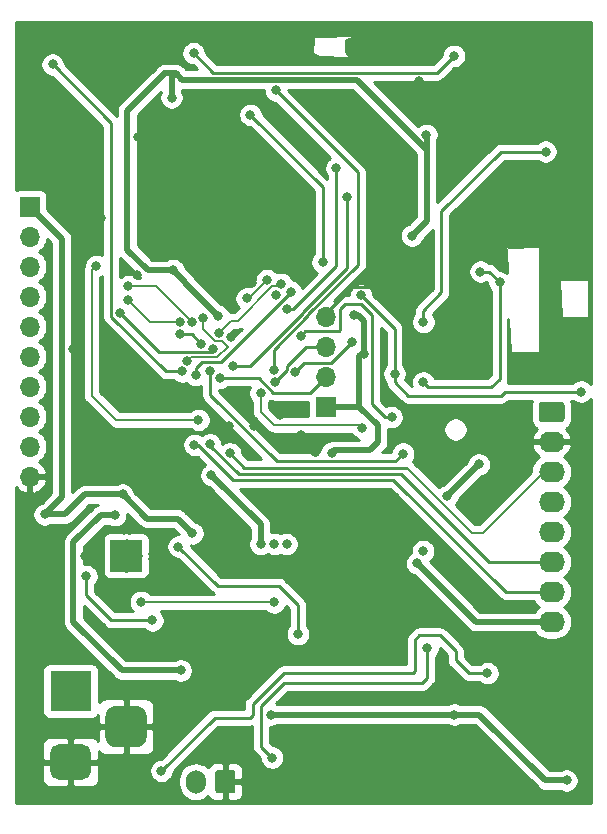
<source format=gbr>
%TF.GenerationSoftware,KiCad,Pcbnew,(5.1.8)-1*%
%TF.CreationDate,2021-07-02T09:13:15+03:00*%
%TF.ProjectId,CUSTOM stm32f103 DEVELOPMENT BOARD,43555354-4f4d-4207-9374-6d3332663130,rev?*%
%TF.SameCoordinates,Original*%
%TF.FileFunction,Copper,L2,Bot*%
%TF.FilePolarity,Positive*%
%FSLAX46Y46*%
G04 Gerber Fmt 4.6, Leading zero omitted, Abs format (unit mm)*
G04 Created by KiCad (PCBNEW (5.1.8)-1) date 2021-07-02 09:13:15*
%MOMM*%
%LPD*%
G01*
G04 APERTURE LIST*
%TA.AperFunction,ComponentPad*%
%ADD10R,3.500000X3.500000*%
%TD*%
%TA.AperFunction,ComponentPad*%
%ADD11O,1.700000X2.000000*%
%TD*%
%TA.AperFunction,ComponentPad*%
%ADD12R,1.700000X1.700000*%
%TD*%
%TA.AperFunction,ComponentPad*%
%ADD13O,1.700000X1.700000*%
%TD*%
%TA.AperFunction,ComponentPad*%
%ADD14O,2.190000X1.740000*%
%TD*%
%TA.AperFunction,ComponentPad*%
%ADD15C,0.500000*%
%TD*%
%TA.AperFunction,SMDPad,CuDef*%
%ADD16R,2.700000X2.700000*%
%TD*%
%TA.AperFunction,ViaPad*%
%ADD17C,0.800000*%
%TD*%
%TA.AperFunction,Conductor*%
%ADD18C,0.250000*%
%TD*%
%TA.AperFunction,Conductor*%
%ADD19C,0.750000*%
%TD*%
%TA.AperFunction,Conductor*%
%ADD20C,0.500000*%
%TD*%
%TA.AperFunction,Conductor*%
%ADD21C,0.200000*%
%TD*%
%TA.AperFunction,Conductor*%
%ADD22C,0.254000*%
%TD*%
%TA.AperFunction,Conductor*%
%ADD23C,0.100000*%
%TD*%
G04 APERTURE END LIST*
D10*
%TO.P,J2,1*%
%TO.N,TO_SYS*%
X19900000Y-187850000D03*
%TO.P,J2,2*%
%TO.N,GND*%
%TA.AperFunction,ComponentPad*%
G36*
G01*
X20900000Y-195350000D02*
X18900000Y-195350000D01*
G75*
G02*
X18150000Y-194600000I0J750000D01*
G01*
X18150000Y-193100000D01*
G75*
G02*
X18900000Y-192350000I750000J0D01*
G01*
X20900000Y-192350000D01*
G75*
G02*
X21650000Y-193100000I0J-750000D01*
G01*
X21650000Y-194600000D01*
G75*
G02*
X20900000Y-195350000I-750000J0D01*
G01*
G37*
%TD.AperFunction*%
%TO.P,J2,3*%
%TA.AperFunction,ComponentPad*%
G36*
G01*
X25475000Y-192600000D02*
X23725000Y-192600000D01*
G75*
G02*
X22850000Y-191725000I0J875000D01*
G01*
X22850000Y-189975000D01*
G75*
G02*
X23725000Y-189100000I875000J0D01*
G01*
X25475000Y-189100000D01*
G75*
G02*
X26350000Y-189975000I0J-875000D01*
G01*
X26350000Y-191725000D01*
G75*
G02*
X25475000Y-192600000I-875000J0D01*
G01*
G37*
%TD.AperFunction*%
%TD*%
%TO.P,J5,1*%
%TO.N,GND*%
%TA.AperFunction,ComponentPad*%
G36*
G01*
X33860000Y-194760000D02*
X33860000Y-196260000D01*
G75*
G02*
X33610000Y-196510000I-250000J0D01*
G01*
X32410000Y-196510000D01*
G75*
G02*
X32160000Y-196260000I0J250000D01*
G01*
X32160000Y-194760000D01*
G75*
G02*
X32410000Y-194510000I250000J0D01*
G01*
X33610000Y-194510000D01*
G75*
G02*
X33860000Y-194760000I0J-250000D01*
G01*
G37*
%TD.AperFunction*%
D11*
%TO.P,J5,2*%
%TO.N,Net-(J5-Pad2)*%
X30510000Y-195510000D03*
%TD*%
D12*
%TO.P,J6,1*%
%TO.N,LED*%
X41510000Y-163750000D03*
D13*
%TO.P,J6,2*%
%TO.N,SWDIO*%
X41510000Y-161210000D03*
%TO.P,J6,3*%
%TO.N,SWCLK*%
X41510000Y-158670000D03*
%TO.P,J6,4*%
%TO.N,GND*%
X41510000Y-156130000D03*
%TD*%
D12*
%TO.P,J7,1*%
%TO.N,TO_SYS*%
X16460000Y-146820000D03*
D13*
%TO.P,J7,2*%
%TO.N,PA0*%
X16460000Y-149360000D03*
%TO.P,J7,3*%
%TO.N,PA1*%
X16460000Y-151900000D03*
%TO.P,J7,4*%
%TO.N,PA4*%
X16460000Y-154440000D03*
%TO.P,J7,5*%
%TO.N,PA5*%
X16460000Y-156980000D03*
%TO.P,J7,6*%
%TO.N,PA6*%
X16460000Y-159520000D03*
%TO.P,J7,7*%
%TO.N,PA7*%
X16460000Y-162060000D03*
%TO.P,J7,8*%
%TO.N,PB10*%
X16460000Y-164600000D03*
%TO.P,J7,9*%
%TO.N,PB11*%
X16460000Y-167140000D03*
%TO.P,J7,10*%
%TO.N,GND*%
X16460000Y-169680000D03*
%TD*%
%TO.P,J8,1*%
%TO.N,LED*%
%TA.AperFunction,ComponentPad*%
G36*
G01*
X59784999Y-163340000D02*
X61475001Y-163340000D01*
G75*
G02*
X61725000Y-163589999I0J-249999D01*
G01*
X61725000Y-164830001D01*
G75*
G02*
X61475001Y-165080000I-249999J0D01*
G01*
X59784999Y-165080000D01*
G75*
G02*
X59535000Y-164830001I0J249999D01*
G01*
X59535000Y-163589999D01*
G75*
G02*
X59784999Y-163340000I249999J0D01*
G01*
G37*
%TD.AperFunction*%
D14*
%TO.P,J8,2*%
%TO.N,GND*%
X60630000Y-166750000D03*
%TO.P,J8,3*%
%TO.N,CS*%
X60630000Y-169290000D03*
%TO.P,J8,4*%
%TO.N,TFT_RESET*%
X60630000Y-171830000D03*
%TO.P,J8,5*%
%TO.N,A0*%
X60630000Y-174370000D03*
%TO.P,J8,6*%
%TO.N,MOSI2*%
X60630000Y-176910000D03*
%TO.P,J8,7*%
%TO.N,SCK*%
X60630000Y-179450000D03*
%TO.P,J8,8*%
%TO.N,LED*%
X60630000Y-181990000D03*
%TD*%
D15*
%TO.P,U3,25*%
%TO.N,GND*%
X23512500Y-175275000D03*
X24612500Y-175275000D03*
X25712500Y-175275000D03*
X23512500Y-176375000D03*
X24612500Y-176375000D03*
X25712500Y-176375000D03*
X23512500Y-177475000D03*
X24612500Y-177475000D03*
X25712500Y-177475000D03*
D16*
X24612500Y-176375000D03*
%TD*%
D17*
%TO.N,GND*%
X33314640Y-165430200D03*
X35468560Y-165394640D03*
X22778720Y-161066480D03*
X22753320Y-162097720D03*
X61880000Y-187140000D03*
X21110000Y-176370000D03*
X37647880Y-164489990D03*
X33180000Y-191330000D03*
X59500000Y-132300000D03*
X60300000Y-147800000D03*
X52800000Y-148200000D03*
X39000000Y-144900000D03*
X40600000Y-142600000D03*
X25600000Y-140900000D03*
X22500000Y-147800000D03*
X25500000Y-152600000D03*
X47400000Y-171400000D03*
X39400000Y-166200000D03*
X40600000Y-167600000D03*
X20100000Y-158900000D03*
X33500000Y-157900000D03*
X47100000Y-153600000D03*
X54400000Y-153700000D03*
X54000000Y-161100000D03*
X59300000Y-161300000D03*
X58300000Y-149000000D03*
X24900000Y-168900000D03*
X49400000Y-136225010D03*
X40000000Y-146400000D03*
X46600000Y-163300000D03*
X33500000Y-183400000D03*
X30575000Y-182025000D03*
X17000000Y-179000000D03*
X18900000Y-179500000D03*
X37335121Y-154276594D03*
X35298154Y-153301474D03*
%TO.N,LED*%
X49250000Y-177030000D03*
X35990000Y-175390000D03*
X37170000Y-175390000D03*
X38200000Y-175390000D03*
X49750000Y-176000000D03*
X51767079Y-171347114D03*
X54464193Y-168650000D03*
X42010000Y-167670000D03*
X44710000Y-159260000D03*
X43940000Y-156010000D03*
X48810000Y-149280000D03*
X50030000Y-140740000D03*
X32380000Y-156090000D03*
X28600000Y-152200000D03*
X31830000Y-169560000D03*
X42410000Y-143570000D03*
X28460000Y-137590000D03*
X38200839Y-155509197D03*
%TO.N,BOOT0*%
X47076360Y-164649990D03*
X39384500Y-157778286D03*
%TO.N,TO_SYS*%
X52390040Y-189824360D03*
X36864360Y-189824360D03*
X17710000Y-172890000D03*
X24310000Y-171190000D03*
X30210000Y-174480000D03*
X61900000Y-195400000D03*
%TO.N,Net-(C26-Pad1)*%
X29030000Y-175600000D03*
X39140000Y-183020000D03*
%TO.N,PC13*%
X35123120Y-139054840D03*
X41247345Y-151534145D03*
%TO.N,Net-(D7-Pad2)*%
X27590000Y-194590000D03*
X55200000Y-186320000D03*
%TO.N,Net-(D8-Pad2)*%
X50120000Y-184230000D03*
X36970000Y-193480000D03*
%TO.N,USB*%
X23680000Y-172940000D03*
X29230000Y-186090000D03*
%TO.N,MISO*%
X54599840Y-152328880D03*
X56220360Y-153238200D03*
X49752836Y-161709102D03*
%TO.N,MOSI*%
X49768760Y-156596080D03*
X60116720Y-142163800D03*
%TO.N,SD_CS*%
X38940412Y-160802018D03*
X43720000Y-158250000D03*
%TO.N,C_DETECT*%
X63129160Y-162478720D03*
X47330360Y-160975040D03*
X44497662Y-154332342D03*
%TO.N,SWDIO*%
X32527737Y-161347258D03*
%TO.N,SWCLK*%
X37211069Y-161682748D03*
%TO.N,PA0*%
X24795480Y-153563320D03*
X30143779Y-156579641D03*
%TO.N,PA1*%
X24759920Y-154716480D03*
X29142703Y-156603729D03*
%TO.N,CS*%
X33395920Y-167706040D03*
%TO.N,TFT_RESET*%
X31748059Y-160721058D03*
X30980691Y-158416150D03*
X48054218Y-167744182D03*
X29205018Y-157601797D03*
%TO.N,A0*%
X24079200Y-155788360D03*
X44610000Y-165550000D03*
X35990000Y-162600000D03*
X31954803Y-158866160D03*
%TO.N,MOSI2*%
X31704360Y-166949040D03*
%TO.N,SCK*%
X30388560Y-166994840D03*
%TO.N,DIO5*%
X52364640Y-134061200D03*
X30322520Y-133827520D03*
%TO.N,Net-(J9-Pad2)*%
X37282120Y-136982200D03*
X37103911Y-160688494D03*
%TO.N,Net-(J10-Pad2)*%
X18374360Y-134782560D03*
X29362845Y-160772262D03*
%TO.N,Net-(J11-Pad2)*%
X22082760Y-151831040D03*
X30723840Y-164886640D03*
%TO.N,BGATE*%
X37144960Y-180334920D03*
X25844598Y-180289278D03*
%TO.N,RST*%
X31109920Y-156240480D03*
X29785953Y-159866170D03*
%TO.N,DIO0*%
X34800000Y-154600000D03*
X36549640Y-153039952D03*
%TO.N,DIO1*%
X32471979Y-157490011D03*
X37715714Y-153351839D03*
%TO.N,LORA_RST*%
X30536611Y-161088761D03*
X38560000Y-154070000D03*
%TO.N,DIO2*%
X33634680Y-160329880D03*
X43281600Y-146050000D03*
%TO.N,Net-(C24-Pad2)*%
X26837500Y-181847500D03*
X21240000Y-178110000D03*
%TD*%
D18*
%TO.N,GND*%
X33010000Y-195510000D02*
X33010000Y-191470000D01*
X33150000Y-191330000D02*
X33180000Y-191330000D01*
X33010000Y-191470000D02*
X33150000Y-191330000D01*
D19*
X39400000Y-166400000D02*
X40600000Y-167600000D01*
X39400000Y-166200000D02*
X39400000Y-166400000D01*
D18*
X41510000Y-156130000D02*
X41510000Y-155790000D01*
X41510000Y-155790000D02*
X43700000Y-153600000D01*
X43700000Y-153600000D02*
X47100000Y-153600000D01*
X54400000Y-153700000D02*
X54400000Y-156200000D01*
X54400000Y-156200000D02*
X54300000Y-156300000D01*
X54300000Y-156300000D02*
X54300000Y-160800000D01*
X54300000Y-160800000D02*
X54000000Y-161100000D01*
D20*
%TO.N,LED*%
X49250000Y-177030000D02*
X54210000Y-181990000D01*
X54210000Y-181990000D02*
X60630000Y-181990000D01*
X51767079Y-171347114D02*
X54464193Y-168650000D01*
X41510000Y-163750000D02*
X44330000Y-163750000D01*
X44330000Y-163750000D02*
X45930000Y-165350000D01*
X45930000Y-165350000D02*
X45930000Y-166740000D01*
X45930000Y-166740000D02*
X45230000Y-167440000D01*
X42240000Y-167440000D02*
X42010000Y-167670000D01*
X45230000Y-167440000D02*
X42240000Y-167440000D01*
X44330000Y-163750000D02*
X44330000Y-159500000D01*
X44330000Y-159500000D02*
X44570000Y-159260000D01*
X44570000Y-159260000D02*
X44710000Y-159260000D01*
X44710000Y-159260000D02*
X44710000Y-156500000D01*
X44220000Y-156010000D02*
X43940000Y-156010000D01*
X44710000Y-156500000D02*
X44220000Y-156010000D01*
X48810000Y-149280000D02*
X50070000Y-148020000D01*
X50070000Y-140780000D02*
X50030000Y-140740000D01*
X50070000Y-148020000D02*
X50070000Y-142020000D01*
X50070000Y-142020000D02*
X50070000Y-140780000D01*
X27850000Y-135540000D02*
X27850000Y-135570000D01*
X27850000Y-135570000D02*
X24690000Y-138730000D01*
X24690000Y-138730000D02*
X24690000Y-150460000D01*
X24690000Y-150460000D02*
X26430000Y-152200000D01*
X26430000Y-152200000D02*
X28600000Y-152200000D01*
X28600000Y-152200000D02*
X29590000Y-153190000D01*
X29590000Y-153190000D02*
X29590000Y-153260000D01*
X32380000Y-156050000D02*
X32380000Y-156090000D01*
X29590000Y-153260000D02*
X32380000Y-156050000D01*
X35990000Y-173720000D02*
X35990000Y-175390000D01*
X31830000Y-169560000D02*
X35990000Y-173720000D01*
X28460000Y-135890000D02*
X28810000Y-135540000D01*
X28460000Y-137590000D02*
X28460000Y-135890000D01*
X28810000Y-135540000D02*
X27850000Y-135540000D01*
X44125011Y-136075011D02*
X29345011Y-136075011D01*
X50070000Y-142020000D02*
X44125011Y-136075011D01*
X29345011Y-136075011D02*
X28810000Y-135540000D01*
D18*
X42410000Y-143570000D02*
X42410000Y-151865721D01*
X38766524Y-155509197D02*
X38200839Y-155509197D01*
X42410000Y-151865721D02*
X38766524Y-155509197D01*
%TO.N,BOOT0*%
X42611715Y-157378287D02*
X39784499Y-157378287D01*
X43100000Y-155100000D02*
X42685001Y-155514999D01*
X44500000Y-155100000D02*
X43100000Y-155100000D01*
X47076360Y-164649990D02*
X46510675Y-164649990D01*
X45435002Y-156035002D02*
X44500000Y-155100000D01*
X45435002Y-163574317D02*
X45435002Y-156035002D01*
X42685001Y-157305001D02*
X42611715Y-157378287D01*
X42685001Y-155514999D02*
X42685001Y-157305001D01*
X39784499Y-157378287D02*
X39384500Y-157778286D01*
X46510675Y-164649990D02*
X45435002Y-163574317D01*
D20*
%TO.N,TO_SYS*%
X52390040Y-189824360D02*
X36864360Y-189824360D01*
X17710000Y-172890000D02*
X19170000Y-171430000D01*
X19170000Y-149530000D02*
X16460000Y-146820000D01*
X19170000Y-171430000D02*
X19170000Y-149530000D01*
X17710000Y-172890000D02*
X19440000Y-172890000D01*
X19440000Y-172890000D02*
X21140000Y-171190000D01*
X21140000Y-171190000D02*
X24310000Y-171190000D01*
X30210000Y-174480000D02*
X28970000Y-173240000D01*
X26360000Y-173240000D02*
X24310000Y-171190000D01*
X28970000Y-173240000D02*
X26360000Y-173240000D01*
X60100000Y-195400000D02*
X61900000Y-195400000D01*
X54524360Y-189824360D02*
X60100000Y-195400000D01*
X52390040Y-189824360D02*
X54524360Y-189824360D01*
D18*
%TO.N,Net-(C26-Pad1)*%
X29030000Y-175600000D02*
X32350000Y-178920000D01*
X32350000Y-178920000D02*
X37510000Y-178920000D01*
X37510000Y-178920000D02*
X39140000Y-180550000D01*
X39140000Y-180550000D02*
X39140000Y-183020000D01*
%TO.N,PC13*%
X35123120Y-139054840D02*
X41247345Y-145179065D01*
X41247345Y-145179065D02*
X41247345Y-151534145D01*
%TO.N,Net-(D7-Pad2)*%
X51170000Y-183130000D02*
X52520000Y-184480000D01*
X35110000Y-190080000D02*
X35330000Y-189860000D01*
X49420000Y-183130000D02*
X51170000Y-183130000D01*
X53610000Y-186320000D02*
X55200000Y-186320000D01*
X35330000Y-188970000D02*
X37980000Y-186320000D01*
X37980000Y-186320000D02*
X48900000Y-186320000D01*
X35330000Y-189860000D02*
X35330000Y-188970000D01*
X52520000Y-185230000D02*
X53610000Y-186320000D01*
X48900000Y-186320000D02*
X49070000Y-186150000D01*
X27590000Y-194590000D02*
X32100000Y-190080000D01*
X32100000Y-190080000D02*
X35110000Y-190080000D01*
X49070000Y-186150000D02*
X49070000Y-183480000D01*
X52520000Y-184480000D02*
X52520000Y-185230000D01*
X49070000Y-183480000D02*
X49420000Y-183130000D01*
%TO.N,Net-(D8-Pad2)*%
X36970000Y-193480000D02*
X36030000Y-192540000D01*
X36030000Y-192540000D02*
X36030000Y-189100000D01*
X36030000Y-189100000D02*
X37970000Y-187160000D01*
X37970000Y-187160000D02*
X49670000Y-187160000D01*
X50120000Y-186710000D02*
X50120000Y-184230000D01*
X49670000Y-187160000D02*
X50120000Y-186710000D01*
D20*
%TO.N,USB*%
X20150000Y-175230000D02*
X22440000Y-172940000D01*
X20150000Y-182020000D02*
X20150000Y-175230000D01*
X24220000Y-186090000D02*
X20150000Y-182020000D01*
X22440000Y-172940000D02*
X23680000Y-172940000D01*
X29230000Y-186090000D02*
X24220000Y-186090000D01*
D18*
%TO.N,MISO*%
X56220360Y-153238200D02*
X55311040Y-152328880D01*
X55311040Y-152328880D02*
X54599840Y-152328880D01*
X56220360Y-153238200D02*
X56220360Y-153238200D01*
X55487619Y-162109101D02*
X50152835Y-162109101D01*
X56220360Y-153238200D02*
X56220360Y-161376360D01*
X56220360Y-161376360D02*
X55487619Y-162109101D01*
X50152835Y-162109101D02*
X49752836Y-161709102D01*
%TO.N,MOSI*%
X49768760Y-156596080D02*
X49768760Y-155630880D01*
X49768760Y-155630880D02*
X51308000Y-154091640D01*
X51308000Y-154091640D02*
X51308000Y-147193000D01*
X51308000Y-147193000D02*
X56337200Y-142163800D01*
X56337200Y-142163800D02*
X60116720Y-142163800D01*
%TO.N,SD_CS*%
X41935001Y-160034999D02*
X43720000Y-158250000D01*
X39707431Y-160034999D02*
X41935001Y-160034999D01*
X38940412Y-160802018D02*
X39707431Y-160034999D01*
%TO.N,C_DETECT*%
X63129160Y-162478720D02*
X56718200Y-162478720D01*
X47330360Y-160975040D02*
X47330360Y-161681160D01*
X47330360Y-161681160D02*
X48503840Y-162854640D01*
X56342280Y-162854640D02*
X56718200Y-162478720D01*
X48503840Y-162854640D02*
X56342280Y-162854640D01*
X47330360Y-157165040D02*
X44497662Y-154332342D01*
X47330360Y-160975040D02*
X47330360Y-157165040D01*
%TO.N,SWDIO*%
X37066058Y-162563056D02*
X35850260Y-161347258D01*
X40156944Y-162563056D02*
X37066058Y-162563056D01*
X35850260Y-161347258D02*
X32527737Y-161347258D01*
X41510000Y-161210000D02*
X40156944Y-162563056D01*
%TO.N,SWCLK*%
X38215402Y-160332398D02*
X38215402Y-160678415D01*
X41510000Y-158670000D02*
X39877800Y-158670000D01*
X38215402Y-160678415D02*
X37211069Y-161682748D01*
X39877800Y-158670000D02*
X38215402Y-160332398D01*
D21*
%TO.N,PA0*%
X27127458Y-153563320D02*
X30143779Y-156579641D01*
X24795480Y-153563320D02*
X27127458Y-153563320D01*
%TO.N,PA1*%
X26647169Y-156603729D02*
X29142703Y-156603729D01*
X24759920Y-154716480D02*
X26647169Y-156603729D01*
D18*
%TO.N,CS*%
X33395920Y-167706040D02*
X34615120Y-168925240D01*
D21*
X60630000Y-169290000D02*
X59960000Y-169290000D01*
X59960000Y-169290000D02*
X54810000Y-174440000D01*
X53870000Y-174440000D02*
X48355240Y-168925240D01*
X54810000Y-174440000D02*
X53870000Y-174440000D01*
D18*
X34615120Y-168925240D02*
X48355240Y-168925240D01*
%TO.N,TFT_RESET*%
X37352444Y-168395002D02*
X47403398Y-168395002D01*
X31748059Y-162790617D02*
X37352444Y-168395002D01*
X47403398Y-168395002D02*
X48054218Y-167744182D01*
X31748059Y-160721058D02*
X31748059Y-162790617D01*
X30980691Y-158416150D02*
X30166338Y-157601797D01*
X30166338Y-157601797D02*
X29205018Y-157601797D01*
%TO.N,A0*%
X31679803Y-159141160D02*
X31954803Y-158866160D01*
X27432000Y-159141160D02*
X31679803Y-159141160D01*
X24079200Y-155788360D02*
X27432000Y-159141160D01*
D21*
X44359999Y-165299999D02*
X37094314Y-165299999D01*
X44610000Y-165550000D02*
X44359999Y-165299999D01*
X35990000Y-164195685D02*
X35990000Y-162600000D01*
X37094314Y-165299999D02*
X35990000Y-164195685D01*
D18*
%TO.N,MOSI2*%
X55328944Y-176910000D02*
X47908933Y-169489989D01*
X31704360Y-167059040D02*
X31704360Y-166949040D01*
X34135309Y-169489989D02*
X31704360Y-167059040D01*
X60630000Y-176910000D02*
X55328944Y-176910000D01*
X47908933Y-169489989D02*
X34135309Y-169489989D01*
%TO.N,SCK*%
X33670000Y-169940000D02*
X30724840Y-166994840D01*
X60630000Y-179450000D02*
X56740000Y-179450000D01*
X47230000Y-169940000D02*
X33670000Y-169940000D01*
X56740000Y-179450000D02*
X47230000Y-169940000D01*
X30724840Y-166994840D02*
X30388560Y-166994840D01*
%TO.N,DIO5*%
X31995000Y-135500000D02*
X30322520Y-133827520D01*
X50925840Y-135500000D02*
X31995000Y-135500000D01*
X52364640Y-134061200D02*
X50925840Y-135500000D01*
%TO.N,Net-(J9-Pad2)*%
X37282120Y-136982200D02*
X44224369Y-143924449D01*
X40047608Y-156032223D02*
X37103911Y-158975919D01*
X44224369Y-143924449D02*
X44224369Y-151747765D01*
X40047608Y-155924526D02*
X40047608Y-156032223D01*
X37103911Y-158975919D02*
X37103911Y-160688494D01*
X44224369Y-151747765D02*
X40047608Y-155924526D01*
%TO.N,Net-(J10-Pad2)*%
X18374360Y-134782560D02*
X23354198Y-139762398D01*
X23354198Y-156136362D02*
X27990098Y-160772262D01*
X23354198Y-139762398D02*
X23354198Y-156136362D01*
X27990098Y-160772262D02*
X28797160Y-160772262D01*
X28797160Y-160772262D02*
X29362845Y-160772262D01*
D21*
%TO.N,Net-(J11-Pad2)*%
X22082760Y-151831040D02*
X21682761Y-152231039D01*
X23749000Y-164886640D02*
X30158155Y-164886640D01*
X21682761Y-152231039D02*
X21682761Y-162820401D01*
X21682761Y-162820401D02*
X23749000Y-164886640D01*
X30158155Y-164886640D02*
X30723840Y-164886640D01*
%TO.N,BGATE*%
X25890240Y-180334920D02*
X25844598Y-180289278D01*
X37144960Y-180334920D02*
X25890240Y-180334920D01*
%TO.N,RST*%
X31109920Y-156240480D02*
X31109920Y-157163954D01*
X32135978Y-158190012D02*
X32744492Y-158190012D01*
X33223200Y-158668720D02*
X32325750Y-159566170D01*
X32744492Y-158190012D02*
X33223200Y-158668720D01*
X31109920Y-157163954D02*
X32135978Y-158190012D01*
X32325750Y-159566170D02*
X30085953Y-159566170D01*
X30085953Y-159566170D02*
X29785953Y-159866170D01*
%TO.N,DIO0*%
X34800000Y-154600000D02*
X34989592Y-154600000D01*
X34989592Y-154600000D02*
X36549640Y-153039952D01*
%TO.N,DIO1*%
X33472120Y-156494480D02*
X33319720Y-156646880D01*
X33472120Y-156494480D02*
X33467510Y-156494480D01*
X32871978Y-157090012D02*
X32471979Y-157490011D01*
X33467510Y-156494480D02*
X32871978Y-157090012D01*
X37490960Y-153576593D02*
X37715714Y-153351839D01*
X33472120Y-156494480D02*
X34081233Y-156494480D01*
X36999120Y-153576593D02*
X37490960Y-153576593D01*
X34081233Y-156494480D02*
X36999120Y-153576593D01*
D18*
%TO.N,LORA_RST*%
X32645853Y-159991181D02*
X38560000Y-154077034D01*
X30536611Y-161088761D02*
X30536611Y-160523076D01*
X30536611Y-160523076D02*
X31068506Y-159991181D01*
X31068506Y-159991181D02*
X32645853Y-159991181D01*
X38560000Y-154077034D02*
X38560000Y-154070000D01*
%TO.N,DIO2*%
X43281600Y-152054123D02*
X43281600Y-146050000D01*
X39597597Y-155845823D02*
X39597597Y-155738126D01*
X35113540Y-160329880D02*
X39597597Y-155845823D01*
X33634680Y-160329880D02*
X35113540Y-160329880D01*
X39597597Y-155738126D02*
X43281600Y-152054123D01*
%TO.N,Net-(C24-Pad2)*%
X26837500Y-181847500D02*
X23357500Y-181847500D01*
X23357500Y-181847500D02*
X21240000Y-179730000D01*
X21240000Y-179730000D02*
X21240000Y-178110000D01*
%TD*%
D22*
%TO.N,GND*%
X63960000Y-161859210D02*
X63933097Y-161818946D01*
X63788934Y-161674783D01*
X63619416Y-161561515D01*
X63431058Y-161483494D01*
X63231099Y-161443720D01*
X63027221Y-161443720D01*
X62827262Y-161483494D01*
X62638904Y-161561515D01*
X62469386Y-161674783D01*
X62425449Y-161718720D01*
X56899120Y-161718720D01*
X56925906Y-161668607D01*
X56969363Y-161525346D01*
X56980360Y-161413693D01*
X56980360Y-161413684D01*
X56984036Y-161376361D01*
X56980360Y-161339038D01*
X56980360Y-156375640D01*
X57073075Y-159064377D01*
X57075027Y-159082597D01*
X57081836Y-159106544D01*
X57093187Y-159128702D01*
X57108643Y-159148221D01*
X57127609Y-159164348D01*
X57149357Y-159176466D01*
X57173052Y-159184108D01*
X57197782Y-159186981D01*
X59487782Y-159226981D01*
X59514635Y-159224588D01*
X59538468Y-159217388D01*
X59560438Y-159205676D01*
X59579701Y-159189904D01*
X59595517Y-159170677D01*
X59607278Y-159148734D01*
X59614532Y-159124918D01*
X59617000Y-159100144D01*
X59623778Y-153115059D01*
X61273101Y-153115059D01*
X61393101Y-156125059D01*
X61395328Y-156144205D01*
X61402446Y-156168062D01*
X61414081Y-156190072D01*
X61429786Y-156209390D01*
X61448959Y-156225272D01*
X61470861Y-156237109D01*
X61494652Y-156244445D01*
X61519417Y-156246999D01*
X63699417Y-156256999D01*
X63725598Y-156254393D01*
X63749374Y-156247009D01*
X63771253Y-156235129D01*
X63790393Y-156219208D01*
X63806060Y-156199859D01*
X63817651Y-156177825D01*
X63824721Y-156153954D01*
X63826997Y-156129162D01*
X63806997Y-153099162D01*
X63804450Y-153074677D01*
X63797118Y-153050885D01*
X63785286Y-153028980D01*
X63769408Y-153009804D01*
X63750094Y-152994095D01*
X63728086Y-152982455D01*
X63704230Y-152975333D01*
X63679443Y-152973001D01*
X61399443Y-152983001D01*
X61370281Y-152986526D01*
X61346764Y-152994696D01*
X61325292Y-153007298D01*
X61306691Y-153023846D01*
X61291676Y-153043705D01*
X61280824Y-153066112D01*
X61274552Y-153090205D01*
X61273101Y-153115059D01*
X59623778Y-153115059D01*
X59627000Y-150270144D01*
X59623696Y-150241220D01*
X59615705Y-150217642D01*
X59603267Y-150196075D01*
X59586861Y-150177349D01*
X59567116Y-150162183D01*
X59544793Y-150151161D01*
X59520748Y-150144706D01*
X59495905Y-150143066D01*
X57046744Y-150222071D01*
X56864602Y-150135337D01*
X56847048Y-150128524D01*
X56822637Y-150123630D01*
X56797741Y-150123593D01*
X56773315Y-150128414D01*
X56750300Y-150137907D01*
X56729579Y-150151707D01*
X56711948Y-150169285D01*
X56698086Y-150189965D01*
X56688524Y-150212952D01*
X56683630Y-150237363D01*
X56683593Y-150262259D01*
X56688414Y-150286685D01*
X56697907Y-150309700D01*
X56711707Y-150330421D01*
X56774553Y-150407233D01*
X56843609Y-152409858D01*
X56710616Y-152320995D01*
X56522258Y-152242974D01*
X56322299Y-152203200D01*
X56260161Y-152203200D01*
X55874843Y-151817882D01*
X55851041Y-151788879D01*
X55735316Y-151693906D01*
X55603287Y-151623334D01*
X55460026Y-151579877D01*
X55348373Y-151568880D01*
X55348362Y-151568880D01*
X55311040Y-151565204D01*
X55300876Y-151566205D01*
X55259614Y-151524943D01*
X55090096Y-151411675D01*
X54901738Y-151333654D01*
X54701779Y-151293880D01*
X54497901Y-151293880D01*
X54297942Y-151333654D01*
X54109584Y-151411675D01*
X53940066Y-151524943D01*
X53795903Y-151669106D01*
X53682635Y-151838624D01*
X53604614Y-152026982D01*
X53564840Y-152226941D01*
X53564840Y-152430819D01*
X53604614Y-152630778D01*
X53682635Y-152819136D01*
X53795903Y-152988654D01*
X53940066Y-153132817D01*
X54109584Y-153246085D01*
X54297942Y-153324106D01*
X54497901Y-153363880D01*
X54701779Y-153363880D01*
X54901738Y-153324106D01*
X55090096Y-153246085D01*
X55128070Y-153220712D01*
X55185360Y-153278001D01*
X55185360Y-153340139D01*
X55225134Y-153540098D01*
X55303155Y-153728456D01*
X55416423Y-153897974D01*
X55460360Y-153941911D01*
X55460361Y-161061557D01*
X55172818Y-161349101D01*
X50723995Y-161349101D01*
X50670041Y-161218846D01*
X50556773Y-161049328D01*
X50412610Y-160905165D01*
X50243092Y-160791897D01*
X50054734Y-160713876D01*
X49854775Y-160674102D01*
X49650897Y-160674102D01*
X49450938Y-160713876D01*
X49262580Y-160791897D01*
X49093062Y-160905165D01*
X48948899Y-161049328D01*
X48835631Y-161218846D01*
X48757610Y-161407204D01*
X48717836Y-161607163D01*
X48717836Y-161811041D01*
X48757610Y-162011000D01*
X48773597Y-162049595D01*
X48224226Y-161500225D01*
X48247565Y-161465296D01*
X48325586Y-161276938D01*
X48365360Y-161076979D01*
X48365360Y-160873101D01*
X48325586Y-160673142D01*
X48247565Y-160484784D01*
X48134297Y-160315266D01*
X48090360Y-160271329D01*
X48090360Y-157202363D01*
X48094036Y-157165040D01*
X48090360Y-157127717D01*
X48090360Y-157127707D01*
X48079363Y-157016054D01*
X48035906Y-156872793D01*
X48025216Y-156852794D01*
X47965334Y-156740763D01*
X47894159Y-156654037D01*
X47870361Y-156625039D01*
X47841363Y-156601241D01*
X45532662Y-154292541D01*
X45532662Y-154230403D01*
X45492888Y-154030444D01*
X45414867Y-153842086D01*
X45301599Y-153672568D01*
X45157436Y-153528405D01*
X44987918Y-153415137D01*
X44799560Y-153337116D01*
X44599601Y-153297342D01*
X44395723Y-153297342D01*
X44195764Y-153337116D01*
X44007406Y-153415137D01*
X43837888Y-153528405D01*
X43693725Y-153672568D01*
X43580457Y-153842086D01*
X43502436Y-154030444D01*
X43462662Y-154230403D01*
X43462662Y-154340000D01*
X43137322Y-154340000D01*
X43099999Y-154336324D01*
X43062676Y-154340000D01*
X43062667Y-154340000D01*
X42951014Y-154350997D01*
X42807753Y-154394454D01*
X42675724Y-154465026D01*
X42559999Y-154559999D01*
X42536196Y-154589003D01*
X42265403Y-154859796D01*
X42216355Y-154830580D01*
X44735372Y-152311564D01*
X44764370Y-152287766D01*
X44814288Y-152226941D01*
X44859343Y-152172042D01*
X44929915Y-152040012D01*
X44930940Y-152036633D01*
X44973372Y-151896751D01*
X44984369Y-151785098D01*
X44984369Y-151785089D01*
X44988045Y-151747766D01*
X44984369Y-151710443D01*
X44984369Y-143961774D01*
X44988045Y-143924449D01*
X44984369Y-143887124D01*
X44984369Y-143887116D01*
X44973372Y-143775463D01*
X44929915Y-143632202D01*
X44859343Y-143500173D01*
X44764370Y-143384448D01*
X44735373Y-143360651D01*
X38334732Y-136960011D01*
X43758433Y-136960011D01*
X49185001Y-142386580D01*
X49185000Y-147653421D01*
X48564957Y-148273465D01*
X48508102Y-148284774D01*
X48319744Y-148362795D01*
X48150226Y-148476063D01*
X48006063Y-148620226D01*
X47892795Y-148789744D01*
X47814774Y-148978102D01*
X47775000Y-149178061D01*
X47775000Y-149381939D01*
X47814774Y-149581898D01*
X47892795Y-149770256D01*
X48006063Y-149939774D01*
X48150226Y-150083937D01*
X48319744Y-150197205D01*
X48508102Y-150275226D01*
X48708061Y-150315000D01*
X48911939Y-150315000D01*
X49111898Y-150275226D01*
X49300256Y-150197205D01*
X49469774Y-150083937D01*
X49613937Y-149939774D01*
X49727205Y-149770256D01*
X49805226Y-149581898D01*
X49816535Y-149525043D01*
X50548001Y-148793578D01*
X50548000Y-153776838D01*
X49257758Y-155067081D01*
X49228760Y-155090879D01*
X49204962Y-155119877D01*
X49204961Y-155119878D01*
X49133786Y-155206604D01*
X49063214Y-155338634D01*
X49042398Y-155407258D01*
X49019758Y-155481894D01*
X49016280Y-155517205D01*
X49005084Y-155630880D01*
X49008761Y-155668212D01*
X49008761Y-155892368D01*
X48964823Y-155936306D01*
X48851555Y-156105824D01*
X48773534Y-156294182D01*
X48733760Y-156494141D01*
X48733760Y-156698019D01*
X48773534Y-156897978D01*
X48851555Y-157086336D01*
X48964823Y-157255854D01*
X49108986Y-157400017D01*
X49278504Y-157513285D01*
X49466862Y-157591306D01*
X49666821Y-157631080D01*
X49870699Y-157631080D01*
X50070658Y-157591306D01*
X50259016Y-157513285D01*
X50428534Y-157400017D01*
X50572697Y-157255854D01*
X50685965Y-157086336D01*
X50763986Y-156897978D01*
X50803760Y-156698019D01*
X50803760Y-156494141D01*
X50763986Y-156294182D01*
X50685965Y-156105824D01*
X50572697Y-155936306D01*
X50555416Y-155919025D01*
X51819004Y-154655438D01*
X51848001Y-154631641D01*
X51896623Y-154572395D01*
X51942974Y-154515917D01*
X52013546Y-154383887D01*
X52017977Y-154369280D01*
X52057003Y-154240626D01*
X52068000Y-154128973D01*
X52068000Y-154128964D01*
X52071676Y-154091641D01*
X52068000Y-154054318D01*
X52068000Y-147507801D01*
X56652002Y-142923800D01*
X59413009Y-142923800D01*
X59456946Y-142967737D01*
X59626464Y-143081005D01*
X59814822Y-143159026D01*
X60014781Y-143198800D01*
X60218659Y-143198800D01*
X60418618Y-143159026D01*
X60606976Y-143081005D01*
X60776494Y-142967737D01*
X60920657Y-142823574D01*
X61033925Y-142654056D01*
X61111946Y-142465698D01*
X61151720Y-142265739D01*
X61151720Y-142061861D01*
X61111946Y-141861902D01*
X61033925Y-141673544D01*
X60920657Y-141504026D01*
X60776494Y-141359863D01*
X60606976Y-141246595D01*
X60418618Y-141168574D01*
X60218659Y-141128800D01*
X60014781Y-141128800D01*
X59814822Y-141168574D01*
X59626464Y-141246595D01*
X59456946Y-141359863D01*
X59413009Y-141403800D01*
X56374523Y-141403800D01*
X56337200Y-141400124D01*
X56299877Y-141403800D01*
X56299867Y-141403800D01*
X56188214Y-141414797D01*
X56044953Y-141458254D01*
X55912924Y-141528826D01*
X55797199Y-141623799D01*
X55773401Y-141652797D01*
X50955000Y-146471199D01*
X50955000Y-142063466D01*
X50959281Y-142019999D01*
X50955000Y-141976533D01*
X50955000Y-141211437D01*
X51025226Y-141041898D01*
X51065000Y-140841939D01*
X51065000Y-140638061D01*
X51025226Y-140438102D01*
X50947205Y-140249744D01*
X50833937Y-140080226D01*
X50689774Y-139936063D01*
X50520256Y-139822795D01*
X50331898Y-139744774D01*
X50131939Y-139705000D01*
X49928061Y-139705000D01*
X49728102Y-139744774D01*
X49539744Y-139822795D01*
X49370226Y-139936063D01*
X49303934Y-140002355D01*
X45561578Y-136260000D01*
X50888518Y-136260000D01*
X50925840Y-136263676D01*
X50963162Y-136260000D01*
X50963173Y-136260000D01*
X51074826Y-136249003D01*
X51218087Y-136205546D01*
X51350116Y-136134974D01*
X51465841Y-136040001D01*
X51489643Y-136010998D01*
X52404442Y-135096200D01*
X52466579Y-135096200D01*
X52666538Y-135056426D01*
X52854896Y-134978405D01*
X53024414Y-134865137D01*
X53168577Y-134720974D01*
X53281845Y-134551456D01*
X53359866Y-134363098D01*
X53399640Y-134163139D01*
X53399640Y-133959261D01*
X53359866Y-133759302D01*
X53281845Y-133570944D01*
X53168577Y-133401426D01*
X53024414Y-133257263D01*
X52854896Y-133143995D01*
X52666538Y-133065974D01*
X52466579Y-133026200D01*
X52262701Y-133026200D01*
X52062742Y-133065974D01*
X51874384Y-133143995D01*
X51704866Y-133257263D01*
X51560703Y-133401426D01*
X51447435Y-133570944D01*
X51369414Y-133759302D01*
X51329640Y-133959261D01*
X51329640Y-134021398D01*
X50611039Y-134740000D01*
X32309802Y-134740000D01*
X31376872Y-133807070D01*
X40373034Y-133807070D01*
X40374580Y-133829971D01*
X40380886Y-133854056D01*
X40391770Y-133876447D01*
X40406813Y-133896285D01*
X40425437Y-133912807D01*
X40446926Y-133925378D01*
X40946926Y-134155378D01*
X40971632Y-134163791D01*
X40996328Y-134166947D01*
X43416328Y-134236947D01*
X43431498Y-134236478D01*
X43455952Y-134231805D01*
X43479024Y-134222451D01*
X43499828Y-134208775D01*
X43517564Y-134191303D01*
X43531551Y-134170707D01*
X43541251Y-134147778D01*
X43546291Y-134123398D01*
X43546478Y-134098502D01*
X43541805Y-134074048D01*
X43532451Y-134050976D01*
X43518775Y-134030172D01*
X43501303Y-134012436D01*
X43188012Y-133751360D01*
X43205398Y-132725588D01*
X43695721Y-132581873D01*
X43709926Y-132576775D01*
X43731748Y-132564791D01*
X43750813Y-132548780D01*
X43766389Y-132529358D01*
X43777875Y-132507269D01*
X43784832Y-132483365D01*
X43786992Y-132458562D01*
X43784271Y-132433815D01*
X43776775Y-132410074D01*
X43764791Y-132388252D01*
X43748780Y-132369187D01*
X43729358Y-132353611D01*
X43707269Y-132342125D01*
X43683365Y-132335168D01*
X43658562Y-132333008D01*
X41204580Y-132360789D01*
X41203497Y-132360013D01*
X41180819Y-132349739D01*
X41156573Y-132344086D01*
X41131690Y-132343272D01*
X40521690Y-132383272D01*
X40508104Y-132384902D01*
X40484119Y-132391577D01*
X40461898Y-132402804D01*
X40442293Y-132418150D01*
X40426059Y-132437025D01*
X40413820Y-132458705D01*
X40406045Y-132482356D01*
X40403034Y-132507070D01*
X40373034Y-133807070D01*
X31376872Y-133807070D01*
X31357520Y-133787719D01*
X31357520Y-133725581D01*
X31317746Y-133525622D01*
X31239725Y-133337264D01*
X31126457Y-133167746D01*
X30982294Y-133023583D01*
X30812776Y-132910315D01*
X30624418Y-132832294D01*
X30424459Y-132792520D01*
X30220581Y-132792520D01*
X30020622Y-132832294D01*
X29832264Y-132910315D01*
X29662746Y-133023583D01*
X29518583Y-133167746D01*
X29405315Y-133337264D01*
X29327294Y-133525622D01*
X29287520Y-133725581D01*
X29287520Y-133929459D01*
X29327294Y-134129418D01*
X29405315Y-134317776D01*
X29518583Y-134487294D01*
X29662746Y-134631457D01*
X29832264Y-134744725D01*
X30020622Y-134822746D01*
X30220581Y-134862520D01*
X30282719Y-134862520D01*
X30610210Y-135190011D01*
X29711589Y-135190011D01*
X29466534Y-134944956D01*
X29438817Y-134911183D01*
X29304059Y-134800589D01*
X29150313Y-134718411D01*
X28983490Y-134667805D01*
X28853477Y-134655000D01*
X28853469Y-134655000D01*
X28810000Y-134650719D01*
X28766531Y-134655000D01*
X27893476Y-134655000D01*
X27850000Y-134650718D01*
X27806523Y-134655000D01*
X27676510Y-134667805D01*
X27509687Y-134718411D01*
X27355941Y-134800589D01*
X27221183Y-134911183D01*
X27110589Y-135045941D01*
X27096935Y-135071486D01*
X24094956Y-138073466D01*
X24061183Y-138101183D01*
X23950589Y-138235942D01*
X23868411Y-138389688D01*
X23817805Y-138556511D01*
X23805000Y-138686524D01*
X23805000Y-138686531D01*
X23800719Y-138730000D01*
X23805000Y-138773469D01*
X23805000Y-139138397D01*
X19409360Y-134742759D01*
X19409360Y-134680621D01*
X19369586Y-134480662D01*
X19291565Y-134292304D01*
X19178297Y-134122786D01*
X19034134Y-133978623D01*
X18864616Y-133865355D01*
X18676258Y-133787334D01*
X18476299Y-133747560D01*
X18272421Y-133747560D01*
X18072462Y-133787334D01*
X17884104Y-133865355D01*
X17714586Y-133978623D01*
X17570423Y-134122786D01*
X17457155Y-134292304D01*
X17379134Y-134480662D01*
X17339360Y-134680621D01*
X17339360Y-134884499D01*
X17379134Y-135084458D01*
X17457155Y-135272816D01*
X17570423Y-135442334D01*
X17714586Y-135586497D01*
X17884104Y-135699765D01*
X18072462Y-135777786D01*
X18272421Y-135817560D01*
X18334559Y-135817560D01*
X22594198Y-140077201D01*
X22594199Y-150927989D01*
X22573016Y-150913835D01*
X22384658Y-150835814D01*
X22184699Y-150796040D01*
X21980821Y-150796040D01*
X21780862Y-150835814D01*
X21592504Y-150913835D01*
X21422986Y-151027103D01*
X21278823Y-151171266D01*
X21165555Y-151340784D01*
X21087534Y-151529142D01*
X21047760Y-151729101D01*
X21047760Y-151859847D01*
X21000424Y-151948407D01*
X20980312Y-152014707D01*
X20958396Y-152086954D01*
X20944205Y-152231039D01*
X20947761Y-152267144D01*
X20947762Y-162784286D01*
X20944205Y-162820401D01*
X20958396Y-162964486D01*
X20996549Y-163090256D01*
X21000425Y-163103034D01*
X21068675Y-163230721D01*
X21160524Y-163342639D01*
X21188569Y-163365655D01*
X23203746Y-165380833D01*
X23226762Y-165408878D01*
X23338680Y-165500727D01*
X23466367Y-165568977D01*
X23604915Y-165611005D01*
X23712895Y-165621640D01*
X23712904Y-165621640D01*
X23748999Y-165625195D01*
X23785094Y-165621640D01*
X29995129Y-165621640D01*
X30064066Y-165690577D01*
X30233584Y-165803845D01*
X30421942Y-165881866D01*
X30621901Y-165921640D01*
X30825779Y-165921640D01*
X31025738Y-165881866D01*
X31214096Y-165803845D01*
X31383614Y-165690577D01*
X31527777Y-165546414D01*
X31641045Y-165376896D01*
X31719066Y-165188538D01*
X31758840Y-164988579D01*
X31758840Y-164784701D01*
X31719066Y-164584742D01*
X31641045Y-164396384D01*
X31527777Y-164226866D01*
X31383614Y-164082703D01*
X31214096Y-163969435D01*
X31025738Y-163891414D01*
X30825779Y-163851640D01*
X30621901Y-163851640D01*
X30421942Y-163891414D01*
X30233584Y-163969435D01*
X30064066Y-164082703D01*
X29995129Y-164151640D01*
X24053447Y-164151640D01*
X22417761Y-162515955D01*
X22417761Y-152812554D01*
X22573016Y-152748245D01*
X22594199Y-152734091D01*
X22594199Y-156099029D01*
X22590522Y-156136362D01*
X22594199Y-156173695D01*
X22605196Y-156285348D01*
X22613250Y-156311898D01*
X22648652Y-156428608D01*
X22719224Y-156560638D01*
X22775561Y-156629284D01*
X22814198Y-156676363D01*
X22843196Y-156700161D01*
X27426299Y-161283265D01*
X27450097Y-161312263D01*
X27565822Y-161407236D01*
X27697851Y-161477808D01*
X27841112Y-161521265D01*
X27952765Y-161532262D01*
X27952773Y-161532262D01*
X27990098Y-161535938D01*
X28027423Y-161532262D01*
X28659134Y-161532262D01*
X28703071Y-161576199D01*
X28872589Y-161689467D01*
X29060947Y-161767488D01*
X29260906Y-161807262D01*
X29464784Y-161807262D01*
X29664743Y-161767488D01*
X29727867Y-161741341D01*
X29732674Y-161748535D01*
X29876837Y-161892698D01*
X30046355Y-162005966D01*
X30234713Y-162083987D01*
X30434672Y-162123761D01*
X30638550Y-162123761D01*
X30838509Y-162083987D01*
X30988060Y-162022041D01*
X30988060Y-162753285D01*
X30984383Y-162790617D01*
X30988060Y-162827950D01*
X30999057Y-162939603D01*
X31006605Y-162964486D01*
X31042513Y-163082863D01*
X31113085Y-163214893D01*
X31168698Y-163282657D01*
X31208059Y-163330618D01*
X31237057Y-163354416D01*
X36047880Y-168165240D01*
X34929922Y-168165240D01*
X34430920Y-167666239D01*
X34430920Y-167604101D01*
X34391146Y-167404142D01*
X34313125Y-167215784D01*
X34199857Y-167046266D01*
X34055694Y-166902103D01*
X33886176Y-166788835D01*
X33697818Y-166710814D01*
X33497859Y-166671040D01*
X33293981Y-166671040D01*
X33094022Y-166710814D01*
X32905664Y-166788835D01*
X32739360Y-166899955D01*
X32739360Y-166847101D01*
X32699586Y-166647142D01*
X32621565Y-166458784D01*
X32508297Y-166289266D01*
X32364134Y-166145103D01*
X32194616Y-166031835D01*
X32006258Y-165953814D01*
X31806299Y-165914040D01*
X31602421Y-165914040D01*
X31402462Y-165953814D01*
X31214104Y-166031835D01*
X31044586Y-166145103D01*
X31018632Y-166171057D01*
X30878816Y-166077635D01*
X30690458Y-165999614D01*
X30490499Y-165959840D01*
X30286621Y-165959840D01*
X30086662Y-165999614D01*
X29898304Y-166077635D01*
X29728786Y-166190903D01*
X29584623Y-166335066D01*
X29471355Y-166504584D01*
X29393334Y-166692942D01*
X29353560Y-166892901D01*
X29353560Y-167096779D01*
X29393334Y-167296738D01*
X29471355Y-167485096D01*
X29584623Y-167654614D01*
X29728786Y-167798777D01*
X29898304Y-167912045D01*
X30086662Y-167990066D01*
X30286621Y-168029840D01*
X30490499Y-168029840D01*
X30652763Y-167997564D01*
X31314716Y-168659518D01*
X31170226Y-168756063D01*
X31026063Y-168900226D01*
X30912795Y-169069744D01*
X30834774Y-169258102D01*
X30795000Y-169458061D01*
X30795000Y-169661939D01*
X30834774Y-169861898D01*
X30912795Y-170050256D01*
X31026063Y-170219774D01*
X31170226Y-170363937D01*
X31339744Y-170477205D01*
X31528102Y-170555226D01*
X31584957Y-170566535D01*
X35105000Y-174086579D01*
X35105001Y-174851545D01*
X35072795Y-174899744D01*
X34994774Y-175088102D01*
X34955000Y-175288061D01*
X34955000Y-175491939D01*
X34994774Y-175691898D01*
X35072795Y-175880256D01*
X35186063Y-176049774D01*
X35330226Y-176193937D01*
X35499744Y-176307205D01*
X35688102Y-176385226D01*
X35888061Y-176425000D01*
X36091939Y-176425000D01*
X36291898Y-176385226D01*
X36480256Y-176307205D01*
X36580000Y-176240558D01*
X36679744Y-176307205D01*
X36868102Y-176385226D01*
X37068061Y-176425000D01*
X37271939Y-176425000D01*
X37471898Y-176385226D01*
X37660256Y-176307205D01*
X37685000Y-176290672D01*
X37709744Y-176307205D01*
X37898102Y-176385226D01*
X38098061Y-176425000D01*
X38301939Y-176425000D01*
X38501898Y-176385226D01*
X38690256Y-176307205D01*
X38859774Y-176193937D01*
X39003937Y-176049774D01*
X39117205Y-175880256D01*
X39195226Y-175691898D01*
X39235000Y-175491939D01*
X39235000Y-175288061D01*
X39195226Y-175088102D01*
X39117205Y-174899744D01*
X39003937Y-174730226D01*
X38859774Y-174586063D01*
X38690256Y-174472795D01*
X38501898Y-174394774D01*
X38301939Y-174355000D01*
X38098061Y-174355000D01*
X37898102Y-174394774D01*
X37709744Y-174472795D01*
X37685000Y-174489328D01*
X37660256Y-174472795D01*
X37471898Y-174394774D01*
X37271939Y-174355000D01*
X37068061Y-174355000D01*
X36875000Y-174393402D01*
X36875000Y-173763465D01*
X36879281Y-173719999D01*
X36875000Y-173676533D01*
X36875000Y-173676523D01*
X36862195Y-173546510D01*
X36811589Y-173379687D01*
X36729411Y-173225941D01*
X36618817Y-173091183D01*
X36585050Y-173063472D01*
X34221578Y-170700000D01*
X46915199Y-170700000D01*
X56176201Y-179961003D01*
X56199999Y-179990001D01*
X56228997Y-180013799D01*
X56315723Y-180084974D01*
X56428384Y-180145193D01*
X56447753Y-180155546D01*
X56591014Y-180199003D01*
X56702667Y-180210000D01*
X56702677Y-180210000D01*
X56740000Y-180213676D01*
X56777323Y-180210000D01*
X59104727Y-180210000D01*
X59147583Y-180290179D01*
X59335655Y-180519345D01*
X59564821Y-180707417D01*
X59588362Y-180720000D01*
X59564821Y-180732583D01*
X59335655Y-180920655D01*
X59184367Y-181105000D01*
X54576579Y-181105000D01*
X50329292Y-176857713D01*
X50409774Y-176803937D01*
X50553937Y-176659774D01*
X50667205Y-176490256D01*
X50745226Y-176301898D01*
X50785000Y-176101939D01*
X50785000Y-175898061D01*
X50745226Y-175698102D01*
X50667205Y-175509744D01*
X50553937Y-175340226D01*
X50409774Y-175196063D01*
X50240256Y-175082795D01*
X50051898Y-175004774D01*
X49851939Y-174965000D01*
X49648061Y-174965000D01*
X49448102Y-175004774D01*
X49259744Y-175082795D01*
X49090226Y-175196063D01*
X48946063Y-175340226D01*
X48832795Y-175509744D01*
X48754774Y-175698102D01*
X48715000Y-175898061D01*
X48715000Y-176101939D01*
X48722155Y-176137911D01*
X48590226Y-176226063D01*
X48446063Y-176370226D01*
X48332795Y-176539744D01*
X48254774Y-176728102D01*
X48215000Y-176928061D01*
X48215000Y-177131939D01*
X48254774Y-177331898D01*
X48332795Y-177520256D01*
X48446063Y-177689774D01*
X48590226Y-177833937D01*
X48759744Y-177947205D01*
X48948102Y-178025226D01*
X49004957Y-178036535D01*
X53553470Y-182585049D01*
X53581183Y-182618817D01*
X53614951Y-182646530D01*
X53614953Y-182646532D01*
X53620930Y-182651437D01*
X53715941Y-182729411D01*
X53869687Y-182811589D01*
X54036510Y-182862195D01*
X54166523Y-182875000D01*
X54166533Y-182875000D01*
X54209999Y-182879281D01*
X54253465Y-182875000D01*
X59184367Y-182875000D01*
X59335655Y-183059345D01*
X59564821Y-183247417D01*
X59826275Y-183387166D01*
X60109968Y-183473224D01*
X60331064Y-183495000D01*
X60928936Y-183495000D01*
X61150032Y-183473224D01*
X61433725Y-183387166D01*
X61695179Y-183247417D01*
X61924345Y-183059345D01*
X62112417Y-182830179D01*
X62252166Y-182568725D01*
X62338224Y-182285032D01*
X62367282Y-181990000D01*
X62338224Y-181694968D01*
X62252166Y-181411275D01*
X62112417Y-181149821D01*
X61924345Y-180920655D01*
X61695179Y-180732583D01*
X61671638Y-180720000D01*
X61695179Y-180707417D01*
X61924345Y-180519345D01*
X62112417Y-180290179D01*
X62252166Y-180028725D01*
X62338224Y-179745032D01*
X62367282Y-179450000D01*
X62338224Y-179154968D01*
X62252166Y-178871275D01*
X62112417Y-178609821D01*
X61924345Y-178380655D01*
X61695179Y-178192583D01*
X61671638Y-178180000D01*
X61695179Y-178167417D01*
X61924345Y-177979345D01*
X62112417Y-177750179D01*
X62252166Y-177488725D01*
X62338224Y-177205032D01*
X62367282Y-176910000D01*
X62338224Y-176614968D01*
X62252166Y-176331275D01*
X62112417Y-176069821D01*
X61924345Y-175840655D01*
X61695179Y-175652583D01*
X61671638Y-175640000D01*
X61695179Y-175627417D01*
X61924345Y-175439345D01*
X62112417Y-175210179D01*
X62252166Y-174948725D01*
X62338224Y-174665032D01*
X62367282Y-174370000D01*
X62338224Y-174074968D01*
X62252166Y-173791275D01*
X62112417Y-173529821D01*
X61924345Y-173300655D01*
X61695179Y-173112583D01*
X61671638Y-173100000D01*
X61695179Y-173087417D01*
X61924345Y-172899345D01*
X62112417Y-172670179D01*
X62252166Y-172408725D01*
X62338224Y-172125032D01*
X62367282Y-171830000D01*
X62338224Y-171534968D01*
X62252166Y-171251275D01*
X62112417Y-170989821D01*
X61924345Y-170760655D01*
X61695179Y-170572583D01*
X61671638Y-170560000D01*
X61695179Y-170547417D01*
X61924345Y-170359345D01*
X62112417Y-170130179D01*
X62252166Y-169868725D01*
X62338224Y-169585032D01*
X62367282Y-169290000D01*
X62338224Y-168994968D01*
X62252166Y-168711275D01*
X62112417Y-168449821D01*
X61924345Y-168220655D01*
X61695179Y-168032583D01*
X61666848Y-168017440D01*
X61807433Y-167924708D01*
X62018306Y-167716326D01*
X62184474Y-167470809D01*
X62299551Y-167197591D01*
X62316302Y-167110031D01*
X62195246Y-166877000D01*
X60757000Y-166877000D01*
X60757000Y-166897000D01*
X60503000Y-166897000D01*
X60503000Y-166877000D01*
X59064754Y-166877000D01*
X58943698Y-167110031D01*
X58960449Y-167197591D01*
X59075526Y-167470809D01*
X59241694Y-167716326D01*
X59452567Y-167924708D01*
X59593152Y-168017440D01*
X59564821Y-168032583D01*
X59335655Y-168220655D01*
X59147583Y-168449821D01*
X59007834Y-168711275D01*
X58921776Y-168994968D01*
X58892718Y-169290000D01*
X58895214Y-169315339D01*
X54505554Y-173705000D01*
X54174447Y-173705000D01*
X52523675Y-172054229D01*
X52571016Y-172006888D01*
X52684284Y-171837370D01*
X52762305Y-171649012D01*
X52773614Y-171592157D01*
X54709237Y-169656535D01*
X54766091Y-169645226D01*
X54954449Y-169567205D01*
X55123967Y-169453937D01*
X55268130Y-169309774D01*
X55381398Y-169140256D01*
X55459419Y-168951898D01*
X55499193Y-168751939D01*
X55499193Y-168548061D01*
X55459419Y-168348102D01*
X55381398Y-168159744D01*
X55268130Y-167990226D01*
X55123967Y-167846063D01*
X54954449Y-167732795D01*
X54766091Y-167654774D01*
X54566132Y-167615000D01*
X54362254Y-167615000D01*
X54162295Y-167654774D01*
X53973937Y-167732795D01*
X53804419Y-167846063D01*
X53660256Y-167990226D01*
X53546988Y-168159744D01*
X53468967Y-168348102D01*
X53457658Y-168404956D01*
X51522036Y-170340579D01*
X51465181Y-170351888D01*
X51276823Y-170429909D01*
X51107305Y-170543177D01*
X51059964Y-170590518D01*
X49012955Y-168543509D01*
X48990214Y-168500964D01*
X48895241Y-168385239D01*
X48879366Y-168372211D01*
X48971423Y-168234438D01*
X49049444Y-168046080D01*
X49089218Y-167846121D01*
X49089218Y-167642243D01*
X49049444Y-167442284D01*
X48971423Y-167253926D01*
X48858155Y-167084408D01*
X48713992Y-166940245D01*
X48544474Y-166826977D01*
X48356116Y-166748956D01*
X48156157Y-166709182D01*
X47952279Y-166709182D01*
X47752320Y-166748956D01*
X47563962Y-166826977D01*
X47394444Y-166940245D01*
X47250281Y-167084408D01*
X47137013Y-167253926D01*
X47058992Y-167442284D01*
X47020658Y-167635002D01*
X46286577Y-167635002D01*
X46525049Y-167396530D01*
X46558817Y-167368817D01*
X46590931Y-167329687D01*
X46669410Y-167234060D01*
X46679179Y-167215784D01*
X46751589Y-167080313D01*
X46802195Y-166913490D01*
X46815000Y-166783477D01*
X46815000Y-166783467D01*
X46819281Y-166740001D01*
X46815000Y-166696535D01*
X46815000Y-165653279D01*
X46974421Y-165684990D01*
X47178299Y-165684990D01*
X47378258Y-165645216D01*
X47540383Y-165578061D01*
X51465000Y-165578061D01*
X51465000Y-165781939D01*
X51504774Y-165981898D01*
X51582795Y-166170256D01*
X51696063Y-166339774D01*
X51840226Y-166483937D01*
X52009744Y-166597205D01*
X52198102Y-166675226D01*
X52398061Y-166715000D01*
X52601939Y-166715000D01*
X52801898Y-166675226D01*
X52990256Y-166597205D01*
X53159774Y-166483937D01*
X53303937Y-166339774D01*
X53417205Y-166170256D01*
X53495226Y-165981898D01*
X53535000Y-165781939D01*
X53535000Y-165578061D01*
X53495226Y-165378102D01*
X53417205Y-165189744D01*
X53303937Y-165020226D01*
X53159774Y-164876063D01*
X52990256Y-164762795D01*
X52801898Y-164684774D01*
X52601939Y-164645000D01*
X52398061Y-164645000D01*
X52198102Y-164684774D01*
X52009744Y-164762795D01*
X51840226Y-164876063D01*
X51696063Y-165020226D01*
X51582795Y-165189744D01*
X51504774Y-165378102D01*
X51465000Y-165578061D01*
X47540383Y-165578061D01*
X47566616Y-165567195D01*
X47736134Y-165453927D01*
X47880297Y-165309764D01*
X47993565Y-165140246D01*
X48071586Y-164951888D01*
X48111360Y-164751929D01*
X48111360Y-164548051D01*
X48071586Y-164348092D01*
X47993565Y-164159734D01*
X47880297Y-163990216D01*
X47736134Y-163846053D01*
X47566616Y-163732785D01*
X47378258Y-163654764D01*
X47178299Y-163614990D01*
X46974421Y-163614990D01*
X46774462Y-163654764D01*
X46644205Y-163708719D01*
X46195002Y-163259516D01*
X46195002Y-157104484D01*
X46570361Y-157479843D01*
X46570360Y-160271329D01*
X46526423Y-160315266D01*
X46413155Y-160484784D01*
X46335134Y-160673142D01*
X46295360Y-160873101D01*
X46295360Y-161076979D01*
X46335134Y-161276938D01*
X46413155Y-161465296D01*
X46526423Y-161634814D01*
X46567230Y-161675621D01*
X46566684Y-161681160D01*
X46570360Y-161718482D01*
X46570360Y-161718493D01*
X46581357Y-161830146D01*
X46598714Y-161887363D01*
X46624814Y-161973406D01*
X46695386Y-162105436D01*
X46753972Y-162176822D01*
X46790360Y-162221161D01*
X46819358Y-162244959D01*
X47940041Y-163365643D01*
X47963839Y-163394641D01*
X48079564Y-163489614D01*
X48211593Y-163560186D01*
X48354854Y-163603643D01*
X48466507Y-163614640D01*
X48466516Y-163614640D01*
X48503839Y-163618316D01*
X48541162Y-163614640D01*
X56304958Y-163614640D01*
X56342280Y-163618316D01*
X56379602Y-163614640D01*
X56379613Y-163614640D01*
X56491266Y-163603643D01*
X56634527Y-163560186D01*
X56766556Y-163489614D01*
X56882281Y-163394641D01*
X56906084Y-163365637D01*
X57033001Y-163238720D01*
X58970637Y-163238720D01*
X58964528Y-163250149D01*
X58913992Y-163416745D01*
X58896928Y-163589999D01*
X58896928Y-164830001D01*
X58913992Y-165003255D01*
X58964528Y-165169851D01*
X59046595Y-165323387D01*
X59157038Y-165457962D01*
X59291613Y-165568405D01*
X59400590Y-165626655D01*
X59241694Y-165783674D01*
X59075526Y-166029191D01*
X58960449Y-166302409D01*
X58943698Y-166389969D01*
X59064754Y-166623000D01*
X60503000Y-166623000D01*
X60503000Y-166603000D01*
X60757000Y-166603000D01*
X60757000Y-166623000D01*
X62195246Y-166623000D01*
X62316302Y-166389969D01*
X62299551Y-166302409D01*
X62184474Y-166029191D01*
X62018306Y-165783674D01*
X61859410Y-165626655D01*
X61968387Y-165568405D01*
X62102962Y-165457962D01*
X62213405Y-165323387D01*
X62295472Y-165169851D01*
X62346008Y-165003255D01*
X62363072Y-164830001D01*
X62363072Y-163589999D01*
X62346008Y-163416745D01*
X62295472Y-163250149D01*
X62289363Y-163238720D01*
X62425449Y-163238720D01*
X62469386Y-163282657D01*
X62638904Y-163395925D01*
X62827262Y-163473946D01*
X63027221Y-163513720D01*
X63231099Y-163513720D01*
X63431058Y-163473946D01*
X63619416Y-163395925D01*
X63788934Y-163282657D01*
X63933097Y-163138494D01*
X63960000Y-163098230D01*
X63960001Y-197310000D01*
X15280000Y-197310000D01*
X15280000Y-195350000D01*
X17511928Y-195350000D01*
X17524188Y-195474482D01*
X17560498Y-195594180D01*
X17619463Y-195704494D01*
X17698815Y-195801185D01*
X17795506Y-195880537D01*
X17905820Y-195939502D01*
X18025518Y-195975812D01*
X18150000Y-195988072D01*
X19614250Y-195985000D01*
X19773000Y-195826250D01*
X19773000Y-193977000D01*
X20027000Y-193977000D01*
X20027000Y-195826250D01*
X20185750Y-195985000D01*
X21650000Y-195988072D01*
X21774482Y-195975812D01*
X21894180Y-195939502D01*
X22004494Y-195880537D01*
X22101185Y-195801185D01*
X22180537Y-195704494D01*
X22239502Y-195594180D01*
X22275812Y-195474482D01*
X22288072Y-195350000D01*
X22285892Y-194488061D01*
X26555000Y-194488061D01*
X26555000Y-194691939D01*
X26594774Y-194891898D01*
X26672795Y-195080256D01*
X26786063Y-195249774D01*
X26930226Y-195393937D01*
X27099744Y-195507205D01*
X27288102Y-195585226D01*
X27488061Y-195625000D01*
X27691939Y-195625000D01*
X27891898Y-195585226D01*
X28080256Y-195507205D01*
X28249774Y-195393937D01*
X28356661Y-195287050D01*
X29025000Y-195287050D01*
X29025000Y-195732949D01*
X29046487Y-195951110D01*
X29131401Y-196231033D01*
X29269294Y-196489013D01*
X29454866Y-196715134D01*
X29680986Y-196900706D01*
X29938966Y-197038599D01*
X30218889Y-197123513D01*
X30510000Y-197152185D01*
X30801110Y-197123513D01*
X31081033Y-197038599D01*
X31339013Y-196900706D01*
X31559945Y-196719392D01*
X31570498Y-196754180D01*
X31629463Y-196864494D01*
X31708815Y-196961185D01*
X31805506Y-197040537D01*
X31915820Y-197099502D01*
X32035518Y-197135812D01*
X32160000Y-197148072D01*
X32724250Y-197145000D01*
X32883000Y-196986250D01*
X32883000Y-195637000D01*
X33137000Y-195637000D01*
X33137000Y-196986250D01*
X33295750Y-197145000D01*
X33860000Y-197148072D01*
X33984482Y-197135812D01*
X34104180Y-197099502D01*
X34214494Y-197040537D01*
X34311185Y-196961185D01*
X34390537Y-196864494D01*
X34449502Y-196754180D01*
X34485812Y-196634482D01*
X34498072Y-196510000D01*
X34495000Y-195795750D01*
X34336250Y-195637000D01*
X33137000Y-195637000D01*
X32883000Y-195637000D01*
X32863000Y-195637000D01*
X32863000Y-195383000D01*
X32883000Y-195383000D01*
X32883000Y-194033750D01*
X33137000Y-194033750D01*
X33137000Y-195383000D01*
X34336250Y-195383000D01*
X34495000Y-195224250D01*
X34498072Y-194510000D01*
X34485812Y-194385518D01*
X34449502Y-194265820D01*
X34390537Y-194155506D01*
X34311185Y-194058815D01*
X34214494Y-193979463D01*
X34104180Y-193920498D01*
X33984482Y-193884188D01*
X33860000Y-193871928D01*
X33295750Y-193875000D01*
X33137000Y-194033750D01*
X32883000Y-194033750D01*
X32724250Y-193875000D01*
X32160000Y-193871928D01*
X32035518Y-193884188D01*
X31915820Y-193920498D01*
X31805506Y-193979463D01*
X31708815Y-194058815D01*
X31629463Y-194155506D01*
X31570498Y-194265820D01*
X31559945Y-194300608D01*
X31339014Y-194119294D01*
X31081034Y-193981401D01*
X30801111Y-193896487D01*
X30510000Y-193867815D01*
X30218890Y-193896487D01*
X29938967Y-193981401D01*
X29680987Y-194119294D01*
X29454866Y-194304866D01*
X29269294Y-194530986D01*
X29131401Y-194788966D01*
X29046487Y-195068889D01*
X29025000Y-195287050D01*
X28356661Y-195287050D01*
X28393937Y-195249774D01*
X28507205Y-195080256D01*
X28585226Y-194891898D01*
X28625000Y-194691939D01*
X28625000Y-194629801D01*
X32414802Y-190840000D01*
X35072678Y-190840000D01*
X35110000Y-190843676D01*
X35147322Y-190840000D01*
X35147333Y-190840000D01*
X35258986Y-190829003D01*
X35270000Y-190825662D01*
X35270000Y-192502677D01*
X35266324Y-192540000D01*
X35270000Y-192577322D01*
X35270000Y-192577332D01*
X35280997Y-192688985D01*
X35291765Y-192724482D01*
X35324454Y-192832246D01*
X35395026Y-192964276D01*
X35434871Y-193012826D01*
X35489999Y-193080001D01*
X35519002Y-193103804D01*
X35935000Y-193519801D01*
X35935000Y-193581939D01*
X35974774Y-193781898D01*
X36052795Y-193970256D01*
X36166063Y-194139774D01*
X36310226Y-194283937D01*
X36479744Y-194397205D01*
X36668102Y-194475226D01*
X36868061Y-194515000D01*
X37071939Y-194515000D01*
X37271898Y-194475226D01*
X37460256Y-194397205D01*
X37629774Y-194283937D01*
X37773937Y-194139774D01*
X37887205Y-193970256D01*
X37965226Y-193781898D01*
X38005000Y-193581939D01*
X38005000Y-193378061D01*
X37965226Y-193178102D01*
X37887205Y-192989744D01*
X37773937Y-192820226D01*
X37629774Y-192676063D01*
X37460256Y-192562795D01*
X37271898Y-192484774D01*
X37071939Y-192445000D01*
X37009801Y-192445000D01*
X36790000Y-192225199D01*
X36790000Y-190859360D01*
X36966299Y-190859360D01*
X37166258Y-190819586D01*
X37354616Y-190741565D01*
X37402814Y-190709360D01*
X51851586Y-190709360D01*
X51899784Y-190741565D01*
X52088142Y-190819586D01*
X52288101Y-190859360D01*
X52491979Y-190859360D01*
X52691938Y-190819586D01*
X52880296Y-190741565D01*
X52928494Y-190709360D01*
X54157782Y-190709360D01*
X59443470Y-195995049D01*
X59471183Y-196028817D01*
X59504951Y-196056530D01*
X59504953Y-196056532D01*
X59605941Y-196139411D01*
X59759687Y-196221589D01*
X59926510Y-196272195D01*
X60056523Y-196285000D01*
X60056531Y-196285000D01*
X60100000Y-196289281D01*
X60143469Y-196285000D01*
X61361546Y-196285000D01*
X61409744Y-196317205D01*
X61598102Y-196395226D01*
X61798061Y-196435000D01*
X62001939Y-196435000D01*
X62201898Y-196395226D01*
X62390256Y-196317205D01*
X62559774Y-196203937D01*
X62703937Y-196059774D01*
X62817205Y-195890256D01*
X62895226Y-195701898D01*
X62935000Y-195501939D01*
X62935000Y-195298061D01*
X62895226Y-195098102D01*
X62817205Y-194909744D01*
X62703937Y-194740226D01*
X62559774Y-194596063D01*
X62390256Y-194482795D01*
X62201898Y-194404774D01*
X62001939Y-194365000D01*
X61798061Y-194365000D01*
X61598102Y-194404774D01*
X61409744Y-194482795D01*
X61361546Y-194515000D01*
X60466579Y-194515000D01*
X55180894Y-189229316D01*
X55153177Y-189195543D01*
X55018419Y-189084949D01*
X54864673Y-189002771D01*
X54697850Y-188952165D01*
X54567837Y-188939360D01*
X54567829Y-188939360D01*
X54524360Y-188935079D01*
X54480891Y-188939360D01*
X52928494Y-188939360D01*
X52880296Y-188907155D01*
X52691938Y-188829134D01*
X52491979Y-188789360D01*
X52288101Y-188789360D01*
X52088142Y-188829134D01*
X51899784Y-188907155D01*
X51851586Y-188939360D01*
X37402814Y-188939360D01*
X37354616Y-188907155D01*
X37314332Y-188890469D01*
X38284802Y-187920000D01*
X49632678Y-187920000D01*
X49670000Y-187923676D01*
X49707322Y-187920000D01*
X49707333Y-187920000D01*
X49818986Y-187909003D01*
X49962247Y-187865546D01*
X50094276Y-187794974D01*
X50210001Y-187700001D01*
X50233804Y-187670997D01*
X50630998Y-187273803D01*
X50660001Y-187250001D01*
X50733863Y-187160000D01*
X50754974Y-187134277D01*
X50825546Y-187002247D01*
X50832363Y-186979774D01*
X50869003Y-186858986D01*
X50880000Y-186747333D01*
X50880000Y-186747324D01*
X50883676Y-186710001D01*
X50880000Y-186672678D01*
X50880000Y-184933711D01*
X50923937Y-184889774D01*
X51037205Y-184720256D01*
X51115226Y-184531898D01*
X51155000Y-184331939D01*
X51155000Y-184189801D01*
X51760000Y-184794802D01*
X51760000Y-185192678D01*
X51756324Y-185230000D01*
X51760000Y-185267322D01*
X51760000Y-185267333D01*
X51770997Y-185378986D01*
X51786541Y-185430226D01*
X51814454Y-185522246D01*
X51885026Y-185654276D01*
X51956201Y-185741002D01*
X51980000Y-185770001D01*
X52008998Y-185793799D01*
X53046201Y-186831003D01*
X53069999Y-186860001D01*
X53185724Y-186954974D01*
X53317753Y-187025546D01*
X53461014Y-187069003D01*
X53572667Y-187080000D01*
X53572675Y-187080000D01*
X53610000Y-187083676D01*
X53647325Y-187080000D01*
X54496289Y-187080000D01*
X54540226Y-187123937D01*
X54709744Y-187237205D01*
X54898102Y-187315226D01*
X55098061Y-187355000D01*
X55301939Y-187355000D01*
X55501898Y-187315226D01*
X55690256Y-187237205D01*
X55859774Y-187123937D01*
X56003937Y-186979774D01*
X56117205Y-186810256D01*
X56195226Y-186621898D01*
X56235000Y-186421939D01*
X56235000Y-186218061D01*
X56195226Y-186018102D01*
X56117205Y-185829744D01*
X56003937Y-185660226D01*
X55859774Y-185516063D01*
X55690256Y-185402795D01*
X55501898Y-185324774D01*
X55301939Y-185285000D01*
X55098061Y-185285000D01*
X54898102Y-185324774D01*
X54709744Y-185402795D01*
X54540226Y-185516063D01*
X54496289Y-185560000D01*
X53924802Y-185560000D01*
X53280000Y-184915199D01*
X53280000Y-184517322D01*
X53283676Y-184479999D01*
X53280000Y-184442676D01*
X53280000Y-184442667D01*
X53269003Y-184331014D01*
X53225546Y-184187753D01*
X53154974Y-184055724D01*
X53060001Y-183939999D01*
X53031004Y-183916202D01*
X51733804Y-182619003D01*
X51710001Y-182589999D01*
X51594276Y-182495026D01*
X51462247Y-182424454D01*
X51318986Y-182380997D01*
X51207333Y-182370000D01*
X51207322Y-182370000D01*
X51170000Y-182366324D01*
X51132678Y-182370000D01*
X49457325Y-182370000D01*
X49420000Y-182366324D01*
X49382675Y-182370000D01*
X49382667Y-182370000D01*
X49271014Y-182380997D01*
X49127753Y-182424454D01*
X48995724Y-182495026D01*
X48879999Y-182589999D01*
X48856196Y-182619003D01*
X48558998Y-182916201D01*
X48530000Y-182939999D01*
X48506202Y-182968997D01*
X48506201Y-182968998D01*
X48435026Y-183055724D01*
X48364454Y-183187754D01*
X48336780Y-183278986D01*
X48320998Y-183331014D01*
X48312012Y-183422246D01*
X48306324Y-183480000D01*
X48310001Y-183517332D01*
X48310000Y-185560000D01*
X38017323Y-185560000D01*
X37980000Y-185556324D01*
X37942677Y-185560000D01*
X37942667Y-185560000D01*
X37831014Y-185570997D01*
X37702436Y-185610000D01*
X37687753Y-185614454D01*
X37555723Y-185685026D01*
X37476934Y-185749687D01*
X37439999Y-185779999D01*
X37416201Y-185808997D01*
X34818998Y-188406201D01*
X34790000Y-188429999D01*
X34766202Y-188458997D01*
X34766201Y-188458998D01*
X34695026Y-188545724D01*
X34624454Y-188677754D01*
X34594180Y-188777558D01*
X34580998Y-188821014D01*
X34570000Y-188932667D01*
X34570000Y-188932678D01*
X34566324Y-188970000D01*
X34570000Y-189007322D01*
X34570000Y-189320000D01*
X32137322Y-189320000D01*
X32099999Y-189316324D01*
X32062676Y-189320000D01*
X32062667Y-189320000D01*
X31951014Y-189330997D01*
X31807753Y-189374454D01*
X31675724Y-189445026D01*
X31559999Y-189539999D01*
X31536201Y-189568997D01*
X27550199Y-193555000D01*
X27488061Y-193555000D01*
X27288102Y-193594774D01*
X27099744Y-193672795D01*
X26930226Y-193786063D01*
X26786063Y-193930226D01*
X26672795Y-194099744D01*
X26594774Y-194288102D01*
X26555000Y-194488061D01*
X22285892Y-194488061D01*
X22285000Y-194135750D01*
X22126250Y-193977000D01*
X20027000Y-193977000D01*
X19773000Y-193977000D01*
X17673750Y-193977000D01*
X17515000Y-194135750D01*
X17511928Y-195350000D01*
X15280000Y-195350000D01*
X15280000Y-192350000D01*
X17511928Y-192350000D01*
X17515000Y-193564250D01*
X17673750Y-193723000D01*
X19773000Y-193723000D01*
X19773000Y-191873750D01*
X20027000Y-191873750D01*
X20027000Y-193723000D01*
X22126250Y-193723000D01*
X22285000Y-193564250D01*
X22286698Y-192893195D01*
X22319463Y-192954494D01*
X22398815Y-193051185D01*
X22495506Y-193130537D01*
X22605820Y-193189502D01*
X22725518Y-193225812D01*
X22850000Y-193238072D01*
X24314250Y-193235000D01*
X24473000Y-193076250D01*
X24473000Y-190977000D01*
X24727000Y-190977000D01*
X24727000Y-193076250D01*
X24885750Y-193235000D01*
X26350000Y-193238072D01*
X26474482Y-193225812D01*
X26594180Y-193189502D01*
X26704494Y-193130537D01*
X26801185Y-193051185D01*
X26880537Y-192954494D01*
X26939502Y-192844180D01*
X26975812Y-192724482D01*
X26988072Y-192600000D01*
X26985000Y-191135750D01*
X26826250Y-190977000D01*
X24727000Y-190977000D01*
X24473000Y-190977000D01*
X22373750Y-190977000D01*
X22215000Y-191135750D01*
X22213069Y-192056367D01*
X22180537Y-191995506D01*
X22101185Y-191898815D01*
X22004494Y-191819463D01*
X21894180Y-191760498D01*
X21774482Y-191724188D01*
X21650000Y-191711928D01*
X20185750Y-191715000D01*
X20027000Y-191873750D01*
X19773000Y-191873750D01*
X19614250Y-191715000D01*
X18150000Y-191711928D01*
X18025518Y-191724188D01*
X17905820Y-191760498D01*
X17795506Y-191819463D01*
X17698815Y-191898815D01*
X17619463Y-191995506D01*
X17560498Y-192105820D01*
X17524188Y-192225518D01*
X17511928Y-192350000D01*
X15280000Y-192350000D01*
X15280000Y-186100000D01*
X17511928Y-186100000D01*
X17511928Y-189600000D01*
X17524188Y-189724482D01*
X17560498Y-189844180D01*
X17619463Y-189954494D01*
X17698815Y-190051185D01*
X17795506Y-190130537D01*
X17905820Y-190189502D01*
X18025518Y-190225812D01*
X18150000Y-190238072D01*
X21650000Y-190238072D01*
X21774482Y-190225812D01*
X21894180Y-190189502D01*
X22004494Y-190130537D01*
X22101185Y-190051185D01*
X22180537Y-189954494D01*
X22213591Y-189892655D01*
X22215000Y-190564250D01*
X22373750Y-190723000D01*
X24473000Y-190723000D01*
X24473000Y-188623750D01*
X24727000Y-188623750D01*
X24727000Y-190723000D01*
X26826250Y-190723000D01*
X26985000Y-190564250D01*
X26988072Y-189100000D01*
X26975812Y-188975518D01*
X26939502Y-188855820D01*
X26880537Y-188745506D01*
X26801185Y-188648815D01*
X26704494Y-188569463D01*
X26594180Y-188510498D01*
X26474482Y-188474188D01*
X26350000Y-188461928D01*
X24885750Y-188465000D01*
X24727000Y-188623750D01*
X24473000Y-188623750D01*
X24314250Y-188465000D01*
X22850000Y-188461928D01*
X22725518Y-188474188D01*
X22605820Y-188510498D01*
X22495506Y-188569463D01*
X22398815Y-188648815D01*
X22319463Y-188745506D01*
X22288072Y-188804233D01*
X22288072Y-186100000D01*
X22275812Y-185975518D01*
X22239502Y-185855820D01*
X22180537Y-185745506D01*
X22101185Y-185648815D01*
X22004494Y-185569463D01*
X21894180Y-185510498D01*
X21774482Y-185474188D01*
X21650000Y-185461928D01*
X18150000Y-185461928D01*
X18025518Y-185474188D01*
X17905820Y-185510498D01*
X17795506Y-185569463D01*
X17698815Y-185648815D01*
X17619463Y-185745506D01*
X17560498Y-185855820D01*
X17524188Y-185975518D01*
X17511928Y-186100000D01*
X15280000Y-186100000D01*
X15280000Y-170569781D01*
X15362412Y-170680269D01*
X15578645Y-170875178D01*
X15828748Y-171024157D01*
X16103109Y-171121481D01*
X16333000Y-171000814D01*
X16333000Y-169807000D01*
X16587000Y-169807000D01*
X16587000Y-171000814D01*
X16816891Y-171121481D01*
X17091252Y-171024157D01*
X17341355Y-170875178D01*
X17557588Y-170680269D01*
X17731641Y-170446920D01*
X17856825Y-170184099D01*
X17901476Y-170036890D01*
X17780155Y-169807000D01*
X16587000Y-169807000D01*
X16333000Y-169807000D01*
X16313000Y-169807000D01*
X16313000Y-169553000D01*
X16333000Y-169553000D01*
X16333000Y-169533000D01*
X16587000Y-169533000D01*
X16587000Y-169553000D01*
X17780155Y-169553000D01*
X17901476Y-169323110D01*
X17856825Y-169175901D01*
X17731641Y-168913080D01*
X17557588Y-168679731D01*
X17341355Y-168484822D01*
X17224466Y-168415195D01*
X17406632Y-168293475D01*
X17613475Y-168086632D01*
X17775990Y-167843411D01*
X17887932Y-167573158D01*
X17945000Y-167286260D01*
X17945000Y-166993740D01*
X17887932Y-166706842D01*
X17775990Y-166436589D01*
X17613475Y-166193368D01*
X17406632Y-165986525D01*
X17232240Y-165870000D01*
X17406632Y-165753475D01*
X17613475Y-165546632D01*
X17775990Y-165303411D01*
X17887932Y-165033158D01*
X17945000Y-164746260D01*
X17945000Y-164453740D01*
X17887932Y-164166842D01*
X17775990Y-163896589D01*
X17613475Y-163653368D01*
X17406632Y-163446525D01*
X17232240Y-163330000D01*
X17406632Y-163213475D01*
X17613475Y-163006632D01*
X17775990Y-162763411D01*
X17887932Y-162493158D01*
X17945000Y-162206260D01*
X17945000Y-161913740D01*
X17887932Y-161626842D01*
X17775990Y-161356589D01*
X17613475Y-161113368D01*
X17406632Y-160906525D01*
X17232240Y-160790000D01*
X17406632Y-160673475D01*
X17613475Y-160466632D01*
X17775990Y-160223411D01*
X17887932Y-159953158D01*
X17945000Y-159666260D01*
X17945000Y-159373740D01*
X17887932Y-159086842D01*
X17775990Y-158816589D01*
X17613475Y-158573368D01*
X17406632Y-158366525D01*
X17232240Y-158250000D01*
X17406632Y-158133475D01*
X17613475Y-157926632D01*
X17775990Y-157683411D01*
X17887932Y-157413158D01*
X17945000Y-157126260D01*
X17945000Y-156833740D01*
X17887932Y-156546842D01*
X17775990Y-156276589D01*
X17613475Y-156033368D01*
X17406632Y-155826525D01*
X17232240Y-155710000D01*
X17406632Y-155593475D01*
X17613475Y-155386632D01*
X17775990Y-155143411D01*
X17887932Y-154873158D01*
X17945000Y-154586260D01*
X17945000Y-154293740D01*
X17887932Y-154006842D01*
X17775990Y-153736589D01*
X17613475Y-153493368D01*
X17406632Y-153286525D01*
X17232240Y-153170000D01*
X17406632Y-153053475D01*
X17613475Y-152846632D01*
X17775990Y-152603411D01*
X17887932Y-152333158D01*
X17945000Y-152046260D01*
X17945000Y-151753740D01*
X17887932Y-151466842D01*
X17775990Y-151196589D01*
X17613475Y-150953368D01*
X17406632Y-150746525D01*
X17232240Y-150630000D01*
X17406632Y-150513475D01*
X17613475Y-150306632D01*
X17775990Y-150063411D01*
X17887932Y-149793158D01*
X17936652Y-149548230D01*
X18285001Y-149896580D01*
X18285000Y-171063421D01*
X17464957Y-171883465D01*
X17408102Y-171894774D01*
X17219744Y-171972795D01*
X17050226Y-172086063D01*
X16906063Y-172230226D01*
X16792795Y-172399744D01*
X16714774Y-172588102D01*
X16675000Y-172788061D01*
X16675000Y-172991939D01*
X16714774Y-173191898D01*
X16792795Y-173380256D01*
X16906063Y-173549774D01*
X17050226Y-173693937D01*
X17219744Y-173807205D01*
X17408102Y-173885226D01*
X17608061Y-173925000D01*
X17811939Y-173925000D01*
X18011898Y-173885226D01*
X18200256Y-173807205D01*
X18248454Y-173775000D01*
X19396531Y-173775000D01*
X19440000Y-173779281D01*
X19483469Y-173775000D01*
X19483477Y-173775000D01*
X19613490Y-173762195D01*
X19780313Y-173711589D01*
X19934059Y-173629411D01*
X20068817Y-173518817D01*
X20096534Y-173485044D01*
X21506579Y-172075000D01*
X22242792Y-172075000D01*
X22099687Y-172118411D01*
X21945941Y-172200589D01*
X21945939Y-172200590D01*
X21945940Y-172200590D01*
X21844953Y-172283468D01*
X21844951Y-172283470D01*
X21811183Y-172311183D01*
X21783470Y-172344951D01*
X19554951Y-174573471D01*
X19521184Y-174601183D01*
X19493471Y-174634951D01*
X19493468Y-174634954D01*
X19410590Y-174735941D01*
X19328412Y-174889687D01*
X19277805Y-175056510D01*
X19260719Y-175230000D01*
X19265001Y-175273479D01*
X19265000Y-181976531D01*
X19260719Y-182020000D01*
X19265000Y-182063469D01*
X19265000Y-182063476D01*
X19277805Y-182193489D01*
X19328411Y-182360312D01*
X19410589Y-182514058D01*
X19521183Y-182648817D01*
X19554956Y-182676534D01*
X23563470Y-186685049D01*
X23591183Y-186718817D01*
X23624951Y-186746530D01*
X23624953Y-186746532D01*
X23671795Y-186784974D01*
X23725941Y-186829411D01*
X23879687Y-186911589D01*
X24046510Y-186962195D01*
X24176523Y-186975000D01*
X24176533Y-186975000D01*
X24219999Y-186979281D01*
X24263465Y-186975000D01*
X28691546Y-186975000D01*
X28739744Y-187007205D01*
X28928102Y-187085226D01*
X29128061Y-187125000D01*
X29331939Y-187125000D01*
X29531898Y-187085226D01*
X29720256Y-187007205D01*
X29889774Y-186893937D01*
X30033937Y-186749774D01*
X30147205Y-186580256D01*
X30225226Y-186391898D01*
X30265000Y-186191939D01*
X30265000Y-185988061D01*
X30225226Y-185788102D01*
X30147205Y-185599744D01*
X30033937Y-185430226D01*
X29889774Y-185286063D01*
X29720256Y-185172795D01*
X29531898Y-185094774D01*
X29331939Y-185055000D01*
X29128061Y-185055000D01*
X28928102Y-185094774D01*
X28739744Y-185172795D01*
X28691546Y-185205000D01*
X24586579Y-185205000D01*
X21035000Y-181653422D01*
X21035000Y-180599801D01*
X22793701Y-182358503D01*
X22817499Y-182387501D01*
X22933224Y-182482474D01*
X23065253Y-182553046D01*
X23208514Y-182596503D01*
X23320167Y-182607500D01*
X23320176Y-182607500D01*
X23357499Y-182611176D01*
X23394822Y-182607500D01*
X26133789Y-182607500D01*
X26177726Y-182651437D01*
X26347244Y-182764705D01*
X26535602Y-182842726D01*
X26735561Y-182882500D01*
X26939439Y-182882500D01*
X27139398Y-182842726D01*
X27327756Y-182764705D01*
X27497274Y-182651437D01*
X27641437Y-182507274D01*
X27754705Y-182337756D01*
X27832726Y-182149398D01*
X27872500Y-181949439D01*
X27872500Y-181745561D01*
X27832726Y-181545602D01*
X27754705Y-181357244D01*
X27641437Y-181187726D01*
X27523631Y-181069920D01*
X36416249Y-181069920D01*
X36485186Y-181138857D01*
X36654704Y-181252125D01*
X36843062Y-181330146D01*
X37043021Y-181369920D01*
X37246899Y-181369920D01*
X37446858Y-181330146D01*
X37635216Y-181252125D01*
X37804734Y-181138857D01*
X37948897Y-180994694D01*
X38062165Y-180825176D01*
X38140186Y-180636818D01*
X38142149Y-180626950D01*
X38380000Y-180864802D01*
X38380001Y-182316288D01*
X38336063Y-182360226D01*
X38222795Y-182529744D01*
X38144774Y-182718102D01*
X38105000Y-182918061D01*
X38105000Y-183121939D01*
X38144774Y-183321898D01*
X38222795Y-183510256D01*
X38336063Y-183679774D01*
X38480226Y-183823937D01*
X38649744Y-183937205D01*
X38838102Y-184015226D01*
X39038061Y-184055000D01*
X39241939Y-184055000D01*
X39441898Y-184015226D01*
X39630256Y-183937205D01*
X39799774Y-183823937D01*
X39943937Y-183679774D01*
X40057205Y-183510256D01*
X40135226Y-183321898D01*
X40175000Y-183121939D01*
X40175000Y-182918061D01*
X40135226Y-182718102D01*
X40057205Y-182529744D01*
X39943937Y-182360226D01*
X39900000Y-182316289D01*
X39900000Y-180587322D01*
X39903676Y-180549999D01*
X39900000Y-180512676D01*
X39900000Y-180512667D01*
X39889003Y-180401014D01*
X39845546Y-180257753D01*
X39814143Y-180199003D01*
X39774974Y-180125723D01*
X39703799Y-180038997D01*
X39680001Y-180009999D01*
X39651004Y-179986202D01*
X38073804Y-178409003D01*
X38050001Y-178379999D01*
X37934276Y-178285026D01*
X37802247Y-178214454D01*
X37658986Y-178170997D01*
X37547333Y-178160000D01*
X37547322Y-178160000D01*
X37510000Y-178156324D01*
X37472678Y-178160000D01*
X32664802Y-178160000D01*
X30065000Y-175560199D01*
X30065000Y-175506435D01*
X30108061Y-175515000D01*
X30311939Y-175515000D01*
X30511898Y-175475226D01*
X30700256Y-175397205D01*
X30869774Y-175283937D01*
X31013937Y-175139774D01*
X31127205Y-174970256D01*
X31205226Y-174781898D01*
X31245000Y-174581939D01*
X31245000Y-174378061D01*
X31205226Y-174178102D01*
X31127205Y-173989744D01*
X31013937Y-173820226D01*
X30869774Y-173676063D01*
X30700256Y-173562795D01*
X30511898Y-173484774D01*
X30455044Y-173473465D01*
X29626534Y-172644956D01*
X29598817Y-172611183D01*
X29464059Y-172500589D01*
X29310313Y-172418411D01*
X29143490Y-172367805D01*
X29013477Y-172355000D01*
X29013469Y-172355000D01*
X28970000Y-172350719D01*
X28926531Y-172355000D01*
X26726579Y-172355000D01*
X25316535Y-170944957D01*
X25305226Y-170888102D01*
X25227205Y-170699744D01*
X25113937Y-170530226D01*
X24969774Y-170386063D01*
X24800256Y-170272795D01*
X24611898Y-170194774D01*
X24411939Y-170155000D01*
X24208061Y-170155000D01*
X24008102Y-170194774D01*
X23819744Y-170272795D01*
X23771546Y-170305000D01*
X21183466Y-170305000D01*
X21139999Y-170300719D01*
X21096533Y-170305000D01*
X21096523Y-170305000D01*
X20966510Y-170317805D01*
X20799687Y-170368411D01*
X20645941Y-170450589D01*
X20645939Y-170450590D01*
X20645940Y-170450590D01*
X20544953Y-170533468D01*
X20544951Y-170533470D01*
X20511183Y-170561183D01*
X20483470Y-170594951D01*
X20055000Y-171023421D01*
X20055000Y-149573469D01*
X20059281Y-149530000D01*
X20055000Y-149486531D01*
X20055000Y-149486523D01*
X20042195Y-149356510D01*
X19991589Y-149189687D01*
X19909411Y-149035941D01*
X19826532Y-148934953D01*
X19826530Y-148934951D01*
X19798817Y-148901183D01*
X19765049Y-148873470D01*
X17948072Y-147056494D01*
X17948072Y-145970000D01*
X17935812Y-145845518D01*
X17899502Y-145725820D01*
X17840537Y-145615506D01*
X17761185Y-145518815D01*
X17664494Y-145439463D01*
X17554180Y-145380498D01*
X17434482Y-145344188D01*
X17310000Y-145331928D01*
X15610000Y-145331928D01*
X15485518Y-145344188D01*
X15365820Y-145380498D01*
X15280000Y-145426370D01*
X15280000Y-131160000D01*
X63960000Y-131160000D01*
X63960000Y-161859210D01*
%TA.AperFunction,Conductor*%
D23*
G36*
X63960000Y-161859210D02*
G01*
X63933097Y-161818946D01*
X63788934Y-161674783D01*
X63619416Y-161561515D01*
X63431058Y-161483494D01*
X63231099Y-161443720D01*
X63027221Y-161443720D01*
X62827262Y-161483494D01*
X62638904Y-161561515D01*
X62469386Y-161674783D01*
X62425449Y-161718720D01*
X56899120Y-161718720D01*
X56925906Y-161668607D01*
X56969363Y-161525346D01*
X56980360Y-161413693D01*
X56980360Y-161413684D01*
X56984036Y-161376361D01*
X56980360Y-161339038D01*
X56980360Y-156375640D01*
X57073075Y-159064377D01*
X57075027Y-159082597D01*
X57081836Y-159106544D01*
X57093187Y-159128702D01*
X57108643Y-159148221D01*
X57127609Y-159164348D01*
X57149357Y-159176466D01*
X57173052Y-159184108D01*
X57197782Y-159186981D01*
X59487782Y-159226981D01*
X59514635Y-159224588D01*
X59538468Y-159217388D01*
X59560438Y-159205676D01*
X59579701Y-159189904D01*
X59595517Y-159170677D01*
X59607278Y-159148734D01*
X59614532Y-159124918D01*
X59617000Y-159100144D01*
X59623778Y-153115059D01*
X61273101Y-153115059D01*
X61393101Y-156125059D01*
X61395328Y-156144205D01*
X61402446Y-156168062D01*
X61414081Y-156190072D01*
X61429786Y-156209390D01*
X61448959Y-156225272D01*
X61470861Y-156237109D01*
X61494652Y-156244445D01*
X61519417Y-156246999D01*
X63699417Y-156256999D01*
X63725598Y-156254393D01*
X63749374Y-156247009D01*
X63771253Y-156235129D01*
X63790393Y-156219208D01*
X63806060Y-156199859D01*
X63817651Y-156177825D01*
X63824721Y-156153954D01*
X63826997Y-156129162D01*
X63806997Y-153099162D01*
X63804450Y-153074677D01*
X63797118Y-153050885D01*
X63785286Y-153028980D01*
X63769408Y-153009804D01*
X63750094Y-152994095D01*
X63728086Y-152982455D01*
X63704230Y-152975333D01*
X63679443Y-152973001D01*
X61399443Y-152983001D01*
X61370281Y-152986526D01*
X61346764Y-152994696D01*
X61325292Y-153007298D01*
X61306691Y-153023846D01*
X61291676Y-153043705D01*
X61280824Y-153066112D01*
X61274552Y-153090205D01*
X61273101Y-153115059D01*
X59623778Y-153115059D01*
X59627000Y-150270144D01*
X59623696Y-150241220D01*
X59615705Y-150217642D01*
X59603267Y-150196075D01*
X59586861Y-150177349D01*
X59567116Y-150162183D01*
X59544793Y-150151161D01*
X59520748Y-150144706D01*
X59495905Y-150143066D01*
X57046744Y-150222071D01*
X56864602Y-150135337D01*
X56847048Y-150128524D01*
X56822637Y-150123630D01*
X56797741Y-150123593D01*
X56773315Y-150128414D01*
X56750300Y-150137907D01*
X56729579Y-150151707D01*
X56711948Y-150169285D01*
X56698086Y-150189965D01*
X56688524Y-150212952D01*
X56683630Y-150237363D01*
X56683593Y-150262259D01*
X56688414Y-150286685D01*
X56697907Y-150309700D01*
X56711707Y-150330421D01*
X56774553Y-150407233D01*
X56843609Y-152409858D01*
X56710616Y-152320995D01*
X56522258Y-152242974D01*
X56322299Y-152203200D01*
X56260161Y-152203200D01*
X55874843Y-151817882D01*
X55851041Y-151788879D01*
X55735316Y-151693906D01*
X55603287Y-151623334D01*
X55460026Y-151579877D01*
X55348373Y-151568880D01*
X55348362Y-151568880D01*
X55311040Y-151565204D01*
X55300876Y-151566205D01*
X55259614Y-151524943D01*
X55090096Y-151411675D01*
X54901738Y-151333654D01*
X54701779Y-151293880D01*
X54497901Y-151293880D01*
X54297942Y-151333654D01*
X54109584Y-151411675D01*
X53940066Y-151524943D01*
X53795903Y-151669106D01*
X53682635Y-151838624D01*
X53604614Y-152026982D01*
X53564840Y-152226941D01*
X53564840Y-152430819D01*
X53604614Y-152630778D01*
X53682635Y-152819136D01*
X53795903Y-152988654D01*
X53940066Y-153132817D01*
X54109584Y-153246085D01*
X54297942Y-153324106D01*
X54497901Y-153363880D01*
X54701779Y-153363880D01*
X54901738Y-153324106D01*
X55090096Y-153246085D01*
X55128070Y-153220712D01*
X55185360Y-153278001D01*
X55185360Y-153340139D01*
X55225134Y-153540098D01*
X55303155Y-153728456D01*
X55416423Y-153897974D01*
X55460360Y-153941911D01*
X55460361Y-161061557D01*
X55172818Y-161349101D01*
X50723995Y-161349101D01*
X50670041Y-161218846D01*
X50556773Y-161049328D01*
X50412610Y-160905165D01*
X50243092Y-160791897D01*
X50054734Y-160713876D01*
X49854775Y-160674102D01*
X49650897Y-160674102D01*
X49450938Y-160713876D01*
X49262580Y-160791897D01*
X49093062Y-160905165D01*
X48948899Y-161049328D01*
X48835631Y-161218846D01*
X48757610Y-161407204D01*
X48717836Y-161607163D01*
X48717836Y-161811041D01*
X48757610Y-162011000D01*
X48773597Y-162049595D01*
X48224226Y-161500225D01*
X48247565Y-161465296D01*
X48325586Y-161276938D01*
X48365360Y-161076979D01*
X48365360Y-160873101D01*
X48325586Y-160673142D01*
X48247565Y-160484784D01*
X48134297Y-160315266D01*
X48090360Y-160271329D01*
X48090360Y-157202363D01*
X48094036Y-157165040D01*
X48090360Y-157127717D01*
X48090360Y-157127707D01*
X48079363Y-157016054D01*
X48035906Y-156872793D01*
X48025216Y-156852794D01*
X47965334Y-156740763D01*
X47894159Y-156654037D01*
X47870361Y-156625039D01*
X47841363Y-156601241D01*
X45532662Y-154292541D01*
X45532662Y-154230403D01*
X45492888Y-154030444D01*
X45414867Y-153842086D01*
X45301599Y-153672568D01*
X45157436Y-153528405D01*
X44987918Y-153415137D01*
X44799560Y-153337116D01*
X44599601Y-153297342D01*
X44395723Y-153297342D01*
X44195764Y-153337116D01*
X44007406Y-153415137D01*
X43837888Y-153528405D01*
X43693725Y-153672568D01*
X43580457Y-153842086D01*
X43502436Y-154030444D01*
X43462662Y-154230403D01*
X43462662Y-154340000D01*
X43137322Y-154340000D01*
X43099999Y-154336324D01*
X43062676Y-154340000D01*
X43062667Y-154340000D01*
X42951014Y-154350997D01*
X42807753Y-154394454D01*
X42675724Y-154465026D01*
X42559999Y-154559999D01*
X42536196Y-154589003D01*
X42265403Y-154859796D01*
X42216355Y-154830580D01*
X44735372Y-152311564D01*
X44764370Y-152287766D01*
X44814288Y-152226941D01*
X44859343Y-152172042D01*
X44929915Y-152040012D01*
X44930940Y-152036633D01*
X44973372Y-151896751D01*
X44984369Y-151785098D01*
X44984369Y-151785089D01*
X44988045Y-151747766D01*
X44984369Y-151710443D01*
X44984369Y-143961774D01*
X44988045Y-143924449D01*
X44984369Y-143887124D01*
X44984369Y-143887116D01*
X44973372Y-143775463D01*
X44929915Y-143632202D01*
X44859343Y-143500173D01*
X44764370Y-143384448D01*
X44735373Y-143360651D01*
X38334732Y-136960011D01*
X43758433Y-136960011D01*
X49185001Y-142386580D01*
X49185000Y-147653421D01*
X48564957Y-148273465D01*
X48508102Y-148284774D01*
X48319744Y-148362795D01*
X48150226Y-148476063D01*
X48006063Y-148620226D01*
X47892795Y-148789744D01*
X47814774Y-148978102D01*
X47775000Y-149178061D01*
X47775000Y-149381939D01*
X47814774Y-149581898D01*
X47892795Y-149770256D01*
X48006063Y-149939774D01*
X48150226Y-150083937D01*
X48319744Y-150197205D01*
X48508102Y-150275226D01*
X48708061Y-150315000D01*
X48911939Y-150315000D01*
X49111898Y-150275226D01*
X49300256Y-150197205D01*
X49469774Y-150083937D01*
X49613937Y-149939774D01*
X49727205Y-149770256D01*
X49805226Y-149581898D01*
X49816535Y-149525043D01*
X50548001Y-148793578D01*
X50548000Y-153776838D01*
X49257758Y-155067081D01*
X49228760Y-155090879D01*
X49204962Y-155119877D01*
X49204961Y-155119878D01*
X49133786Y-155206604D01*
X49063214Y-155338634D01*
X49042398Y-155407258D01*
X49019758Y-155481894D01*
X49016280Y-155517205D01*
X49005084Y-155630880D01*
X49008761Y-155668212D01*
X49008761Y-155892368D01*
X48964823Y-155936306D01*
X48851555Y-156105824D01*
X48773534Y-156294182D01*
X48733760Y-156494141D01*
X48733760Y-156698019D01*
X48773534Y-156897978D01*
X48851555Y-157086336D01*
X48964823Y-157255854D01*
X49108986Y-157400017D01*
X49278504Y-157513285D01*
X49466862Y-157591306D01*
X49666821Y-157631080D01*
X49870699Y-157631080D01*
X50070658Y-157591306D01*
X50259016Y-157513285D01*
X50428534Y-157400017D01*
X50572697Y-157255854D01*
X50685965Y-157086336D01*
X50763986Y-156897978D01*
X50803760Y-156698019D01*
X50803760Y-156494141D01*
X50763986Y-156294182D01*
X50685965Y-156105824D01*
X50572697Y-155936306D01*
X50555416Y-155919025D01*
X51819004Y-154655438D01*
X51848001Y-154631641D01*
X51896623Y-154572395D01*
X51942974Y-154515917D01*
X52013546Y-154383887D01*
X52017977Y-154369280D01*
X52057003Y-154240626D01*
X52068000Y-154128973D01*
X52068000Y-154128964D01*
X52071676Y-154091641D01*
X52068000Y-154054318D01*
X52068000Y-147507801D01*
X56652002Y-142923800D01*
X59413009Y-142923800D01*
X59456946Y-142967737D01*
X59626464Y-143081005D01*
X59814822Y-143159026D01*
X60014781Y-143198800D01*
X60218659Y-143198800D01*
X60418618Y-143159026D01*
X60606976Y-143081005D01*
X60776494Y-142967737D01*
X60920657Y-142823574D01*
X61033925Y-142654056D01*
X61111946Y-142465698D01*
X61151720Y-142265739D01*
X61151720Y-142061861D01*
X61111946Y-141861902D01*
X61033925Y-141673544D01*
X60920657Y-141504026D01*
X60776494Y-141359863D01*
X60606976Y-141246595D01*
X60418618Y-141168574D01*
X60218659Y-141128800D01*
X60014781Y-141128800D01*
X59814822Y-141168574D01*
X59626464Y-141246595D01*
X59456946Y-141359863D01*
X59413009Y-141403800D01*
X56374523Y-141403800D01*
X56337200Y-141400124D01*
X56299877Y-141403800D01*
X56299867Y-141403800D01*
X56188214Y-141414797D01*
X56044953Y-141458254D01*
X55912924Y-141528826D01*
X55797199Y-141623799D01*
X55773401Y-141652797D01*
X50955000Y-146471199D01*
X50955000Y-142063466D01*
X50959281Y-142019999D01*
X50955000Y-141976533D01*
X50955000Y-141211437D01*
X51025226Y-141041898D01*
X51065000Y-140841939D01*
X51065000Y-140638061D01*
X51025226Y-140438102D01*
X50947205Y-140249744D01*
X50833937Y-140080226D01*
X50689774Y-139936063D01*
X50520256Y-139822795D01*
X50331898Y-139744774D01*
X50131939Y-139705000D01*
X49928061Y-139705000D01*
X49728102Y-139744774D01*
X49539744Y-139822795D01*
X49370226Y-139936063D01*
X49303934Y-140002355D01*
X45561578Y-136260000D01*
X50888518Y-136260000D01*
X50925840Y-136263676D01*
X50963162Y-136260000D01*
X50963173Y-136260000D01*
X51074826Y-136249003D01*
X51218087Y-136205546D01*
X51350116Y-136134974D01*
X51465841Y-136040001D01*
X51489643Y-136010998D01*
X52404442Y-135096200D01*
X52466579Y-135096200D01*
X52666538Y-135056426D01*
X52854896Y-134978405D01*
X53024414Y-134865137D01*
X53168577Y-134720974D01*
X53281845Y-134551456D01*
X53359866Y-134363098D01*
X53399640Y-134163139D01*
X53399640Y-133959261D01*
X53359866Y-133759302D01*
X53281845Y-133570944D01*
X53168577Y-133401426D01*
X53024414Y-133257263D01*
X52854896Y-133143995D01*
X52666538Y-133065974D01*
X52466579Y-133026200D01*
X52262701Y-133026200D01*
X52062742Y-133065974D01*
X51874384Y-133143995D01*
X51704866Y-133257263D01*
X51560703Y-133401426D01*
X51447435Y-133570944D01*
X51369414Y-133759302D01*
X51329640Y-133959261D01*
X51329640Y-134021398D01*
X50611039Y-134740000D01*
X32309802Y-134740000D01*
X31376872Y-133807070D01*
X40373034Y-133807070D01*
X40374580Y-133829971D01*
X40380886Y-133854056D01*
X40391770Y-133876447D01*
X40406813Y-133896285D01*
X40425437Y-133912807D01*
X40446926Y-133925378D01*
X40946926Y-134155378D01*
X40971632Y-134163791D01*
X40996328Y-134166947D01*
X43416328Y-134236947D01*
X43431498Y-134236478D01*
X43455952Y-134231805D01*
X43479024Y-134222451D01*
X43499828Y-134208775D01*
X43517564Y-134191303D01*
X43531551Y-134170707D01*
X43541251Y-134147778D01*
X43546291Y-134123398D01*
X43546478Y-134098502D01*
X43541805Y-134074048D01*
X43532451Y-134050976D01*
X43518775Y-134030172D01*
X43501303Y-134012436D01*
X43188012Y-133751360D01*
X43205398Y-132725588D01*
X43695721Y-132581873D01*
X43709926Y-132576775D01*
X43731748Y-132564791D01*
X43750813Y-132548780D01*
X43766389Y-132529358D01*
X43777875Y-132507269D01*
X43784832Y-132483365D01*
X43786992Y-132458562D01*
X43784271Y-132433815D01*
X43776775Y-132410074D01*
X43764791Y-132388252D01*
X43748780Y-132369187D01*
X43729358Y-132353611D01*
X43707269Y-132342125D01*
X43683365Y-132335168D01*
X43658562Y-132333008D01*
X41204580Y-132360789D01*
X41203497Y-132360013D01*
X41180819Y-132349739D01*
X41156573Y-132344086D01*
X41131690Y-132343272D01*
X40521690Y-132383272D01*
X40508104Y-132384902D01*
X40484119Y-132391577D01*
X40461898Y-132402804D01*
X40442293Y-132418150D01*
X40426059Y-132437025D01*
X40413820Y-132458705D01*
X40406045Y-132482356D01*
X40403034Y-132507070D01*
X40373034Y-133807070D01*
X31376872Y-133807070D01*
X31357520Y-133787719D01*
X31357520Y-133725581D01*
X31317746Y-133525622D01*
X31239725Y-133337264D01*
X31126457Y-133167746D01*
X30982294Y-133023583D01*
X30812776Y-132910315D01*
X30624418Y-132832294D01*
X30424459Y-132792520D01*
X30220581Y-132792520D01*
X30020622Y-132832294D01*
X29832264Y-132910315D01*
X29662746Y-133023583D01*
X29518583Y-133167746D01*
X29405315Y-133337264D01*
X29327294Y-133525622D01*
X29287520Y-133725581D01*
X29287520Y-133929459D01*
X29327294Y-134129418D01*
X29405315Y-134317776D01*
X29518583Y-134487294D01*
X29662746Y-134631457D01*
X29832264Y-134744725D01*
X30020622Y-134822746D01*
X30220581Y-134862520D01*
X30282719Y-134862520D01*
X30610210Y-135190011D01*
X29711589Y-135190011D01*
X29466534Y-134944956D01*
X29438817Y-134911183D01*
X29304059Y-134800589D01*
X29150313Y-134718411D01*
X28983490Y-134667805D01*
X28853477Y-134655000D01*
X28853469Y-134655000D01*
X28810000Y-134650719D01*
X28766531Y-134655000D01*
X27893476Y-134655000D01*
X27850000Y-134650718D01*
X27806523Y-134655000D01*
X27676510Y-134667805D01*
X27509687Y-134718411D01*
X27355941Y-134800589D01*
X27221183Y-134911183D01*
X27110589Y-135045941D01*
X27096935Y-135071486D01*
X24094956Y-138073466D01*
X24061183Y-138101183D01*
X23950589Y-138235942D01*
X23868411Y-138389688D01*
X23817805Y-138556511D01*
X23805000Y-138686524D01*
X23805000Y-138686531D01*
X23800719Y-138730000D01*
X23805000Y-138773469D01*
X23805000Y-139138397D01*
X19409360Y-134742759D01*
X19409360Y-134680621D01*
X19369586Y-134480662D01*
X19291565Y-134292304D01*
X19178297Y-134122786D01*
X19034134Y-133978623D01*
X18864616Y-133865355D01*
X18676258Y-133787334D01*
X18476299Y-133747560D01*
X18272421Y-133747560D01*
X18072462Y-133787334D01*
X17884104Y-133865355D01*
X17714586Y-133978623D01*
X17570423Y-134122786D01*
X17457155Y-134292304D01*
X17379134Y-134480662D01*
X17339360Y-134680621D01*
X17339360Y-134884499D01*
X17379134Y-135084458D01*
X17457155Y-135272816D01*
X17570423Y-135442334D01*
X17714586Y-135586497D01*
X17884104Y-135699765D01*
X18072462Y-135777786D01*
X18272421Y-135817560D01*
X18334559Y-135817560D01*
X22594198Y-140077201D01*
X22594199Y-150927989D01*
X22573016Y-150913835D01*
X22384658Y-150835814D01*
X22184699Y-150796040D01*
X21980821Y-150796040D01*
X21780862Y-150835814D01*
X21592504Y-150913835D01*
X21422986Y-151027103D01*
X21278823Y-151171266D01*
X21165555Y-151340784D01*
X21087534Y-151529142D01*
X21047760Y-151729101D01*
X21047760Y-151859847D01*
X21000424Y-151948407D01*
X20980312Y-152014707D01*
X20958396Y-152086954D01*
X20944205Y-152231039D01*
X20947761Y-152267144D01*
X20947762Y-162784286D01*
X20944205Y-162820401D01*
X20958396Y-162964486D01*
X20996549Y-163090256D01*
X21000425Y-163103034D01*
X21068675Y-163230721D01*
X21160524Y-163342639D01*
X21188569Y-163365655D01*
X23203746Y-165380833D01*
X23226762Y-165408878D01*
X23338680Y-165500727D01*
X23466367Y-165568977D01*
X23604915Y-165611005D01*
X23712895Y-165621640D01*
X23712904Y-165621640D01*
X23748999Y-165625195D01*
X23785094Y-165621640D01*
X29995129Y-165621640D01*
X30064066Y-165690577D01*
X30233584Y-165803845D01*
X30421942Y-165881866D01*
X30621901Y-165921640D01*
X30825779Y-165921640D01*
X31025738Y-165881866D01*
X31214096Y-165803845D01*
X31383614Y-165690577D01*
X31527777Y-165546414D01*
X31641045Y-165376896D01*
X31719066Y-165188538D01*
X31758840Y-164988579D01*
X31758840Y-164784701D01*
X31719066Y-164584742D01*
X31641045Y-164396384D01*
X31527777Y-164226866D01*
X31383614Y-164082703D01*
X31214096Y-163969435D01*
X31025738Y-163891414D01*
X30825779Y-163851640D01*
X30621901Y-163851640D01*
X30421942Y-163891414D01*
X30233584Y-163969435D01*
X30064066Y-164082703D01*
X29995129Y-164151640D01*
X24053447Y-164151640D01*
X22417761Y-162515955D01*
X22417761Y-152812554D01*
X22573016Y-152748245D01*
X22594199Y-152734091D01*
X22594199Y-156099029D01*
X22590522Y-156136362D01*
X22594199Y-156173695D01*
X22605196Y-156285348D01*
X22613250Y-156311898D01*
X22648652Y-156428608D01*
X22719224Y-156560638D01*
X22775561Y-156629284D01*
X22814198Y-156676363D01*
X22843196Y-156700161D01*
X27426299Y-161283265D01*
X27450097Y-161312263D01*
X27565822Y-161407236D01*
X27697851Y-161477808D01*
X27841112Y-161521265D01*
X27952765Y-161532262D01*
X27952773Y-161532262D01*
X27990098Y-161535938D01*
X28027423Y-161532262D01*
X28659134Y-161532262D01*
X28703071Y-161576199D01*
X28872589Y-161689467D01*
X29060947Y-161767488D01*
X29260906Y-161807262D01*
X29464784Y-161807262D01*
X29664743Y-161767488D01*
X29727867Y-161741341D01*
X29732674Y-161748535D01*
X29876837Y-161892698D01*
X30046355Y-162005966D01*
X30234713Y-162083987D01*
X30434672Y-162123761D01*
X30638550Y-162123761D01*
X30838509Y-162083987D01*
X30988060Y-162022041D01*
X30988060Y-162753285D01*
X30984383Y-162790617D01*
X30988060Y-162827950D01*
X30999057Y-162939603D01*
X31006605Y-162964486D01*
X31042513Y-163082863D01*
X31113085Y-163214893D01*
X31168698Y-163282657D01*
X31208059Y-163330618D01*
X31237057Y-163354416D01*
X36047880Y-168165240D01*
X34929922Y-168165240D01*
X34430920Y-167666239D01*
X34430920Y-167604101D01*
X34391146Y-167404142D01*
X34313125Y-167215784D01*
X34199857Y-167046266D01*
X34055694Y-166902103D01*
X33886176Y-166788835D01*
X33697818Y-166710814D01*
X33497859Y-166671040D01*
X33293981Y-166671040D01*
X33094022Y-166710814D01*
X32905664Y-166788835D01*
X32739360Y-166899955D01*
X32739360Y-166847101D01*
X32699586Y-166647142D01*
X32621565Y-166458784D01*
X32508297Y-166289266D01*
X32364134Y-166145103D01*
X32194616Y-166031835D01*
X32006258Y-165953814D01*
X31806299Y-165914040D01*
X31602421Y-165914040D01*
X31402462Y-165953814D01*
X31214104Y-166031835D01*
X31044586Y-166145103D01*
X31018632Y-166171057D01*
X30878816Y-166077635D01*
X30690458Y-165999614D01*
X30490499Y-165959840D01*
X30286621Y-165959840D01*
X30086662Y-165999614D01*
X29898304Y-166077635D01*
X29728786Y-166190903D01*
X29584623Y-166335066D01*
X29471355Y-166504584D01*
X29393334Y-166692942D01*
X29353560Y-166892901D01*
X29353560Y-167096779D01*
X29393334Y-167296738D01*
X29471355Y-167485096D01*
X29584623Y-167654614D01*
X29728786Y-167798777D01*
X29898304Y-167912045D01*
X30086662Y-167990066D01*
X30286621Y-168029840D01*
X30490499Y-168029840D01*
X30652763Y-167997564D01*
X31314716Y-168659518D01*
X31170226Y-168756063D01*
X31026063Y-168900226D01*
X30912795Y-169069744D01*
X30834774Y-169258102D01*
X30795000Y-169458061D01*
X30795000Y-169661939D01*
X30834774Y-169861898D01*
X30912795Y-170050256D01*
X31026063Y-170219774D01*
X31170226Y-170363937D01*
X31339744Y-170477205D01*
X31528102Y-170555226D01*
X31584957Y-170566535D01*
X35105000Y-174086579D01*
X35105001Y-174851545D01*
X35072795Y-174899744D01*
X34994774Y-175088102D01*
X34955000Y-175288061D01*
X34955000Y-175491939D01*
X34994774Y-175691898D01*
X35072795Y-175880256D01*
X35186063Y-176049774D01*
X35330226Y-176193937D01*
X35499744Y-176307205D01*
X35688102Y-176385226D01*
X35888061Y-176425000D01*
X36091939Y-176425000D01*
X36291898Y-176385226D01*
X36480256Y-176307205D01*
X36580000Y-176240558D01*
X36679744Y-176307205D01*
X36868102Y-176385226D01*
X37068061Y-176425000D01*
X37271939Y-176425000D01*
X37471898Y-176385226D01*
X37660256Y-176307205D01*
X37685000Y-176290672D01*
X37709744Y-176307205D01*
X37898102Y-176385226D01*
X38098061Y-176425000D01*
X38301939Y-176425000D01*
X38501898Y-176385226D01*
X38690256Y-176307205D01*
X38859774Y-176193937D01*
X39003937Y-176049774D01*
X39117205Y-175880256D01*
X39195226Y-175691898D01*
X39235000Y-175491939D01*
X39235000Y-175288061D01*
X39195226Y-175088102D01*
X39117205Y-174899744D01*
X39003937Y-174730226D01*
X38859774Y-174586063D01*
X38690256Y-174472795D01*
X38501898Y-174394774D01*
X38301939Y-174355000D01*
X38098061Y-174355000D01*
X37898102Y-174394774D01*
X37709744Y-174472795D01*
X37685000Y-174489328D01*
X37660256Y-174472795D01*
X37471898Y-174394774D01*
X37271939Y-174355000D01*
X37068061Y-174355000D01*
X36875000Y-174393402D01*
X36875000Y-173763465D01*
X36879281Y-173719999D01*
X36875000Y-173676533D01*
X36875000Y-173676523D01*
X36862195Y-173546510D01*
X36811589Y-173379687D01*
X36729411Y-173225941D01*
X36618817Y-173091183D01*
X36585050Y-173063472D01*
X34221578Y-170700000D01*
X46915199Y-170700000D01*
X56176201Y-179961003D01*
X56199999Y-179990001D01*
X56228997Y-180013799D01*
X56315723Y-180084974D01*
X56428384Y-180145193D01*
X56447753Y-180155546D01*
X56591014Y-180199003D01*
X56702667Y-180210000D01*
X56702677Y-180210000D01*
X56740000Y-180213676D01*
X56777323Y-180210000D01*
X59104727Y-180210000D01*
X59147583Y-180290179D01*
X59335655Y-180519345D01*
X59564821Y-180707417D01*
X59588362Y-180720000D01*
X59564821Y-180732583D01*
X59335655Y-180920655D01*
X59184367Y-181105000D01*
X54576579Y-181105000D01*
X50329292Y-176857713D01*
X50409774Y-176803937D01*
X50553937Y-176659774D01*
X50667205Y-176490256D01*
X50745226Y-176301898D01*
X50785000Y-176101939D01*
X50785000Y-175898061D01*
X50745226Y-175698102D01*
X50667205Y-175509744D01*
X50553937Y-175340226D01*
X50409774Y-175196063D01*
X50240256Y-175082795D01*
X50051898Y-175004774D01*
X49851939Y-174965000D01*
X49648061Y-174965000D01*
X49448102Y-175004774D01*
X49259744Y-175082795D01*
X49090226Y-175196063D01*
X48946063Y-175340226D01*
X48832795Y-175509744D01*
X48754774Y-175698102D01*
X48715000Y-175898061D01*
X48715000Y-176101939D01*
X48722155Y-176137911D01*
X48590226Y-176226063D01*
X48446063Y-176370226D01*
X48332795Y-176539744D01*
X48254774Y-176728102D01*
X48215000Y-176928061D01*
X48215000Y-177131939D01*
X48254774Y-177331898D01*
X48332795Y-177520256D01*
X48446063Y-177689774D01*
X48590226Y-177833937D01*
X48759744Y-177947205D01*
X48948102Y-178025226D01*
X49004957Y-178036535D01*
X53553470Y-182585049D01*
X53581183Y-182618817D01*
X53614951Y-182646530D01*
X53614953Y-182646532D01*
X53620930Y-182651437D01*
X53715941Y-182729411D01*
X53869687Y-182811589D01*
X54036510Y-182862195D01*
X54166523Y-182875000D01*
X54166533Y-182875000D01*
X54209999Y-182879281D01*
X54253465Y-182875000D01*
X59184367Y-182875000D01*
X59335655Y-183059345D01*
X59564821Y-183247417D01*
X59826275Y-183387166D01*
X60109968Y-183473224D01*
X60331064Y-183495000D01*
X60928936Y-183495000D01*
X61150032Y-183473224D01*
X61433725Y-183387166D01*
X61695179Y-183247417D01*
X61924345Y-183059345D01*
X62112417Y-182830179D01*
X62252166Y-182568725D01*
X62338224Y-182285032D01*
X62367282Y-181990000D01*
X62338224Y-181694968D01*
X62252166Y-181411275D01*
X62112417Y-181149821D01*
X61924345Y-180920655D01*
X61695179Y-180732583D01*
X61671638Y-180720000D01*
X61695179Y-180707417D01*
X61924345Y-180519345D01*
X62112417Y-180290179D01*
X62252166Y-180028725D01*
X62338224Y-179745032D01*
X62367282Y-179450000D01*
X62338224Y-179154968D01*
X62252166Y-178871275D01*
X62112417Y-178609821D01*
X61924345Y-178380655D01*
X61695179Y-178192583D01*
X61671638Y-178180000D01*
X61695179Y-178167417D01*
X61924345Y-177979345D01*
X62112417Y-177750179D01*
X62252166Y-177488725D01*
X62338224Y-177205032D01*
X62367282Y-176910000D01*
X62338224Y-176614968D01*
X62252166Y-176331275D01*
X62112417Y-176069821D01*
X61924345Y-175840655D01*
X61695179Y-175652583D01*
X61671638Y-175640000D01*
X61695179Y-175627417D01*
X61924345Y-175439345D01*
X62112417Y-175210179D01*
X62252166Y-174948725D01*
X62338224Y-174665032D01*
X62367282Y-174370000D01*
X62338224Y-174074968D01*
X62252166Y-173791275D01*
X62112417Y-173529821D01*
X61924345Y-173300655D01*
X61695179Y-173112583D01*
X61671638Y-173100000D01*
X61695179Y-173087417D01*
X61924345Y-172899345D01*
X62112417Y-172670179D01*
X62252166Y-172408725D01*
X62338224Y-172125032D01*
X62367282Y-171830000D01*
X62338224Y-171534968D01*
X62252166Y-171251275D01*
X62112417Y-170989821D01*
X61924345Y-170760655D01*
X61695179Y-170572583D01*
X61671638Y-170560000D01*
X61695179Y-170547417D01*
X61924345Y-170359345D01*
X62112417Y-170130179D01*
X62252166Y-169868725D01*
X62338224Y-169585032D01*
X62367282Y-169290000D01*
X62338224Y-168994968D01*
X62252166Y-168711275D01*
X62112417Y-168449821D01*
X61924345Y-168220655D01*
X61695179Y-168032583D01*
X61666848Y-168017440D01*
X61807433Y-167924708D01*
X62018306Y-167716326D01*
X62184474Y-167470809D01*
X62299551Y-167197591D01*
X62316302Y-167110031D01*
X62195246Y-166877000D01*
X60757000Y-166877000D01*
X60757000Y-166897000D01*
X60503000Y-166897000D01*
X60503000Y-166877000D01*
X59064754Y-166877000D01*
X58943698Y-167110031D01*
X58960449Y-167197591D01*
X59075526Y-167470809D01*
X59241694Y-167716326D01*
X59452567Y-167924708D01*
X59593152Y-168017440D01*
X59564821Y-168032583D01*
X59335655Y-168220655D01*
X59147583Y-168449821D01*
X59007834Y-168711275D01*
X58921776Y-168994968D01*
X58892718Y-169290000D01*
X58895214Y-169315339D01*
X54505554Y-173705000D01*
X54174447Y-173705000D01*
X52523675Y-172054229D01*
X52571016Y-172006888D01*
X52684284Y-171837370D01*
X52762305Y-171649012D01*
X52773614Y-171592157D01*
X54709237Y-169656535D01*
X54766091Y-169645226D01*
X54954449Y-169567205D01*
X55123967Y-169453937D01*
X55268130Y-169309774D01*
X55381398Y-169140256D01*
X55459419Y-168951898D01*
X55499193Y-168751939D01*
X55499193Y-168548061D01*
X55459419Y-168348102D01*
X55381398Y-168159744D01*
X55268130Y-167990226D01*
X55123967Y-167846063D01*
X54954449Y-167732795D01*
X54766091Y-167654774D01*
X54566132Y-167615000D01*
X54362254Y-167615000D01*
X54162295Y-167654774D01*
X53973937Y-167732795D01*
X53804419Y-167846063D01*
X53660256Y-167990226D01*
X53546988Y-168159744D01*
X53468967Y-168348102D01*
X53457658Y-168404956D01*
X51522036Y-170340579D01*
X51465181Y-170351888D01*
X51276823Y-170429909D01*
X51107305Y-170543177D01*
X51059964Y-170590518D01*
X49012955Y-168543509D01*
X48990214Y-168500964D01*
X48895241Y-168385239D01*
X48879366Y-168372211D01*
X48971423Y-168234438D01*
X49049444Y-168046080D01*
X49089218Y-167846121D01*
X49089218Y-167642243D01*
X49049444Y-167442284D01*
X48971423Y-167253926D01*
X48858155Y-167084408D01*
X48713992Y-166940245D01*
X48544474Y-166826977D01*
X48356116Y-166748956D01*
X48156157Y-166709182D01*
X47952279Y-166709182D01*
X47752320Y-166748956D01*
X47563962Y-166826977D01*
X47394444Y-166940245D01*
X47250281Y-167084408D01*
X47137013Y-167253926D01*
X47058992Y-167442284D01*
X47020658Y-167635002D01*
X46286577Y-167635002D01*
X46525049Y-167396530D01*
X46558817Y-167368817D01*
X46590931Y-167329687D01*
X46669410Y-167234060D01*
X46679179Y-167215784D01*
X46751589Y-167080313D01*
X46802195Y-166913490D01*
X46815000Y-166783477D01*
X46815000Y-166783467D01*
X46819281Y-166740001D01*
X46815000Y-166696535D01*
X46815000Y-165653279D01*
X46974421Y-165684990D01*
X47178299Y-165684990D01*
X47378258Y-165645216D01*
X47540383Y-165578061D01*
X51465000Y-165578061D01*
X51465000Y-165781939D01*
X51504774Y-165981898D01*
X51582795Y-166170256D01*
X51696063Y-166339774D01*
X51840226Y-166483937D01*
X52009744Y-166597205D01*
X52198102Y-166675226D01*
X52398061Y-166715000D01*
X52601939Y-166715000D01*
X52801898Y-166675226D01*
X52990256Y-166597205D01*
X53159774Y-166483937D01*
X53303937Y-166339774D01*
X53417205Y-166170256D01*
X53495226Y-165981898D01*
X53535000Y-165781939D01*
X53535000Y-165578061D01*
X53495226Y-165378102D01*
X53417205Y-165189744D01*
X53303937Y-165020226D01*
X53159774Y-164876063D01*
X52990256Y-164762795D01*
X52801898Y-164684774D01*
X52601939Y-164645000D01*
X52398061Y-164645000D01*
X52198102Y-164684774D01*
X52009744Y-164762795D01*
X51840226Y-164876063D01*
X51696063Y-165020226D01*
X51582795Y-165189744D01*
X51504774Y-165378102D01*
X51465000Y-165578061D01*
X47540383Y-165578061D01*
X47566616Y-165567195D01*
X47736134Y-165453927D01*
X47880297Y-165309764D01*
X47993565Y-165140246D01*
X48071586Y-164951888D01*
X48111360Y-164751929D01*
X48111360Y-164548051D01*
X48071586Y-164348092D01*
X47993565Y-164159734D01*
X47880297Y-163990216D01*
X47736134Y-163846053D01*
X47566616Y-163732785D01*
X47378258Y-163654764D01*
X47178299Y-163614990D01*
X46974421Y-163614990D01*
X46774462Y-163654764D01*
X46644205Y-163708719D01*
X46195002Y-163259516D01*
X46195002Y-157104484D01*
X46570361Y-157479843D01*
X46570360Y-160271329D01*
X46526423Y-160315266D01*
X46413155Y-160484784D01*
X46335134Y-160673142D01*
X46295360Y-160873101D01*
X46295360Y-161076979D01*
X46335134Y-161276938D01*
X46413155Y-161465296D01*
X46526423Y-161634814D01*
X46567230Y-161675621D01*
X46566684Y-161681160D01*
X46570360Y-161718482D01*
X46570360Y-161718493D01*
X46581357Y-161830146D01*
X46598714Y-161887363D01*
X46624814Y-161973406D01*
X46695386Y-162105436D01*
X46753972Y-162176822D01*
X46790360Y-162221161D01*
X46819358Y-162244959D01*
X47940041Y-163365643D01*
X47963839Y-163394641D01*
X48079564Y-163489614D01*
X48211593Y-163560186D01*
X48354854Y-163603643D01*
X48466507Y-163614640D01*
X48466516Y-163614640D01*
X48503839Y-163618316D01*
X48541162Y-163614640D01*
X56304958Y-163614640D01*
X56342280Y-163618316D01*
X56379602Y-163614640D01*
X56379613Y-163614640D01*
X56491266Y-163603643D01*
X56634527Y-163560186D01*
X56766556Y-163489614D01*
X56882281Y-163394641D01*
X56906084Y-163365637D01*
X57033001Y-163238720D01*
X58970637Y-163238720D01*
X58964528Y-163250149D01*
X58913992Y-163416745D01*
X58896928Y-163589999D01*
X58896928Y-164830001D01*
X58913992Y-165003255D01*
X58964528Y-165169851D01*
X59046595Y-165323387D01*
X59157038Y-165457962D01*
X59291613Y-165568405D01*
X59400590Y-165626655D01*
X59241694Y-165783674D01*
X59075526Y-166029191D01*
X58960449Y-166302409D01*
X58943698Y-166389969D01*
X59064754Y-166623000D01*
X60503000Y-166623000D01*
X60503000Y-166603000D01*
X60757000Y-166603000D01*
X60757000Y-166623000D01*
X62195246Y-166623000D01*
X62316302Y-166389969D01*
X62299551Y-166302409D01*
X62184474Y-166029191D01*
X62018306Y-165783674D01*
X61859410Y-165626655D01*
X61968387Y-165568405D01*
X62102962Y-165457962D01*
X62213405Y-165323387D01*
X62295472Y-165169851D01*
X62346008Y-165003255D01*
X62363072Y-164830001D01*
X62363072Y-163589999D01*
X62346008Y-163416745D01*
X62295472Y-163250149D01*
X62289363Y-163238720D01*
X62425449Y-163238720D01*
X62469386Y-163282657D01*
X62638904Y-163395925D01*
X62827262Y-163473946D01*
X63027221Y-163513720D01*
X63231099Y-163513720D01*
X63431058Y-163473946D01*
X63619416Y-163395925D01*
X63788934Y-163282657D01*
X63933097Y-163138494D01*
X63960000Y-163098230D01*
X63960001Y-197310000D01*
X15280000Y-197310000D01*
X15280000Y-195350000D01*
X17511928Y-195350000D01*
X17524188Y-195474482D01*
X17560498Y-195594180D01*
X17619463Y-195704494D01*
X17698815Y-195801185D01*
X17795506Y-195880537D01*
X17905820Y-195939502D01*
X18025518Y-195975812D01*
X18150000Y-195988072D01*
X19614250Y-195985000D01*
X19773000Y-195826250D01*
X19773000Y-193977000D01*
X20027000Y-193977000D01*
X20027000Y-195826250D01*
X20185750Y-195985000D01*
X21650000Y-195988072D01*
X21774482Y-195975812D01*
X21894180Y-195939502D01*
X22004494Y-195880537D01*
X22101185Y-195801185D01*
X22180537Y-195704494D01*
X22239502Y-195594180D01*
X22275812Y-195474482D01*
X22288072Y-195350000D01*
X22285892Y-194488061D01*
X26555000Y-194488061D01*
X26555000Y-194691939D01*
X26594774Y-194891898D01*
X26672795Y-195080256D01*
X26786063Y-195249774D01*
X26930226Y-195393937D01*
X27099744Y-195507205D01*
X27288102Y-195585226D01*
X27488061Y-195625000D01*
X27691939Y-195625000D01*
X27891898Y-195585226D01*
X28080256Y-195507205D01*
X28249774Y-195393937D01*
X28356661Y-195287050D01*
X29025000Y-195287050D01*
X29025000Y-195732949D01*
X29046487Y-195951110D01*
X29131401Y-196231033D01*
X29269294Y-196489013D01*
X29454866Y-196715134D01*
X29680986Y-196900706D01*
X29938966Y-197038599D01*
X30218889Y-197123513D01*
X30510000Y-197152185D01*
X30801110Y-197123513D01*
X31081033Y-197038599D01*
X31339013Y-196900706D01*
X31559945Y-196719392D01*
X31570498Y-196754180D01*
X31629463Y-196864494D01*
X31708815Y-196961185D01*
X31805506Y-197040537D01*
X31915820Y-197099502D01*
X32035518Y-197135812D01*
X32160000Y-197148072D01*
X32724250Y-197145000D01*
X32883000Y-196986250D01*
X32883000Y-195637000D01*
X33137000Y-195637000D01*
X33137000Y-196986250D01*
X33295750Y-197145000D01*
X33860000Y-197148072D01*
X33984482Y-197135812D01*
X34104180Y-197099502D01*
X34214494Y-197040537D01*
X34311185Y-196961185D01*
X34390537Y-196864494D01*
X34449502Y-196754180D01*
X34485812Y-196634482D01*
X34498072Y-196510000D01*
X34495000Y-195795750D01*
X34336250Y-195637000D01*
X33137000Y-195637000D01*
X32883000Y-195637000D01*
X32863000Y-195637000D01*
X32863000Y-195383000D01*
X32883000Y-195383000D01*
X32883000Y-194033750D01*
X33137000Y-194033750D01*
X33137000Y-195383000D01*
X34336250Y-195383000D01*
X34495000Y-195224250D01*
X34498072Y-194510000D01*
X34485812Y-194385518D01*
X34449502Y-194265820D01*
X34390537Y-194155506D01*
X34311185Y-194058815D01*
X34214494Y-193979463D01*
X34104180Y-193920498D01*
X33984482Y-193884188D01*
X33860000Y-193871928D01*
X33295750Y-193875000D01*
X33137000Y-194033750D01*
X32883000Y-194033750D01*
X32724250Y-193875000D01*
X32160000Y-193871928D01*
X32035518Y-193884188D01*
X31915820Y-193920498D01*
X31805506Y-193979463D01*
X31708815Y-194058815D01*
X31629463Y-194155506D01*
X31570498Y-194265820D01*
X31559945Y-194300608D01*
X31339014Y-194119294D01*
X31081034Y-193981401D01*
X30801111Y-193896487D01*
X30510000Y-193867815D01*
X30218890Y-193896487D01*
X29938967Y-193981401D01*
X29680987Y-194119294D01*
X29454866Y-194304866D01*
X29269294Y-194530986D01*
X29131401Y-194788966D01*
X29046487Y-195068889D01*
X29025000Y-195287050D01*
X28356661Y-195287050D01*
X28393937Y-195249774D01*
X28507205Y-195080256D01*
X28585226Y-194891898D01*
X28625000Y-194691939D01*
X28625000Y-194629801D01*
X32414802Y-190840000D01*
X35072678Y-190840000D01*
X35110000Y-190843676D01*
X35147322Y-190840000D01*
X35147333Y-190840000D01*
X35258986Y-190829003D01*
X35270000Y-190825662D01*
X35270000Y-192502677D01*
X35266324Y-192540000D01*
X35270000Y-192577322D01*
X35270000Y-192577332D01*
X35280997Y-192688985D01*
X35291765Y-192724482D01*
X35324454Y-192832246D01*
X35395026Y-192964276D01*
X35434871Y-193012826D01*
X35489999Y-193080001D01*
X35519002Y-193103804D01*
X35935000Y-193519801D01*
X35935000Y-193581939D01*
X35974774Y-193781898D01*
X36052795Y-193970256D01*
X36166063Y-194139774D01*
X36310226Y-194283937D01*
X36479744Y-194397205D01*
X36668102Y-194475226D01*
X36868061Y-194515000D01*
X37071939Y-194515000D01*
X37271898Y-194475226D01*
X37460256Y-194397205D01*
X37629774Y-194283937D01*
X37773937Y-194139774D01*
X37887205Y-193970256D01*
X37965226Y-193781898D01*
X38005000Y-193581939D01*
X38005000Y-193378061D01*
X37965226Y-193178102D01*
X37887205Y-192989744D01*
X37773937Y-192820226D01*
X37629774Y-192676063D01*
X37460256Y-192562795D01*
X37271898Y-192484774D01*
X37071939Y-192445000D01*
X37009801Y-192445000D01*
X36790000Y-192225199D01*
X36790000Y-190859360D01*
X36966299Y-190859360D01*
X37166258Y-190819586D01*
X37354616Y-190741565D01*
X37402814Y-190709360D01*
X51851586Y-190709360D01*
X51899784Y-190741565D01*
X52088142Y-190819586D01*
X52288101Y-190859360D01*
X52491979Y-190859360D01*
X52691938Y-190819586D01*
X52880296Y-190741565D01*
X52928494Y-190709360D01*
X54157782Y-190709360D01*
X59443470Y-195995049D01*
X59471183Y-196028817D01*
X59504951Y-196056530D01*
X59504953Y-196056532D01*
X59605941Y-196139411D01*
X59759687Y-196221589D01*
X59926510Y-196272195D01*
X60056523Y-196285000D01*
X60056531Y-196285000D01*
X60100000Y-196289281D01*
X60143469Y-196285000D01*
X61361546Y-196285000D01*
X61409744Y-196317205D01*
X61598102Y-196395226D01*
X61798061Y-196435000D01*
X62001939Y-196435000D01*
X62201898Y-196395226D01*
X62390256Y-196317205D01*
X62559774Y-196203937D01*
X62703937Y-196059774D01*
X62817205Y-195890256D01*
X62895226Y-195701898D01*
X62935000Y-195501939D01*
X62935000Y-195298061D01*
X62895226Y-195098102D01*
X62817205Y-194909744D01*
X62703937Y-194740226D01*
X62559774Y-194596063D01*
X62390256Y-194482795D01*
X62201898Y-194404774D01*
X62001939Y-194365000D01*
X61798061Y-194365000D01*
X61598102Y-194404774D01*
X61409744Y-194482795D01*
X61361546Y-194515000D01*
X60466579Y-194515000D01*
X55180894Y-189229316D01*
X55153177Y-189195543D01*
X55018419Y-189084949D01*
X54864673Y-189002771D01*
X54697850Y-188952165D01*
X54567837Y-188939360D01*
X54567829Y-188939360D01*
X54524360Y-188935079D01*
X54480891Y-188939360D01*
X52928494Y-188939360D01*
X52880296Y-188907155D01*
X52691938Y-188829134D01*
X52491979Y-188789360D01*
X52288101Y-188789360D01*
X52088142Y-188829134D01*
X51899784Y-188907155D01*
X51851586Y-188939360D01*
X37402814Y-188939360D01*
X37354616Y-188907155D01*
X37314332Y-188890469D01*
X38284802Y-187920000D01*
X49632678Y-187920000D01*
X49670000Y-187923676D01*
X49707322Y-187920000D01*
X49707333Y-187920000D01*
X49818986Y-187909003D01*
X49962247Y-187865546D01*
X50094276Y-187794974D01*
X50210001Y-187700001D01*
X50233804Y-187670997D01*
X50630998Y-187273803D01*
X50660001Y-187250001D01*
X50733863Y-187160000D01*
X50754974Y-187134277D01*
X50825546Y-187002247D01*
X50832363Y-186979774D01*
X50869003Y-186858986D01*
X50880000Y-186747333D01*
X50880000Y-186747324D01*
X50883676Y-186710001D01*
X50880000Y-186672678D01*
X50880000Y-184933711D01*
X50923937Y-184889774D01*
X51037205Y-184720256D01*
X51115226Y-184531898D01*
X51155000Y-184331939D01*
X51155000Y-184189801D01*
X51760000Y-184794802D01*
X51760000Y-185192678D01*
X51756324Y-185230000D01*
X51760000Y-185267322D01*
X51760000Y-185267333D01*
X51770997Y-185378986D01*
X51786541Y-185430226D01*
X51814454Y-185522246D01*
X51885026Y-185654276D01*
X51956201Y-185741002D01*
X51980000Y-185770001D01*
X52008998Y-185793799D01*
X53046201Y-186831003D01*
X53069999Y-186860001D01*
X53185724Y-186954974D01*
X53317753Y-187025546D01*
X53461014Y-187069003D01*
X53572667Y-187080000D01*
X53572675Y-187080000D01*
X53610000Y-187083676D01*
X53647325Y-187080000D01*
X54496289Y-187080000D01*
X54540226Y-187123937D01*
X54709744Y-187237205D01*
X54898102Y-187315226D01*
X55098061Y-187355000D01*
X55301939Y-187355000D01*
X55501898Y-187315226D01*
X55690256Y-187237205D01*
X55859774Y-187123937D01*
X56003937Y-186979774D01*
X56117205Y-186810256D01*
X56195226Y-186621898D01*
X56235000Y-186421939D01*
X56235000Y-186218061D01*
X56195226Y-186018102D01*
X56117205Y-185829744D01*
X56003937Y-185660226D01*
X55859774Y-185516063D01*
X55690256Y-185402795D01*
X55501898Y-185324774D01*
X55301939Y-185285000D01*
X55098061Y-185285000D01*
X54898102Y-185324774D01*
X54709744Y-185402795D01*
X54540226Y-185516063D01*
X54496289Y-185560000D01*
X53924802Y-185560000D01*
X53280000Y-184915199D01*
X53280000Y-184517322D01*
X53283676Y-184479999D01*
X53280000Y-184442676D01*
X53280000Y-184442667D01*
X53269003Y-184331014D01*
X53225546Y-184187753D01*
X53154974Y-184055724D01*
X53060001Y-183939999D01*
X53031004Y-183916202D01*
X51733804Y-182619003D01*
X51710001Y-182589999D01*
X51594276Y-182495026D01*
X51462247Y-182424454D01*
X51318986Y-182380997D01*
X51207333Y-182370000D01*
X51207322Y-182370000D01*
X51170000Y-182366324D01*
X51132678Y-182370000D01*
X49457325Y-182370000D01*
X49420000Y-182366324D01*
X49382675Y-182370000D01*
X49382667Y-182370000D01*
X49271014Y-182380997D01*
X49127753Y-182424454D01*
X48995724Y-182495026D01*
X48879999Y-182589999D01*
X48856196Y-182619003D01*
X48558998Y-182916201D01*
X48530000Y-182939999D01*
X48506202Y-182968997D01*
X48506201Y-182968998D01*
X48435026Y-183055724D01*
X48364454Y-183187754D01*
X48336780Y-183278986D01*
X48320998Y-183331014D01*
X48312012Y-183422246D01*
X48306324Y-183480000D01*
X48310001Y-183517332D01*
X48310000Y-185560000D01*
X38017323Y-185560000D01*
X37980000Y-185556324D01*
X37942677Y-185560000D01*
X37942667Y-185560000D01*
X37831014Y-185570997D01*
X37702436Y-185610000D01*
X37687753Y-185614454D01*
X37555723Y-185685026D01*
X37476934Y-185749687D01*
X37439999Y-185779999D01*
X37416201Y-185808997D01*
X34818998Y-188406201D01*
X34790000Y-188429999D01*
X34766202Y-188458997D01*
X34766201Y-188458998D01*
X34695026Y-188545724D01*
X34624454Y-188677754D01*
X34594180Y-188777558D01*
X34580998Y-188821014D01*
X34570000Y-188932667D01*
X34570000Y-188932678D01*
X34566324Y-188970000D01*
X34570000Y-189007322D01*
X34570000Y-189320000D01*
X32137322Y-189320000D01*
X32099999Y-189316324D01*
X32062676Y-189320000D01*
X32062667Y-189320000D01*
X31951014Y-189330997D01*
X31807753Y-189374454D01*
X31675724Y-189445026D01*
X31559999Y-189539999D01*
X31536201Y-189568997D01*
X27550199Y-193555000D01*
X27488061Y-193555000D01*
X27288102Y-193594774D01*
X27099744Y-193672795D01*
X26930226Y-193786063D01*
X26786063Y-193930226D01*
X26672795Y-194099744D01*
X26594774Y-194288102D01*
X26555000Y-194488061D01*
X22285892Y-194488061D01*
X22285000Y-194135750D01*
X22126250Y-193977000D01*
X20027000Y-193977000D01*
X19773000Y-193977000D01*
X17673750Y-193977000D01*
X17515000Y-194135750D01*
X17511928Y-195350000D01*
X15280000Y-195350000D01*
X15280000Y-192350000D01*
X17511928Y-192350000D01*
X17515000Y-193564250D01*
X17673750Y-193723000D01*
X19773000Y-193723000D01*
X19773000Y-191873750D01*
X20027000Y-191873750D01*
X20027000Y-193723000D01*
X22126250Y-193723000D01*
X22285000Y-193564250D01*
X22286698Y-192893195D01*
X22319463Y-192954494D01*
X22398815Y-193051185D01*
X22495506Y-193130537D01*
X22605820Y-193189502D01*
X22725518Y-193225812D01*
X22850000Y-193238072D01*
X24314250Y-193235000D01*
X24473000Y-193076250D01*
X24473000Y-190977000D01*
X24727000Y-190977000D01*
X24727000Y-193076250D01*
X24885750Y-193235000D01*
X26350000Y-193238072D01*
X26474482Y-193225812D01*
X26594180Y-193189502D01*
X26704494Y-193130537D01*
X26801185Y-193051185D01*
X26880537Y-192954494D01*
X26939502Y-192844180D01*
X26975812Y-192724482D01*
X26988072Y-192600000D01*
X26985000Y-191135750D01*
X26826250Y-190977000D01*
X24727000Y-190977000D01*
X24473000Y-190977000D01*
X22373750Y-190977000D01*
X22215000Y-191135750D01*
X22213069Y-192056367D01*
X22180537Y-191995506D01*
X22101185Y-191898815D01*
X22004494Y-191819463D01*
X21894180Y-191760498D01*
X21774482Y-191724188D01*
X21650000Y-191711928D01*
X20185750Y-191715000D01*
X20027000Y-191873750D01*
X19773000Y-191873750D01*
X19614250Y-191715000D01*
X18150000Y-191711928D01*
X18025518Y-191724188D01*
X17905820Y-191760498D01*
X17795506Y-191819463D01*
X17698815Y-191898815D01*
X17619463Y-191995506D01*
X17560498Y-192105820D01*
X17524188Y-192225518D01*
X17511928Y-192350000D01*
X15280000Y-192350000D01*
X15280000Y-186100000D01*
X17511928Y-186100000D01*
X17511928Y-189600000D01*
X17524188Y-189724482D01*
X17560498Y-189844180D01*
X17619463Y-189954494D01*
X17698815Y-190051185D01*
X17795506Y-190130537D01*
X17905820Y-190189502D01*
X18025518Y-190225812D01*
X18150000Y-190238072D01*
X21650000Y-190238072D01*
X21774482Y-190225812D01*
X21894180Y-190189502D01*
X22004494Y-190130537D01*
X22101185Y-190051185D01*
X22180537Y-189954494D01*
X22213591Y-189892655D01*
X22215000Y-190564250D01*
X22373750Y-190723000D01*
X24473000Y-190723000D01*
X24473000Y-188623750D01*
X24727000Y-188623750D01*
X24727000Y-190723000D01*
X26826250Y-190723000D01*
X26985000Y-190564250D01*
X26988072Y-189100000D01*
X26975812Y-188975518D01*
X26939502Y-188855820D01*
X26880537Y-188745506D01*
X26801185Y-188648815D01*
X26704494Y-188569463D01*
X26594180Y-188510498D01*
X26474482Y-188474188D01*
X26350000Y-188461928D01*
X24885750Y-188465000D01*
X24727000Y-188623750D01*
X24473000Y-188623750D01*
X24314250Y-188465000D01*
X22850000Y-188461928D01*
X22725518Y-188474188D01*
X22605820Y-188510498D01*
X22495506Y-188569463D01*
X22398815Y-188648815D01*
X22319463Y-188745506D01*
X22288072Y-188804233D01*
X22288072Y-186100000D01*
X22275812Y-185975518D01*
X22239502Y-185855820D01*
X22180537Y-185745506D01*
X22101185Y-185648815D01*
X22004494Y-185569463D01*
X21894180Y-185510498D01*
X21774482Y-185474188D01*
X21650000Y-185461928D01*
X18150000Y-185461928D01*
X18025518Y-185474188D01*
X17905820Y-185510498D01*
X17795506Y-185569463D01*
X17698815Y-185648815D01*
X17619463Y-185745506D01*
X17560498Y-185855820D01*
X17524188Y-185975518D01*
X17511928Y-186100000D01*
X15280000Y-186100000D01*
X15280000Y-170569781D01*
X15362412Y-170680269D01*
X15578645Y-170875178D01*
X15828748Y-171024157D01*
X16103109Y-171121481D01*
X16333000Y-171000814D01*
X16333000Y-169807000D01*
X16587000Y-169807000D01*
X16587000Y-171000814D01*
X16816891Y-171121481D01*
X17091252Y-171024157D01*
X17341355Y-170875178D01*
X17557588Y-170680269D01*
X17731641Y-170446920D01*
X17856825Y-170184099D01*
X17901476Y-170036890D01*
X17780155Y-169807000D01*
X16587000Y-169807000D01*
X16333000Y-169807000D01*
X16313000Y-169807000D01*
X16313000Y-169553000D01*
X16333000Y-169553000D01*
X16333000Y-169533000D01*
X16587000Y-169533000D01*
X16587000Y-169553000D01*
X17780155Y-169553000D01*
X17901476Y-169323110D01*
X17856825Y-169175901D01*
X17731641Y-168913080D01*
X17557588Y-168679731D01*
X17341355Y-168484822D01*
X17224466Y-168415195D01*
X17406632Y-168293475D01*
X17613475Y-168086632D01*
X17775990Y-167843411D01*
X17887932Y-167573158D01*
X17945000Y-167286260D01*
X17945000Y-166993740D01*
X17887932Y-166706842D01*
X17775990Y-166436589D01*
X17613475Y-166193368D01*
X17406632Y-165986525D01*
X17232240Y-165870000D01*
X17406632Y-165753475D01*
X17613475Y-165546632D01*
X17775990Y-165303411D01*
X17887932Y-165033158D01*
X17945000Y-164746260D01*
X17945000Y-164453740D01*
X17887932Y-164166842D01*
X17775990Y-163896589D01*
X17613475Y-163653368D01*
X17406632Y-163446525D01*
X17232240Y-163330000D01*
X17406632Y-163213475D01*
X17613475Y-163006632D01*
X17775990Y-162763411D01*
X17887932Y-162493158D01*
X17945000Y-162206260D01*
X17945000Y-161913740D01*
X17887932Y-161626842D01*
X17775990Y-161356589D01*
X17613475Y-161113368D01*
X17406632Y-160906525D01*
X17232240Y-160790000D01*
X17406632Y-160673475D01*
X17613475Y-160466632D01*
X17775990Y-160223411D01*
X17887932Y-159953158D01*
X17945000Y-159666260D01*
X17945000Y-159373740D01*
X17887932Y-159086842D01*
X17775990Y-158816589D01*
X17613475Y-158573368D01*
X17406632Y-158366525D01*
X17232240Y-158250000D01*
X17406632Y-158133475D01*
X17613475Y-157926632D01*
X17775990Y-157683411D01*
X17887932Y-157413158D01*
X17945000Y-157126260D01*
X17945000Y-156833740D01*
X17887932Y-156546842D01*
X17775990Y-156276589D01*
X17613475Y-156033368D01*
X17406632Y-155826525D01*
X17232240Y-155710000D01*
X17406632Y-155593475D01*
X17613475Y-155386632D01*
X17775990Y-155143411D01*
X17887932Y-154873158D01*
X17945000Y-154586260D01*
X17945000Y-154293740D01*
X17887932Y-154006842D01*
X17775990Y-153736589D01*
X17613475Y-153493368D01*
X17406632Y-153286525D01*
X17232240Y-153170000D01*
X17406632Y-153053475D01*
X17613475Y-152846632D01*
X17775990Y-152603411D01*
X17887932Y-152333158D01*
X17945000Y-152046260D01*
X17945000Y-151753740D01*
X17887932Y-151466842D01*
X17775990Y-151196589D01*
X17613475Y-150953368D01*
X17406632Y-150746525D01*
X17232240Y-150630000D01*
X17406632Y-150513475D01*
X17613475Y-150306632D01*
X17775990Y-150063411D01*
X17887932Y-149793158D01*
X17936652Y-149548230D01*
X18285001Y-149896580D01*
X18285000Y-171063421D01*
X17464957Y-171883465D01*
X17408102Y-171894774D01*
X17219744Y-171972795D01*
X17050226Y-172086063D01*
X16906063Y-172230226D01*
X16792795Y-172399744D01*
X16714774Y-172588102D01*
X16675000Y-172788061D01*
X16675000Y-172991939D01*
X16714774Y-173191898D01*
X16792795Y-173380256D01*
X16906063Y-173549774D01*
X17050226Y-173693937D01*
X17219744Y-173807205D01*
X17408102Y-173885226D01*
X17608061Y-173925000D01*
X17811939Y-173925000D01*
X18011898Y-173885226D01*
X18200256Y-173807205D01*
X18248454Y-173775000D01*
X19396531Y-173775000D01*
X19440000Y-173779281D01*
X19483469Y-173775000D01*
X19483477Y-173775000D01*
X19613490Y-173762195D01*
X19780313Y-173711589D01*
X19934059Y-173629411D01*
X20068817Y-173518817D01*
X20096534Y-173485044D01*
X21506579Y-172075000D01*
X22242792Y-172075000D01*
X22099687Y-172118411D01*
X21945941Y-172200589D01*
X21945939Y-172200590D01*
X21945940Y-172200590D01*
X21844953Y-172283468D01*
X21844951Y-172283470D01*
X21811183Y-172311183D01*
X21783470Y-172344951D01*
X19554951Y-174573471D01*
X19521184Y-174601183D01*
X19493471Y-174634951D01*
X19493468Y-174634954D01*
X19410590Y-174735941D01*
X19328412Y-174889687D01*
X19277805Y-175056510D01*
X19260719Y-175230000D01*
X19265001Y-175273479D01*
X19265000Y-181976531D01*
X19260719Y-182020000D01*
X19265000Y-182063469D01*
X19265000Y-182063476D01*
X19277805Y-182193489D01*
X19328411Y-182360312D01*
X19410589Y-182514058D01*
X19521183Y-182648817D01*
X19554956Y-182676534D01*
X23563470Y-186685049D01*
X23591183Y-186718817D01*
X23624951Y-186746530D01*
X23624953Y-186746532D01*
X23671795Y-186784974D01*
X23725941Y-186829411D01*
X23879687Y-186911589D01*
X24046510Y-186962195D01*
X24176523Y-186975000D01*
X24176533Y-186975000D01*
X24219999Y-186979281D01*
X24263465Y-186975000D01*
X28691546Y-186975000D01*
X28739744Y-187007205D01*
X28928102Y-187085226D01*
X29128061Y-187125000D01*
X29331939Y-187125000D01*
X29531898Y-187085226D01*
X29720256Y-187007205D01*
X29889774Y-186893937D01*
X30033937Y-186749774D01*
X30147205Y-186580256D01*
X30225226Y-186391898D01*
X30265000Y-186191939D01*
X30265000Y-185988061D01*
X30225226Y-185788102D01*
X30147205Y-185599744D01*
X30033937Y-185430226D01*
X29889774Y-185286063D01*
X29720256Y-185172795D01*
X29531898Y-185094774D01*
X29331939Y-185055000D01*
X29128061Y-185055000D01*
X28928102Y-185094774D01*
X28739744Y-185172795D01*
X28691546Y-185205000D01*
X24586579Y-185205000D01*
X21035000Y-181653422D01*
X21035000Y-180599801D01*
X22793701Y-182358503D01*
X22817499Y-182387501D01*
X22933224Y-182482474D01*
X23065253Y-182553046D01*
X23208514Y-182596503D01*
X23320167Y-182607500D01*
X23320176Y-182607500D01*
X23357499Y-182611176D01*
X23394822Y-182607500D01*
X26133789Y-182607500D01*
X26177726Y-182651437D01*
X26347244Y-182764705D01*
X26535602Y-182842726D01*
X26735561Y-182882500D01*
X26939439Y-182882500D01*
X27139398Y-182842726D01*
X27327756Y-182764705D01*
X27497274Y-182651437D01*
X27641437Y-182507274D01*
X27754705Y-182337756D01*
X27832726Y-182149398D01*
X27872500Y-181949439D01*
X27872500Y-181745561D01*
X27832726Y-181545602D01*
X27754705Y-181357244D01*
X27641437Y-181187726D01*
X27523631Y-181069920D01*
X36416249Y-181069920D01*
X36485186Y-181138857D01*
X36654704Y-181252125D01*
X36843062Y-181330146D01*
X37043021Y-181369920D01*
X37246899Y-181369920D01*
X37446858Y-181330146D01*
X37635216Y-181252125D01*
X37804734Y-181138857D01*
X37948897Y-180994694D01*
X38062165Y-180825176D01*
X38140186Y-180636818D01*
X38142149Y-180626950D01*
X38380000Y-180864802D01*
X38380001Y-182316288D01*
X38336063Y-182360226D01*
X38222795Y-182529744D01*
X38144774Y-182718102D01*
X38105000Y-182918061D01*
X38105000Y-183121939D01*
X38144774Y-183321898D01*
X38222795Y-183510256D01*
X38336063Y-183679774D01*
X38480226Y-183823937D01*
X38649744Y-183937205D01*
X38838102Y-184015226D01*
X39038061Y-184055000D01*
X39241939Y-184055000D01*
X39441898Y-184015226D01*
X39630256Y-183937205D01*
X39799774Y-183823937D01*
X39943937Y-183679774D01*
X40057205Y-183510256D01*
X40135226Y-183321898D01*
X40175000Y-183121939D01*
X40175000Y-182918061D01*
X40135226Y-182718102D01*
X40057205Y-182529744D01*
X39943937Y-182360226D01*
X39900000Y-182316289D01*
X39900000Y-180587322D01*
X39903676Y-180549999D01*
X39900000Y-180512676D01*
X39900000Y-180512667D01*
X39889003Y-180401014D01*
X39845546Y-180257753D01*
X39814143Y-180199003D01*
X39774974Y-180125723D01*
X39703799Y-180038997D01*
X39680001Y-180009999D01*
X39651004Y-179986202D01*
X38073804Y-178409003D01*
X38050001Y-178379999D01*
X37934276Y-178285026D01*
X37802247Y-178214454D01*
X37658986Y-178170997D01*
X37547333Y-178160000D01*
X37547322Y-178160000D01*
X37510000Y-178156324D01*
X37472678Y-178160000D01*
X32664802Y-178160000D01*
X30065000Y-175560199D01*
X30065000Y-175506435D01*
X30108061Y-175515000D01*
X30311939Y-175515000D01*
X30511898Y-175475226D01*
X30700256Y-175397205D01*
X30869774Y-175283937D01*
X31013937Y-175139774D01*
X31127205Y-174970256D01*
X31205226Y-174781898D01*
X31245000Y-174581939D01*
X31245000Y-174378061D01*
X31205226Y-174178102D01*
X31127205Y-173989744D01*
X31013937Y-173820226D01*
X30869774Y-173676063D01*
X30700256Y-173562795D01*
X30511898Y-173484774D01*
X30455044Y-173473465D01*
X29626534Y-172644956D01*
X29598817Y-172611183D01*
X29464059Y-172500589D01*
X29310313Y-172418411D01*
X29143490Y-172367805D01*
X29013477Y-172355000D01*
X29013469Y-172355000D01*
X28970000Y-172350719D01*
X28926531Y-172355000D01*
X26726579Y-172355000D01*
X25316535Y-170944957D01*
X25305226Y-170888102D01*
X25227205Y-170699744D01*
X25113937Y-170530226D01*
X24969774Y-170386063D01*
X24800256Y-170272795D01*
X24611898Y-170194774D01*
X24411939Y-170155000D01*
X24208061Y-170155000D01*
X24008102Y-170194774D01*
X23819744Y-170272795D01*
X23771546Y-170305000D01*
X21183466Y-170305000D01*
X21139999Y-170300719D01*
X21096533Y-170305000D01*
X21096523Y-170305000D01*
X20966510Y-170317805D01*
X20799687Y-170368411D01*
X20645941Y-170450589D01*
X20645939Y-170450590D01*
X20645940Y-170450590D01*
X20544953Y-170533468D01*
X20544951Y-170533470D01*
X20511183Y-170561183D01*
X20483470Y-170594951D01*
X20055000Y-171023421D01*
X20055000Y-149573469D01*
X20059281Y-149530000D01*
X20055000Y-149486531D01*
X20055000Y-149486523D01*
X20042195Y-149356510D01*
X19991589Y-149189687D01*
X19909411Y-149035941D01*
X19826532Y-148934953D01*
X19826530Y-148934951D01*
X19798817Y-148901183D01*
X19765049Y-148873470D01*
X17948072Y-147056494D01*
X17948072Y-145970000D01*
X17935812Y-145845518D01*
X17899502Y-145725820D01*
X17840537Y-145615506D01*
X17761185Y-145518815D01*
X17664494Y-145439463D01*
X17554180Y-145380498D01*
X17434482Y-145344188D01*
X17310000Y-145331928D01*
X15610000Y-145331928D01*
X15485518Y-145344188D01*
X15365820Y-145380498D01*
X15280000Y-145426370D01*
X15280000Y-131160000D01*
X63960000Y-131160000D01*
X63960000Y-161859210D01*
G37*
%TD.AperFunction*%
D22*
X25703470Y-173835049D02*
X25731183Y-173868817D01*
X25764951Y-173896530D01*
X25764953Y-173896532D01*
X25824995Y-173945807D01*
X25865941Y-173979411D01*
X26019687Y-174061589D01*
X26186510Y-174112195D01*
X26316523Y-174125000D01*
X26316531Y-174125000D01*
X26360000Y-174129281D01*
X26403469Y-174125000D01*
X28603422Y-174125000D01*
X29043421Y-174565000D01*
X28928061Y-174565000D01*
X28728102Y-174604774D01*
X28539744Y-174682795D01*
X28370226Y-174796063D01*
X28226063Y-174940226D01*
X28112795Y-175109744D01*
X28034774Y-175298102D01*
X27995000Y-175498061D01*
X27995000Y-175701939D01*
X28034774Y-175901898D01*
X28112795Y-176090256D01*
X28226063Y-176259774D01*
X28370226Y-176403937D01*
X28539744Y-176517205D01*
X28728102Y-176595226D01*
X28928061Y-176635000D01*
X28990199Y-176635000D01*
X31786200Y-179431002D01*
X31809999Y-179460001D01*
X31838997Y-179483799D01*
X31925723Y-179554974D01*
X32009810Y-179599920D01*
X26618951Y-179599920D01*
X26504372Y-179485341D01*
X26334854Y-179372073D01*
X26146496Y-179294052D01*
X25946537Y-179254278D01*
X25742659Y-179254278D01*
X25542700Y-179294052D01*
X25354342Y-179372073D01*
X25184824Y-179485341D01*
X25040661Y-179629504D01*
X24927393Y-179799022D01*
X24849372Y-179987380D01*
X24809598Y-180187339D01*
X24809598Y-180391217D01*
X24849372Y-180591176D01*
X24927393Y-180779534D01*
X25040661Y-180949052D01*
X25179109Y-181087500D01*
X23672302Y-181087500D01*
X22000000Y-179415199D01*
X22000000Y-178813711D01*
X22043937Y-178769774D01*
X22157205Y-178600256D01*
X22235226Y-178411898D01*
X22275000Y-178211939D01*
X22275000Y-178008061D01*
X22235226Y-177808102D01*
X22157205Y-177619744D01*
X22043937Y-177450226D01*
X21899774Y-177306063D01*
X21730256Y-177192795D01*
X21541898Y-177114774D01*
X21341939Y-177075000D01*
X21138061Y-177075000D01*
X21035000Y-177095500D01*
X21035000Y-175596578D01*
X21606578Y-175025000D01*
X22624428Y-175025000D01*
X22627500Y-176089250D01*
X22660356Y-176122106D01*
X22627387Y-176288998D01*
X22627616Y-176463328D01*
X22660539Y-176627711D01*
X22627500Y-176660750D01*
X22624428Y-177725000D01*
X22636688Y-177849482D01*
X22672998Y-177969180D01*
X22731963Y-178079494D01*
X22811315Y-178176185D01*
X22908006Y-178255537D01*
X23018320Y-178314502D01*
X23138018Y-178350812D01*
X23262500Y-178363072D01*
X24326750Y-178360000D01*
X24359606Y-178327144D01*
X24526498Y-178360113D01*
X24700828Y-178359884D01*
X24865211Y-178326961D01*
X24898250Y-178360000D01*
X25962500Y-178363072D01*
X26086982Y-178350812D01*
X26206680Y-178314502D01*
X26316994Y-178255537D01*
X26413685Y-178176185D01*
X26493037Y-178079494D01*
X26552002Y-177969180D01*
X26588312Y-177849482D01*
X26600572Y-177725000D01*
X26597500Y-176660750D01*
X26564644Y-176627894D01*
X26597613Y-176461002D01*
X26597384Y-176286672D01*
X26564461Y-176122289D01*
X26597500Y-176089250D01*
X26600572Y-175025000D01*
X26588312Y-174900518D01*
X26552002Y-174780820D01*
X26493037Y-174670506D01*
X26413685Y-174573815D01*
X26316994Y-174494463D01*
X26206680Y-174435498D01*
X26086982Y-174399188D01*
X25962500Y-174386928D01*
X24898250Y-174390000D01*
X24865394Y-174422856D01*
X24698502Y-174389887D01*
X24524172Y-174390116D01*
X24359789Y-174423039D01*
X24326750Y-174390000D01*
X23262500Y-174386928D01*
X23138018Y-174399188D01*
X23018320Y-174435498D01*
X22908006Y-174494463D01*
X22811315Y-174573815D01*
X22731963Y-174670506D01*
X22672998Y-174780820D01*
X22636688Y-174900518D01*
X22624428Y-175025000D01*
X21606578Y-175025000D01*
X22806579Y-173825000D01*
X23141546Y-173825000D01*
X23189744Y-173857205D01*
X23378102Y-173935226D01*
X23578061Y-173975000D01*
X23781939Y-173975000D01*
X23981898Y-173935226D01*
X24170256Y-173857205D01*
X24339774Y-173743937D01*
X24483937Y-173599774D01*
X24597205Y-173430256D01*
X24675226Y-173241898D01*
X24715000Y-173041939D01*
X24715000Y-172846579D01*
X25703470Y-173835049D01*
%TA.AperFunction,Conductor*%
D23*
G36*
X25703470Y-173835049D02*
G01*
X25731183Y-173868817D01*
X25764951Y-173896530D01*
X25764953Y-173896532D01*
X25824995Y-173945807D01*
X25865941Y-173979411D01*
X26019687Y-174061589D01*
X26186510Y-174112195D01*
X26316523Y-174125000D01*
X26316531Y-174125000D01*
X26360000Y-174129281D01*
X26403469Y-174125000D01*
X28603422Y-174125000D01*
X29043421Y-174565000D01*
X28928061Y-174565000D01*
X28728102Y-174604774D01*
X28539744Y-174682795D01*
X28370226Y-174796063D01*
X28226063Y-174940226D01*
X28112795Y-175109744D01*
X28034774Y-175298102D01*
X27995000Y-175498061D01*
X27995000Y-175701939D01*
X28034774Y-175901898D01*
X28112795Y-176090256D01*
X28226063Y-176259774D01*
X28370226Y-176403937D01*
X28539744Y-176517205D01*
X28728102Y-176595226D01*
X28928061Y-176635000D01*
X28990199Y-176635000D01*
X31786200Y-179431002D01*
X31809999Y-179460001D01*
X31838997Y-179483799D01*
X31925723Y-179554974D01*
X32009810Y-179599920D01*
X26618951Y-179599920D01*
X26504372Y-179485341D01*
X26334854Y-179372073D01*
X26146496Y-179294052D01*
X25946537Y-179254278D01*
X25742659Y-179254278D01*
X25542700Y-179294052D01*
X25354342Y-179372073D01*
X25184824Y-179485341D01*
X25040661Y-179629504D01*
X24927393Y-179799022D01*
X24849372Y-179987380D01*
X24809598Y-180187339D01*
X24809598Y-180391217D01*
X24849372Y-180591176D01*
X24927393Y-180779534D01*
X25040661Y-180949052D01*
X25179109Y-181087500D01*
X23672302Y-181087500D01*
X22000000Y-179415199D01*
X22000000Y-178813711D01*
X22043937Y-178769774D01*
X22157205Y-178600256D01*
X22235226Y-178411898D01*
X22275000Y-178211939D01*
X22275000Y-178008061D01*
X22235226Y-177808102D01*
X22157205Y-177619744D01*
X22043937Y-177450226D01*
X21899774Y-177306063D01*
X21730256Y-177192795D01*
X21541898Y-177114774D01*
X21341939Y-177075000D01*
X21138061Y-177075000D01*
X21035000Y-177095500D01*
X21035000Y-175596578D01*
X21606578Y-175025000D01*
X22624428Y-175025000D01*
X22627500Y-176089250D01*
X22660356Y-176122106D01*
X22627387Y-176288998D01*
X22627616Y-176463328D01*
X22660539Y-176627711D01*
X22627500Y-176660750D01*
X22624428Y-177725000D01*
X22636688Y-177849482D01*
X22672998Y-177969180D01*
X22731963Y-178079494D01*
X22811315Y-178176185D01*
X22908006Y-178255537D01*
X23018320Y-178314502D01*
X23138018Y-178350812D01*
X23262500Y-178363072D01*
X24326750Y-178360000D01*
X24359606Y-178327144D01*
X24526498Y-178360113D01*
X24700828Y-178359884D01*
X24865211Y-178326961D01*
X24898250Y-178360000D01*
X25962500Y-178363072D01*
X26086982Y-178350812D01*
X26206680Y-178314502D01*
X26316994Y-178255537D01*
X26413685Y-178176185D01*
X26493037Y-178079494D01*
X26552002Y-177969180D01*
X26588312Y-177849482D01*
X26600572Y-177725000D01*
X26597500Y-176660750D01*
X26564644Y-176627894D01*
X26597613Y-176461002D01*
X26597384Y-176286672D01*
X26564461Y-176122289D01*
X26597500Y-176089250D01*
X26600572Y-175025000D01*
X26588312Y-174900518D01*
X26552002Y-174780820D01*
X26493037Y-174670506D01*
X26413685Y-174573815D01*
X26316994Y-174494463D01*
X26206680Y-174435498D01*
X26086982Y-174399188D01*
X25962500Y-174386928D01*
X24898250Y-174390000D01*
X24865394Y-174422856D01*
X24698502Y-174389887D01*
X24524172Y-174390116D01*
X24359789Y-174423039D01*
X24326750Y-174390000D01*
X23262500Y-174386928D01*
X23138018Y-174399188D01*
X23018320Y-174435498D01*
X22908006Y-174494463D01*
X22811315Y-174573815D01*
X22731963Y-174670506D01*
X22672998Y-174780820D01*
X22636688Y-174900518D01*
X22624428Y-175025000D01*
X21606578Y-175025000D01*
X22806579Y-173825000D01*
X23141546Y-173825000D01*
X23189744Y-173857205D01*
X23378102Y-173935226D01*
X23578061Y-173975000D01*
X23781939Y-173975000D01*
X23981898Y-173935226D01*
X24170256Y-173857205D01*
X24339774Y-173743937D01*
X24483937Y-173599774D01*
X24597205Y-173430256D01*
X24675226Y-173241898D01*
X24715000Y-173041939D01*
X24715000Y-172846579D01*
X25703470Y-173835049D01*
G37*
%TD.AperFunction*%
D22*
X24739500Y-177394110D02*
X24739500Y-177555890D01*
X24629471Y-177665919D01*
X24612500Y-177648948D01*
X24595529Y-177665919D01*
X24485500Y-177555890D01*
X24485500Y-177394110D01*
X24595529Y-177284081D01*
X24612500Y-177301052D01*
X24629471Y-177284081D01*
X24739500Y-177394110D01*
%TA.AperFunction,Conductor*%
D23*
G36*
X24739500Y-177394110D02*
G01*
X24739500Y-177555890D01*
X24629471Y-177665919D01*
X24612500Y-177648948D01*
X24595529Y-177665919D01*
X24485500Y-177555890D01*
X24485500Y-177394110D01*
X24595529Y-177284081D01*
X24612500Y-177301052D01*
X24629471Y-177284081D01*
X24739500Y-177394110D01*
G37*
%TD.AperFunction*%
D22*
X24803419Y-176358029D02*
X24786448Y-176375000D01*
X24803419Y-176391971D01*
X24629471Y-176565919D01*
X24612500Y-176548948D01*
X24595529Y-176565919D01*
X24421581Y-176391971D01*
X24438552Y-176375000D01*
X24421581Y-176358029D01*
X24595529Y-176184081D01*
X24612500Y-176201052D01*
X24629471Y-176184081D01*
X24803419Y-176358029D01*
%TA.AperFunction,Conductor*%
D23*
G36*
X24803419Y-176358029D02*
G01*
X24786448Y-176375000D01*
X24803419Y-176391971D01*
X24629471Y-176565919D01*
X24612500Y-176548948D01*
X24595529Y-176565919D01*
X24421581Y-176391971D01*
X24438552Y-176375000D01*
X24421581Y-176358029D01*
X24595529Y-176184081D01*
X24612500Y-176201052D01*
X24629471Y-176184081D01*
X24803419Y-176358029D01*
G37*
%TD.AperFunction*%
D22*
X23703419Y-176358029D02*
X23686448Y-176375000D01*
X23703419Y-176391971D01*
X23593390Y-176502000D01*
X23431610Y-176502000D01*
X23321581Y-176391971D01*
X23338552Y-176375000D01*
X23321581Y-176358029D01*
X23431610Y-176248000D01*
X23593390Y-176248000D01*
X23703419Y-176358029D01*
%TA.AperFunction,Conductor*%
D23*
G36*
X23703419Y-176358029D02*
G01*
X23686448Y-176375000D01*
X23703419Y-176391971D01*
X23593390Y-176502000D01*
X23431610Y-176502000D01*
X23321581Y-176391971D01*
X23338552Y-176375000D01*
X23321581Y-176358029D01*
X23431610Y-176248000D01*
X23593390Y-176248000D01*
X23703419Y-176358029D01*
G37*
%TD.AperFunction*%
D22*
X25903419Y-176358029D02*
X25886448Y-176375000D01*
X25903419Y-176391971D01*
X25793390Y-176502000D01*
X25631610Y-176502000D01*
X25521581Y-176391971D01*
X25538552Y-176375000D01*
X25521581Y-176358029D01*
X25631610Y-176248000D01*
X25793390Y-176248000D01*
X25903419Y-176358029D01*
%TA.AperFunction,Conductor*%
D23*
G36*
X25903419Y-176358029D02*
G01*
X25886448Y-176375000D01*
X25903419Y-176391971D01*
X25793390Y-176502000D01*
X25631610Y-176502000D01*
X25521581Y-176391971D01*
X25538552Y-176375000D01*
X25521581Y-176358029D01*
X25631610Y-176248000D01*
X25793390Y-176248000D01*
X25903419Y-176358029D01*
G37*
%TD.AperFunction*%
D22*
X24739500Y-175194110D02*
X24739500Y-175355890D01*
X24629471Y-175465919D01*
X24612500Y-175448948D01*
X24595529Y-175465919D01*
X24485500Y-175355890D01*
X24485500Y-175194110D01*
X24595529Y-175084081D01*
X24612500Y-175101052D01*
X24629471Y-175084081D01*
X24739500Y-175194110D01*
%TA.AperFunction,Conductor*%
D23*
G36*
X24739500Y-175194110D02*
G01*
X24739500Y-175355890D01*
X24629471Y-175465919D01*
X24612500Y-175448948D01*
X24595529Y-175465919D01*
X24485500Y-175355890D01*
X24485500Y-175194110D01*
X24595529Y-175084081D01*
X24612500Y-175101052D01*
X24629471Y-175084081D01*
X24739500Y-175194110D01*
G37*
%TD.AperFunction*%
D22*
X35072795Y-162109744D02*
X34994774Y-162298102D01*
X34955000Y-162498061D01*
X34955000Y-162701939D01*
X34994774Y-162901898D01*
X35072795Y-163090256D01*
X35186063Y-163259774D01*
X35255001Y-163328712D01*
X35255000Y-164159580D01*
X35251444Y-164195685D01*
X35265635Y-164339770D01*
X35268160Y-164348092D01*
X35307663Y-164478317D01*
X35375913Y-164606004D01*
X35467762Y-164717922D01*
X35495808Y-164740939D01*
X36549060Y-165794192D01*
X36572076Y-165822237D01*
X36683994Y-165914086D01*
X36811681Y-165982336D01*
X36950229Y-166024364D01*
X37094314Y-166038555D01*
X37130419Y-166034999D01*
X43690617Y-166034999D01*
X43692795Y-166040256D01*
X43806063Y-166209774D01*
X43950226Y-166353937D01*
X44119744Y-166467205D01*
X44308102Y-166545226D01*
X44357240Y-166555000D01*
X42283465Y-166555000D01*
X42239999Y-166550719D01*
X42196533Y-166555000D01*
X42196523Y-166555000D01*
X42066510Y-166567805D01*
X41899687Y-166618411D01*
X41845292Y-166647485D01*
X41708102Y-166674774D01*
X41519744Y-166752795D01*
X41350226Y-166866063D01*
X41206063Y-167010226D01*
X41092795Y-167179744D01*
X41014774Y-167368102D01*
X40975000Y-167568061D01*
X40975000Y-167635002D01*
X37667246Y-167635002D01*
X32508059Y-162475816D01*
X32508059Y-162382258D01*
X32629676Y-162382258D01*
X32829635Y-162342484D01*
X33017993Y-162264463D01*
X33187511Y-162151195D01*
X33231448Y-162107258D01*
X35074456Y-162107258D01*
X35072795Y-162109744D01*
%TA.AperFunction,Conductor*%
D23*
G36*
X35072795Y-162109744D02*
G01*
X34994774Y-162298102D01*
X34955000Y-162498061D01*
X34955000Y-162701939D01*
X34994774Y-162901898D01*
X35072795Y-163090256D01*
X35186063Y-163259774D01*
X35255001Y-163328712D01*
X35255000Y-164159580D01*
X35251444Y-164195685D01*
X35265635Y-164339770D01*
X35268160Y-164348092D01*
X35307663Y-164478317D01*
X35375913Y-164606004D01*
X35467762Y-164717922D01*
X35495808Y-164740939D01*
X36549060Y-165794192D01*
X36572076Y-165822237D01*
X36683994Y-165914086D01*
X36811681Y-165982336D01*
X36950229Y-166024364D01*
X37094314Y-166038555D01*
X37130419Y-166034999D01*
X43690617Y-166034999D01*
X43692795Y-166040256D01*
X43806063Y-166209774D01*
X43950226Y-166353937D01*
X44119744Y-166467205D01*
X44308102Y-166545226D01*
X44357240Y-166555000D01*
X42283465Y-166555000D01*
X42239999Y-166550719D01*
X42196533Y-166555000D01*
X42196523Y-166555000D01*
X42066510Y-166567805D01*
X41899687Y-166618411D01*
X41845292Y-166647485D01*
X41708102Y-166674774D01*
X41519744Y-166752795D01*
X41350226Y-166866063D01*
X41206063Y-167010226D01*
X41092795Y-167179744D01*
X41014774Y-167368102D01*
X40975000Y-167568061D01*
X40975000Y-167635002D01*
X37667246Y-167635002D01*
X32508059Y-162475816D01*
X32508059Y-162382258D01*
X32629676Y-162382258D01*
X32829635Y-162342484D01*
X33017993Y-162264463D01*
X33187511Y-162151195D01*
X33231448Y-162107258D01*
X35074456Y-162107258D01*
X35072795Y-162109744D01*
G37*
%TD.AperFunction*%
D22*
X36917072Y-163312059D02*
X37028725Y-163323056D01*
X37028735Y-163323056D01*
X37066057Y-163326732D01*
X37103380Y-163323056D01*
X40021928Y-163323056D01*
X40021928Y-164564999D01*
X37398761Y-164564999D01*
X36725000Y-163891239D01*
X36725000Y-163328711D01*
X36782479Y-163271232D01*
X36917072Y-163312059D01*
%TA.AperFunction,Conductor*%
D23*
G36*
X36917072Y-163312059D02*
G01*
X37028725Y-163323056D01*
X37028735Y-163323056D01*
X37066057Y-163326732D01*
X37103380Y-163323056D01*
X40021928Y-163323056D01*
X40021928Y-164564999D01*
X37398761Y-164564999D01*
X36725000Y-163891239D01*
X36725000Y-163328711D01*
X36782479Y-163271232D01*
X36917072Y-163312059D01*
G37*
%TD.AperFunction*%
D22*
X33578079Y-157984153D02*
X33443372Y-157849446D01*
X33467205Y-157791909D01*
X33506979Y-157591950D01*
X33506979Y-157494457D01*
X33771957Y-157229480D01*
X34045128Y-157229480D01*
X34081233Y-157233036D01*
X34117338Y-157229480D01*
X34225318Y-157218845D01*
X34363866Y-157176817D01*
X34410160Y-157152072D01*
X33578079Y-157984153D01*
%TA.AperFunction,Conductor*%
D23*
G36*
X33578079Y-157984153D02*
G01*
X33443372Y-157849446D01*
X33467205Y-157791909D01*
X33506979Y-157591950D01*
X33506979Y-157494457D01*
X33771957Y-157229480D01*
X34045128Y-157229480D01*
X34081233Y-157233036D01*
X34117338Y-157229480D01*
X34225318Y-157218845D01*
X34363866Y-157176817D01*
X34410160Y-157152072D01*
X33578079Y-157984153D01*
G37*
%TD.AperFunction*%
D22*
X41637000Y-156003000D02*
X41657000Y-156003000D01*
X41657000Y-156257000D01*
X41637000Y-156257000D01*
X41637000Y-156277000D01*
X41383000Y-156277000D01*
X41383000Y-156257000D01*
X41363000Y-156257000D01*
X41363000Y-156003000D01*
X41383000Y-156003000D01*
X41383000Y-155983000D01*
X41637000Y-155983000D01*
X41637000Y-156003000D01*
%TA.AperFunction,Conductor*%
D23*
G36*
X41637000Y-156003000D02*
G01*
X41657000Y-156003000D01*
X41657000Y-156257000D01*
X41637000Y-156257000D01*
X41637000Y-156277000D01*
X41383000Y-156277000D01*
X41383000Y-156257000D01*
X41363000Y-156257000D01*
X41363000Y-156003000D01*
X41383000Y-156003000D01*
X41383000Y-155983000D01*
X41637000Y-155983000D01*
X41637000Y-156003000D01*
G37*
%TD.AperFunction*%
D22*
X36247120Y-137084139D02*
X36286894Y-137284098D01*
X36364915Y-137472456D01*
X36478183Y-137641974D01*
X36622346Y-137786137D01*
X36791864Y-137899405D01*
X36980222Y-137977426D01*
X37180181Y-138017200D01*
X37242319Y-138017200D01*
X41894668Y-142669550D01*
X41750226Y-142766063D01*
X41606063Y-142910226D01*
X41492795Y-143079744D01*
X41414774Y-143268102D01*
X41375000Y-143468061D01*
X41375000Y-143671939D01*
X41414774Y-143871898D01*
X41492795Y-144060256D01*
X41606063Y-144229774D01*
X41650000Y-144273711D01*
X41650000Y-144506918D01*
X36158120Y-139015039D01*
X36158120Y-138952901D01*
X36118346Y-138752942D01*
X36040325Y-138564584D01*
X35927057Y-138395066D01*
X35782894Y-138250903D01*
X35613376Y-138137635D01*
X35425018Y-138059614D01*
X35225059Y-138019840D01*
X35021181Y-138019840D01*
X34821222Y-138059614D01*
X34632864Y-138137635D01*
X34463346Y-138250903D01*
X34319183Y-138395066D01*
X34205915Y-138564584D01*
X34127894Y-138752942D01*
X34088120Y-138952901D01*
X34088120Y-139156779D01*
X34127894Y-139356738D01*
X34205915Y-139545096D01*
X34319183Y-139714614D01*
X34463346Y-139858777D01*
X34632864Y-139972045D01*
X34821222Y-140050066D01*
X35021181Y-140089840D01*
X35083319Y-140089840D01*
X40487345Y-145493867D01*
X40487346Y-150830433D01*
X40443408Y-150874371D01*
X40330140Y-151043889D01*
X40252119Y-151232247D01*
X40212345Y-151432206D01*
X40212345Y-151636084D01*
X40252119Y-151836043D01*
X40330140Y-152024401D01*
X40443408Y-152193919D01*
X40587571Y-152338082D01*
X40752581Y-152448338D01*
X39519373Y-153681546D01*
X39477205Y-153579744D01*
X39363937Y-153410226D01*
X39219774Y-153266063D01*
X39050256Y-153152795D01*
X38861898Y-153074774D01*
X38708595Y-153044280D01*
X38632919Y-152861583D01*
X38519651Y-152692065D01*
X38375488Y-152547902D01*
X38205970Y-152434634D01*
X38017612Y-152356613D01*
X37817653Y-152316839D01*
X37613775Y-152316839D01*
X37413816Y-152356613D01*
X37354303Y-152381264D01*
X37353577Y-152380178D01*
X37209414Y-152236015D01*
X37039896Y-152122747D01*
X36851538Y-152044726D01*
X36651579Y-152004952D01*
X36447701Y-152004952D01*
X36247742Y-152044726D01*
X36059384Y-152122747D01*
X35889866Y-152236015D01*
X35745703Y-152380178D01*
X35632435Y-152549696D01*
X35554414Y-152738054D01*
X35514640Y-152938013D01*
X35514640Y-153035505D01*
X34971341Y-153578805D01*
X34901939Y-153565000D01*
X34698061Y-153565000D01*
X34498102Y-153604774D01*
X34309744Y-153682795D01*
X34140226Y-153796063D01*
X33996063Y-153940226D01*
X33882795Y-154109744D01*
X33804774Y-154298102D01*
X33765000Y-154498061D01*
X33765000Y-154701939D01*
X33804774Y-154901898D01*
X33882795Y-155090256D01*
X33996063Y-155259774D01*
X34136278Y-155399989D01*
X33776787Y-155759480D01*
X33508216Y-155759480D01*
X33472119Y-155755925D01*
X33469814Y-155756152D01*
X33467509Y-155755925D01*
X33431414Y-155759480D01*
X33431405Y-155759480D01*
X33366037Y-155765918D01*
X33297205Y-155599744D01*
X33183937Y-155430226D01*
X33039774Y-155286063D01*
X32870256Y-155172795D01*
X32681898Y-155094774D01*
X32674976Y-155093397D01*
X30388996Y-152807418D01*
X30329411Y-152695941D01*
X30288520Y-152646115D01*
X30246532Y-152594953D01*
X30246530Y-152594951D01*
X30218817Y-152561183D01*
X30185050Y-152533471D01*
X29606535Y-151954957D01*
X29595226Y-151898102D01*
X29517205Y-151709744D01*
X29403937Y-151540226D01*
X29259774Y-151396063D01*
X29090256Y-151282795D01*
X28901898Y-151204774D01*
X28701939Y-151165000D01*
X28498061Y-151165000D01*
X28298102Y-151204774D01*
X28109744Y-151282795D01*
X28061546Y-151315000D01*
X26796579Y-151315000D01*
X25575000Y-150093422D01*
X25575000Y-139096578D01*
X27522261Y-137149318D01*
X27464774Y-137288102D01*
X27425000Y-137488061D01*
X27425000Y-137691939D01*
X27464774Y-137891898D01*
X27542795Y-138080256D01*
X27656063Y-138249774D01*
X27800226Y-138393937D01*
X27969744Y-138507205D01*
X28158102Y-138585226D01*
X28358061Y-138625000D01*
X28561939Y-138625000D01*
X28761898Y-138585226D01*
X28950256Y-138507205D01*
X29119774Y-138393937D01*
X29263937Y-138249774D01*
X29377205Y-138080256D01*
X29455226Y-137891898D01*
X29495000Y-137691939D01*
X29495000Y-137488061D01*
X29455226Y-137288102D01*
X29377205Y-137099744D01*
X29345000Y-137051546D01*
X29345000Y-136964291D01*
X29345011Y-136964292D01*
X29388480Y-136960011D01*
X36247120Y-136960011D01*
X36247120Y-137084139D01*
%TA.AperFunction,Conductor*%
D23*
G36*
X36247120Y-137084139D02*
G01*
X36286894Y-137284098D01*
X36364915Y-137472456D01*
X36478183Y-137641974D01*
X36622346Y-137786137D01*
X36791864Y-137899405D01*
X36980222Y-137977426D01*
X37180181Y-138017200D01*
X37242319Y-138017200D01*
X41894668Y-142669550D01*
X41750226Y-142766063D01*
X41606063Y-142910226D01*
X41492795Y-143079744D01*
X41414774Y-143268102D01*
X41375000Y-143468061D01*
X41375000Y-143671939D01*
X41414774Y-143871898D01*
X41492795Y-144060256D01*
X41606063Y-144229774D01*
X41650000Y-144273711D01*
X41650000Y-144506918D01*
X36158120Y-139015039D01*
X36158120Y-138952901D01*
X36118346Y-138752942D01*
X36040325Y-138564584D01*
X35927057Y-138395066D01*
X35782894Y-138250903D01*
X35613376Y-138137635D01*
X35425018Y-138059614D01*
X35225059Y-138019840D01*
X35021181Y-138019840D01*
X34821222Y-138059614D01*
X34632864Y-138137635D01*
X34463346Y-138250903D01*
X34319183Y-138395066D01*
X34205915Y-138564584D01*
X34127894Y-138752942D01*
X34088120Y-138952901D01*
X34088120Y-139156779D01*
X34127894Y-139356738D01*
X34205915Y-139545096D01*
X34319183Y-139714614D01*
X34463346Y-139858777D01*
X34632864Y-139972045D01*
X34821222Y-140050066D01*
X35021181Y-140089840D01*
X35083319Y-140089840D01*
X40487345Y-145493867D01*
X40487346Y-150830433D01*
X40443408Y-150874371D01*
X40330140Y-151043889D01*
X40252119Y-151232247D01*
X40212345Y-151432206D01*
X40212345Y-151636084D01*
X40252119Y-151836043D01*
X40330140Y-152024401D01*
X40443408Y-152193919D01*
X40587571Y-152338082D01*
X40752581Y-152448338D01*
X39519373Y-153681546D01*
X39477205Y-153579744D01*
X39363937Y-153410226D01*
X39219774Y-153266063D01*
X39050256Y-153152795D01*
X38861898Y-153074774D01*
X38708595Y-153044280D01*
X38632919Y-152861583D01*
X38519651Y-152692065D01*
X38375488Y-152547902D01*
X38205970Y-152434634D01*
X38017612Y-152356613D01*
X37817653Y-152316839D01*
X37613775Y-152316839D01*
X37413816Y-152356613D01*
X37354303Y-152381264D01*
X37353577Y-152380178D01*
X37209414Y-152236015D01*
X37039896Y-152122747D01*
X36851538Y-152044726D01*
X36651579Y-152004952D01*
X36447701Y-152004952D01*
X36247742Y-152044726D01*
X36059384Y-152122747D01*
X35889866Y-152236015D01*
X35745703Y-152380178D01*
X35632435Y-152549696D01*
X35554414Y-152738054D01*
X35514640Y-152938013D01*
X35514640Y-153035505D01*
X34971341Y-153578805D01*
X34901939Y-153565000D01*
X34698061Y-153565000D01*
X34498102Y-153604774D01*
X34309744Y-153682795D01*
X34140226Y-153796063D01*
X33996063Y-153940226D01*
X33882795Y-154109744D01*
X33804774Y-154298102D01*
X33765000Y-154498061D01*
X33765000Y-154701939D01*
X33804774Y-154901898D01*
X33882795Y-155090256D01*
X33996063Y-155259774D01*
X34136278Y-155399989D01*
X33776787Y-155759480D01*
X33508216Y-155759480D01*
X33472119Y-155755925D01*
X33469814Y-155756152D01*
X33467509Y-155755925D01*
X33431414Y-155759480D01*
X33431405Y-155759480D01*
X33366037Y-155765918D01*
X33297205Y-155599744D01*
X33183937Y-155430226D01*
X33039774Y-155286063D01*
X32870256Y-155172795D01*
X32681898Y-155094774D01*
X32674976Y-155093397D01*
X30388996Y-152807418D01*
X30329411Y-152695941D01*
X30288520Y-152646115D01*
X30246532Y-152594953D01*
X30246530Y-152594951D01*
X30218817Y-152561183D01*
X30185050Y-152533471D01*
X29606535Y-151954957D01*
X29595226Y-151898102D01*
X29517205Y-151709744D01*
X29403937Y-151540226D01*
X29259774Y-151396063D01*
X29090256Y-151282795D01*
X28901898Y-151204774D01*
X28701939Y-151165000D01*
X28498061Y-151165000D01*
X28298102Y-151204774D01*
X28109744Y-151282795D01*
X28061546Y-151315000D01*
X26796579Y-151315000D01*
X25575000Y-150093422D01*
X25575000Y-139096578D01*
X27522261Y-137149318D01*
X27464774Y-137288102D01*
X27425000Y-137488061D01*
X27425000Y-137691939D01*
X27464774Y-137891898D01*
X27542795Y-138080256D01*
X27656063Y-138249774D01*
X27800226Y-138393937D01*
X27969744Y-138507205D01*
X28158102Y-138585226D01*
X28358061Y-138625000D01*
X28561939Y-138625000D01*
X28761898Y-138585226D01*
X28950256Y-138507205D01*
X29119774Y-138393937D01*
X29263937Y-138249774D01*
X29377205Y-138080256D01*
X29455226Y-137891898D01*
X29495000Y-137691939D01*
X29495000Y-137488061D01*
X29455226Y-137288102D01*
X29377205Y-137099744D01*
X29345000Y-137051546D01*
X29345000Y-136964291D01*
X29345011Y-136964292D01*
X29388480Y-136960011D01*
X36247120Y-136960011D01*
X36247120Y-137084139D01*
G37*
%TD.AperFunction*%
D22*
X25773470Y-152795049D02*
X25800775Y-152828320D01*
X25524191Y-152828320D01*
X25455254Y-152759383D01*
X25285736Y-152646115D01*
X25097378Y-152568094D01*
X24897419Y-152528320D01*
X24693541Y-152528320D01*
X24493582Y-152568094D01*
X24305224Y-152646115D01*
X24135706Y-152759383D01*
X24114198Y-152780891D01*
X24114198Y-151135776D01*
X25773470Y-152795049D01*
%TA.AperFunction,Conductor*%
D23*
G36*
X25773470Y-152795049D02*
G01*
X25800775Y-152828320D01*
X25524191Y-152828320D01*
X25455254Y-152759383D01*
X25285736Y-152646115D01*
X25097378Y-152568094D01*
X24897419Y-152528320D01*
X24693541Y-152528320D01*
X24493582Y-152568094D01*
X24305224Y-152646115D01*
X24135706Y-152759383D01*
X24114198Y-152780891D01*
X24114198Y-151135776D01*
X25773470Y-152795049D01*
G37*
%TD.AperFunction*%
%TD*%
M02*

</source>
